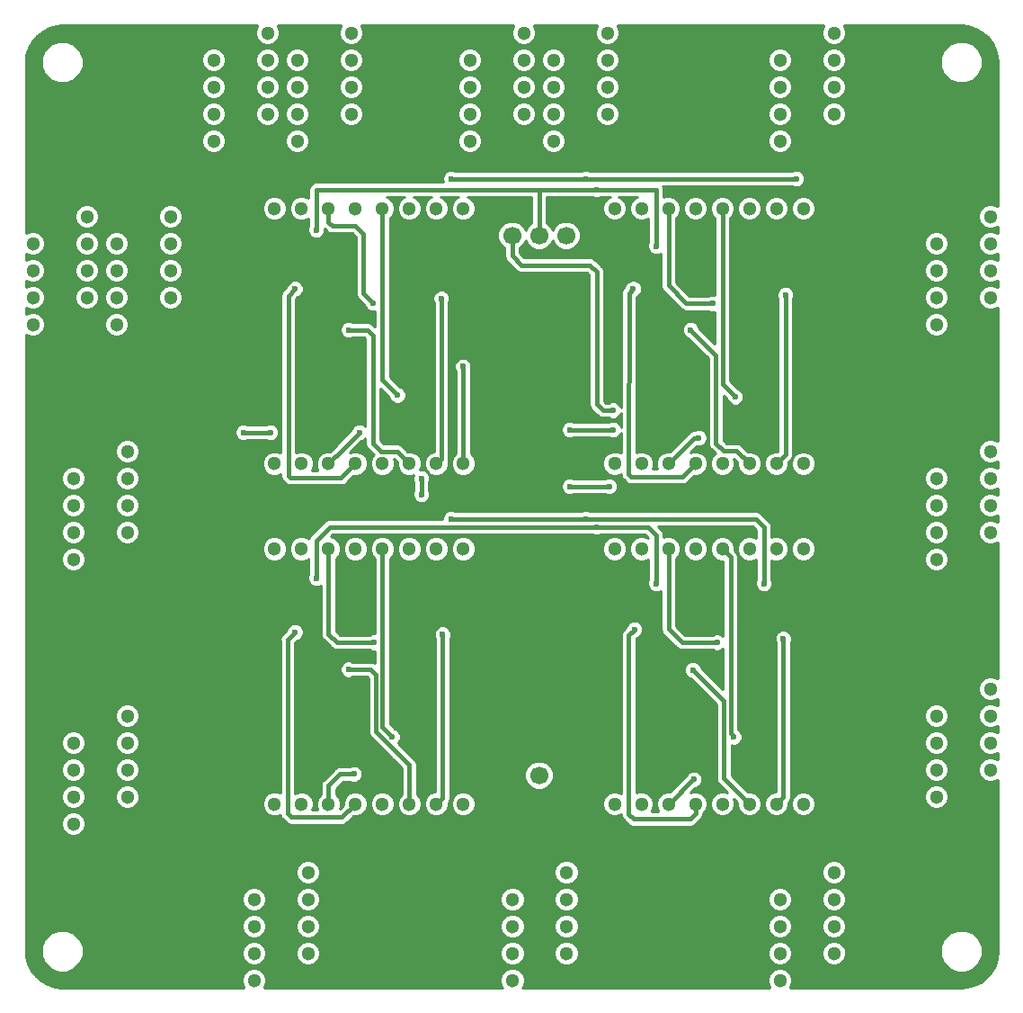
<source format=gbr>
G04 #@! TF.GenerationSoftware,KiCad,Pcbnew,(5.0.0)*
G04 #@! TF.CreationDate,2018-10-04T20:20:06-05:00*
G04 #@! TF.ProjectId,Conventional_Display,436F6E76656E74696F6E616C5F446973,rev?*
G04 #@! TF.SameCoordinates,Original*
G04 #@! TF.FileFunction,Copper,L1,Top,Signal*
G04 #@! TF.FilePolarity,Positive*
%FSLAX46Y46*%
G04 Gerber Fmt 4.6, Leading zero omitted, Abs format (unit mm)*
G04 Created by KiCad (PCBNEW (5.0.0)) date 10/04/18 20:20:06*
%MOMM*%
%LPD*%
G01*
G04 APERTURE LIST*
G04 #@! TA.AperFunction,ComponentPad*
%ADD10C,1.300000*%
G04 #@! TD*
G04 #@! TA.AperFunction,ComponentPad*
%ADD11C,1.700000*%
G04 #@! TD*
G04 #@! TA.AperFunction,ViaPad*
%ADD12C,0.600000*%
G04 #@! TD*
G04 #@! TA.AperFunction,Conductor*
%ADD13C,0.406400*%
G04 #@! TD*
G04 #@! TA.AperFunction,Conductor*
%ADD14C,0.254000*%
G04 #@! TD*
G04 APERTURE END LIST*
D10*
G04 #@! TO.P,U21,1*
G04 #@! TO.N,Net-(U17-Pad20)*
X102235000Y-82943700D03*
G04 #@! TO.P,U21,2*
G04 #@! TO.N,Net-(U17-Pad15)*
X99695000Y-82943700D03*
G04 #@! TO.P,U21,3*
G04 #@! TO.N,Net-(U17-Pad7)*
X97155000Y-82943700D03*
G04 #@! TO.P,U21,4*
G04 #@! TO.N,Net-(U17-Pad22)*
X94615000Y-82943700D03*
G04 #@! TO.P,U21,5*
G04 #@! TO.N,Net-(U17-Pad10)*
X92075000Y-82943700D03*
G04 #@! TO.P,U21,6*
G04 #@! TO.N,Net-(U17-Pad5)*
X89535000Y-82943700D03*
G04 #@! TO.P,U21,7*
G04 #@! TO.N,Net-(U17-Pad17)*
X86995000Y-82943700D03*
G04 #@! TO.P,U21,8*
G04 #@! TO.N,Net-(U17-Pad21)*
X84455000Y-82943700D03*
G04 #@! TO.P,U21,9*
G04 #@! TO.N,Net-(U17-Pad14)*
X102235000Y-58940700D03*
G04 #@! TO.P,U21,10*
G04 #@! TO.N,Net-(U17-Pad3)*
X99695000Y-58940700D03*
G04 #@! TO.P,U21,11*
G04 #@! TO.N,Net-(U17-Pad6)*
X97155000Y-58940700D03*
G04 #@! TO.P,U21,12*
G04 #@! TO.N,Net-(U17-Pad23)*
X94615000Y-58940700D03*
G04 #@! TO.P,U21,13*
G04 #@! TO.N,Net-(U17-Pad8)*
X92075000Y-58940700D03*
G04 #@! TO.P,U21,14*
G04 #@! TO.N,Net-(U17-Pad16)*
X89535000Y-58940700D03*
G04 #@! TO.P,U21,15*
G04 #@! TO.N,Net-(U17-Pad11)*
X86995000Y-58940700D03*
G04 #@! TO.P,U21,16*
G04 #@! TO.N,Net-(U17-Pad2)*
X84455000Y-58940700D03*
G04 #@! TD*
G04 #@! TO.P,U23,1*
G04 #@! TO.N,Net-(U19-Pad20)*
X134266515Y-114973291D03*
G04 #@! TO.P,U23,2*
G04 #@! TO.N,Net-(U19-Pad15)*
X131726515Y-114973291D03*
G04 #@! TO.P,U23,3*
G04 #@! TO.N,Net-(U19-Pad7)*
X129186515Y-114973291D03*
G04 #@! TO.P,U23,4*
G04 #@! TO.N,Net-(U19-Pad22)*
X126646515Y-114973291D03*
G04 #@! TO.P,U23,5*
G04 #@! TO.N,Net-(U19-Pad10)*
X124106515Y-114973291D03*
G04 #@! TO.P,U23,6*
G04 #@! TO.N,Net-(U19-Pad5)*
X121566515Y-114973291D03*
G04 #@! TO.P,U23,7*
G04 #@! TO.N,Net-(U19-Pad17)*
X119026515Y-114973291D03*
G04 #@! TO.P,U23,8*
G04 #@! TO.N,Net-(U19-Pad21)*
X116486515Y-114973291D03*
G04 #@! TO.P,U23,9*
G04 #@! TO.N,Net-(U19-Pad14)*
X134266515Y-90970291D03*
G04 #@! TO.P,U23,10*
G04 #@! TO.N,Net-(U19-Pad3)*
X131726515Y-90970291D03*
G04 #@! TO.P,U23,11*
G04 #@! TO.N,Net-(U19-Pad6)*
X129186515Y-90970291D03*
G04 #@! TO.P,U23,12*
G04 #@! TO.N,Net-(U19-Pad23)*
X126646515Y-90970291D03*
G04 #@! TO.P,U23,13*
G04 #@! TO.N,Net-(U19-Pad8)*
X124106515Y-90970291D03*
G04 #@! TO.P,U23,14*
G04 #@! TO.N,Net-(U19-Pad16)*
X121566515Y-90970291D03*
G04 #@! TO.P,U23,15*
G04 #@! TO.N,Net-(U19-Pad11)*
X119026515Y-90970291D03*
G04 #@! TO.P,U23,16*
G04 #@! TO.N,Net-(U19-Pad2)*
X116486515Y-90970291D03*
G04 #@! TD*
G04 #@! TO.P,U8,1*
G04 #@! TO.N,+5V*
X65532000Y-106680000D03*
G04 #@! TO.P,U8,2*
G04 #@! TO.N,Net-(R36-Pad1)*
X65532000Y-109220000D03*
G04 #@! TO.P,U8,3*
G04 #@! TO.N,Net-(R37-Pad1)*
X65532000Y-111760000D03*
G04 #@! TO.P,U8,4*
G04 #@! TO.N,Net-(R35-Pad1)*
X65532000Y-114300000D03*
G04 #@! TO.P,U8,5*
G04 #@! TO.N,Net-(R34-Pad1)*
X65532000Y-116840000D03*
G04 #@! TO.P,U8,10*
G04 #@! TO.N,Net-(R31-Pad1)*
X70612000Y-106680000D03*
G04 #@! TO.P,U8,9*
G04 #@! TO.N,Net-(R32-Pad1)*
X70612000Y-109220000D03*
G04 #@! TO.P,U8,8*
G04 #@! TO.N,Net-(R33-Pad1)*
X70612000Y-111760000D03*
G04 #@! TO.P,U8,7*
G04 #@! TO.N,N/C*
X70612000Y-114300000D03*
G04 #@! TO.P,U8,6*
G04 #@! TO.N,+5V*
X70612000Y-116840000D03*
G04 #@! TD*
G04 #@! TO.P,U4,1*
G04 #@! TO.N,+5V*
X146812000Y-104140000D03*
G04 #@! TO.P,U4,2*
G04 #@! TO.N,Net-(R15-Pad1)*
X146812000Y-106680000D03*
G04 #@! TO.P,U4,3*
G04 #@! TO.N,Net-(R16-Pad1)*
X146812000Y-109220000D03*
G04 #@! TO.P,U4,4*
G04 #@! TO.N,N/C*
X146812000Y-111760000D03*
G04 #@! TO.P,U4,5*
X146812000Y-114300000D03*
G04 #@! TO.P,U4,10*
X151892000Y-104140000D03*
G04 #@! TO.P,U4,9*
G04 #@! TO.N,Net-(R13-Pad1)*
X151892000Y-106680000D03*
G04 #@! TO.P,U4,8*
G04 #@! TO.N,Net-(R14-Pad1)*
X151892000Y-109220000D03*
G04 #@! TO.P,U4,7*
G04 #@! TO.N,N/C*
X151892000Y-111760000D03*
G04 #@! TO.P,U4,6*
G04 #@! TO.N,+5V*
X151892000Y-114300000D03*
G04 #@! TD*
G04 #@! TO.P,U20,1*
G04 #@! TO.N,Net-(U16-Pad20)*
X134264400Y-82943700D03*
G04 #@! TO.P,U20,2*
G04 #@! TO.N,Net-(U16-Pad15)*
X131724400Y-82943700D03*
G04 #@! TO.P,U20,3*
G04 #@! TO.N,Net-(U16-Pad7)*
X129184400Y-82943700D03*
G04 #@! TO.P,U20,4*
G04 #@! TO.N,Net-(U16-Pad22)*
X126644400Y-82943700D03*
G04 #@! TO.P,U20,5*
G04 #@! TO.N,Net-(U16-Pad10)*
X124104400Y-82943700D03*
G04 #@! TO.P,U20,6*
G04 #@! TO.N,Net-(U16-Pad5)*
X121564400Y-82943700D03*
G04 #@! TO.P,U20,7*
G04 #@! TO.N,Net-(U16-Pad17)*
X119024400Y-82943700D03*
G04 #@! TO.P,U20,8*
G04 #@! TO.N,Net-(U16-Pad21)*
X116484400Y-82943700D03*
G04 #@! TO.P,U20,9*
G04 #@! TO.N,Net-(U16-Pad14)*
X134264400Y-58940700D03*
G04 #@! TO.P,U20,10*
G04 #@! TO.N,Net-(U16-Pad3)*
X131724400Y-58940700D03*
G04 #@! TO.P,U20,11*
G04 #@! TO.N,Net-(U16-Pad6)*
X129184400Y-58940700D03*
G04 #@! TO.P,U20,12*
G04 #@! TO.N,Net-(U16-Pad23)*
X126644400Y-58940700D03*
G04 #@! TO.P,U20,13*
G04 #@! TO.N,Net-(U16-Pad8)*
X124104400Y-58940700D03*
G04 #@! TO.P,U20,14*
G04 #@! TO.N,Net-(U16-Pad16)*
X121564400Y-58940700D03*
G04 #@! TO.P,U20,15*
G04 #@! TO.N,Net-(U16-Pad11)*
X119024400Y-58940700D03*
G04 #@! TO.P,U20,16*
G04 #@! TO.N,Net-(U16-Pad2)*
X116484400Y-58940700D03*
G04 #@! TD*
G04 #@! TO.P,U1,1*
G04 #@! TO.N,+5V*
X132080000Y-42418000D03*
G04 #@! TO.P,U1,2*
G04 #@! TO.N,N/C*
X132080000Y-44958000D03*
G04 #@! TO.P,U1,3*
X132080000Y-47498000D03*
G04 #@! TO.P,U1,4*
X132080000Y-50038000D03*
G04 #@! TO.P,U1,5*
X132080000Y-52578000D03*
G04 #@! TO.P,U1,10*
X137160000Y-42418000D03*
G04 #@! TO.P,U1,9*
G04 #@! TO.N,Net-(R1-Pad1)*
X137160000Y-44958000D03*
G04 #@! TO.P,U1,8*
G04 #@! TO.N,Net-(R2-Pad1)*
X137160000Y-47498000D03*
G04 #@! TO.P,U1,7*
G04 #@! TO.N,N/C*
X137160000Y-50038000D03*
G04 #@! TO.P,U1,6*
G04 #@! TO.N,+5V*
X137160000Y-52578000D03*
G04 #@! TD*
G04 #@! TO.P,U2,1*
G04 #@! TO.N,+5V*
X146812000Y-59690000D03*
G04 #@! TO.P,U2,2*
G04 #@! TO.N,N/C*
X146812000Y-62230000D03*
G04 #@! TO.P,U2,3*
G04 #@! TO.N,Net-(R7-Pad1)*
X146812000Y-64770000D03*
G04 #@! TO.P,U2,4*
G04 #@! TO.N,Net-(R6-Pad1)*
X146812000Y-67310000D03*
G04 #@! TO.P,U2,5*
G04 #@! TO.N,Net-(R5-Pad1)*
X146812000Y-69850000D03*
G04 #@! TO.P,U2,10*
G04 #@! TO.N,Net-(R3-Pad1)*
X151892000Y-59690000D03*
G04 #@! TO.P,U2,9*
G04 #@! TO.N,Net-(R4-Pad1)*
X151892000Y-62230000D03*
G04 #@! TO.P,U2,8*
G04 #@! TO.N,N/C*
X151892000Y-64770000D03*
G04 #@! TO.P,U2,7*
X151892000Y-67310000D03*
G04 #@! TO.P,U2,6*
G04 #@! TO.N,+5V*
X151892000Y-69850000D03*
G04 #@! TD*
G04 #@! TO.P,U3,1*
G04 #@! TO.N,+5V*
X146812000Y-81788000D03*
G04 #@! TO.P,U3,2*
G04 #@! TO.N,N/C*
X146812000Y-84328000D03*
G04 #@! TO.P,U3,3*
G04 #@! TO.N,Net-(R12-Pad1)*
X146812000Y-86868000D03*
G04 #@! TO.P,U3,4*
G04 #@! TO.N,N/C*
X146812000Y-89408000D03*
G04 #@! TO.P,U3,5*
G04 #@! TO.N,Net-(R11-Pad1)*
X146812000Y-91948000D03*
G04 #@! TO.P,U3,10*
G04 #@! TO.N,Net-(R8-Pad1)*
X151892000Y-81788000D03*
G04 #@! TO.P,U3,9*
G04 #@! TO.N,Net-(R9-Pad1)*
X151892000Y-84328000D03*
G04 #@! TO.P,U3,8*
G04 #@! TO.N,Net-(R10-Pad1)*
X151892000Y-86868000D03*
G04 #@! TO.P,U3,7*
G04 #@! TO.N,N/C*
X151892000Y-89408000D03*
G04 #@! TO.P,U3,6*
G04 #@! TO.N,+5V*
X151892000Y-91948000D03*
G04 #@! TD*
G04 #@! TO.P,U5,1*
G04 #@! TO.N,+5V*
X132080000Y-121412000D03*
G04 #@! TO.P,U5,2*
G04 #@! TO.N,Net-(R20-Pad1)*
X132080000Y-123952000D03*
G04 #@! TO.P,U5,3*
G04 #@! TO.N,Net-(R21-Pad1)*
X132080000Y-126492000D03*
G04 #@! TO.P,U5,4*
G04 #@! TO.N,N/C*
X132080000Y-129032000D03*
G04 #@! TO.P,U5,5*
G04 #@! TO.N,Net-(R19-Pad1)*
X132080000Y-131572000D03*
G04 #@! TO.P,U5,10*
G04 #@! TO.N,Net-(R17-Pad1)*
X137160000Y-121412000D03*
G04 #@! TO.P,U5,9*
G04 #@! TO.N,N/C*
X137160000Y-123952000D03*
G04 #@! TO.P,U5,8*
G04 #@! TO.N,Net-(R18-Pad1)*
X137160000Y-126492000D03*
G04 #@! TO.P,U5,7*
G04 #@! TO.N,N/C*
X137160000Y-129032000D03*
G04 #@! TO.P,U5,6*
G04 #@! TO.N,+5V*
X137160000Y-131572000D03*
G04 #@! TD*
G04 #@! TO.P,U6,1*
G04 #@! TO.N,+5V*
X106870500Y-121412000D03*
G04 #@! TO.P,U6,2*
G04 #@! TO.N,Net-(R26-Pad1)*
X106870500Y-123952000D03*
G04 #@! TO.P,U6,3*
G04 #@! TO.N,Net-(R27-Pad1)*
X106870500Y-126492000D03*
G04 #@! TO.P,U6,4*
G04 #@! TO.N,Net-(R25-Pad1)*
X106870500Y-129032000D03*
G04 #@! TO.P,U6,5*
G04 #@! TO.N,Net-(R24-Pad1)*
X106870500Y-131572000D03*
G04 #@! TO.P,U6,10*
G04 #@! TO.N,Net-(R22-Pad1)*
X111950500Y-121412000D03*
G04 #@! TO.P,U6,9*
G04 #@! TO.N,N/C*
X111950500Y-123952000D03*
G04 #@! TO.P,U6,8*
G04 #@! TO.N,Net-(R23-Pad1)*
X111950500Y-126492000D03*
G04 #@! TO.P,U6,7*
G04 #@! TO.N,N/C*
X111950500Y-129032000D03*
G04 #@! TO.P,U6,6*
G04 #@! TO.N,+5V*
X111950500Y-131572000D03*
G04 #@! TD*
G04 #@! TO.P,U7,1*
G04 #@! TO.N,+5V*
X82550000Y-121412000D03*
G04 #@! TO.P,U7,2*
G04 #@! TO.N,N/C*
X82550000Y-123952000D03*
G04 #@! TO.P,U7,3*
X82550000Y-126492000D03*
G04 #@! TO.P,U7,4*
X82550000Y-129032000D03*
G04 #@! TO.P,U7,5*
X82550000Y-131572000D03*
G04 #@! TO.P,U7,10*
G04 #@! TO.N,Net-(R28-Pad1)*
X87630000Y-121412000D03*
G04 #@! TO.P,U7,9*
G04 #@! TO.N,Net-(R29-Pad1)*
X87630000Y-123952000D03*
G04 #@! TO.P,U7,8*
G04 #@! TO.N,Net-(R30-Pad1)*
X87630000Y-126492000D03*
G04 #@! TO.P,U7,7*
G04 #@! TO.N,N/C*
X87630000Y-129032000D03*
G04 #@! TO.P,U7,6*
G04 #@! TO.N,+5V*
X87630000Y-131572000D03*
G04 #@! TD*
G04 #@! TO.P,U9,1*
G04 #@! TO.N,+5V*
X65532000Y-81788000D03*
G04 #@! TO.P,U9,2*
G04 #@! TO.N,Net-(R41-Pad1)*
X65532000Y-84328000D03*
G04 #@! TO.P,U9,3*
G04 #@! TO.N,Net-(R42-Pad1)*
X65532000Y-86868000D03*
G04 #@! TO.P,U9,4*
G04 #@! TO.N,N/C*
X65532000Y-89408000D03*
G04 #@! TO.P,U9,5*
X65532000Y-91948000D03*
G04 #@! TO.P,U9,10*
G04 #@! TO.N,Net-(R38-Pad1)*
X70612000Y-81788000D03*
G04 #@! TO.P,U9,9*
G04 #@! TO.N,Net-(R39-Pad1)*
X70612000Y-84328000D03*
G04 #@! TO.P,U9,8*
G04 #@! TO.N,Net-(R40-Pad1)*
X70612000Y-86868000D03*
G04 #@! TO.P,U9,7*
G04 #@! TO.N,N/C*
X70612000Y-89408000D03*
G04 #@! TO.P,U9,6*
G04 #@! TO.N,+5V*
X70612000Y-91948000D03*
G04 #@! TD*
G04 #@! TO.P,U10,1*
G04 #@! TO.N,+5V*
X61722000Y-59690000D03*
G04 #@! TO.P,U10,2*
G04 #@! TO.N,N/C*
X61722000Y-62230000D03*
G04 #@! TO.P,U10,3*
X61722000Y-64770000D03*
G04 #@! TO.P,U10,4*
X61722000Y-67310000D03*
G04 #@! TO.P,U10,5*
X61722000Y-69850000D03*
G04 #@! TO.P,U10,10*
X66802000Y-59690000D03*
G04 #@! TO.P,U10,9*
G04 #@! TO.N,Net-(R43-Pad1)*
X66802000Y-62230000D03*
G04 #@! TO.P,U10,8*
G04 #@! TO.N,Net-(R44-Pad1)*
X66802000Y-64770000D03*
G04 #@! TO.P,U10,7*
G04 #@! TO.N,N/C*
X66802000Y-67310000D03*
G04 #@! TO.P,U10,6*
G04 #@! TO.N,+5V*
X66802000Y-69850000D03*
G04 #@! TD*
G04 #@! TO.P,U11,1*
G04 #@! TO.N,+5V*
X78740000Y-42418000D03*
G04 #@! TO.P,U11,2*
G04 #@! TO.N,N/C*
X78740000Y-44958000D03*
G04 #@! TO.P,U11,3*
X78740000Y-47498000D03*
G04 #@! TO.P,U11,4*
X78740000Y-50038000D03*
G04 #@! TO.P,U11,5*
X78740000Y-52578000D03*
G04 #@! TO.P,U11,10*
X83820000Y-42418000D03*
G04 #@! TO.P,U11,9*
G04 #@! TO.N,Net-(R45-Pad1)*
X83820000Y-44958000D03*
G04 #@! TO.P,U11,8*
G04 #@! TO.N,Net-(R46-Pad1)*
X83820000Y-47498000D03*
G04 #@! TO.P,U11,7*
G04 #@! TO.N,N/C*
X83820000Y-50038000D03*
G04 #@! TO.P,U11,6*
G04 #@! TO.N,+5V*
X83820000Y-52578000D03*
G04 #@! TD*
G04 #@! TO.P,U12,1*
G04 #@! TO.N,+5V*
X102870000Y-42418000D03*
G04 #@! TO.P,U12,2*
G04 #@! TO.N,N/C*
X102870000Y-44958000D03*
G04 #@! TO.P,U12,3*
X102870000Y-47498000D03*
G04 #@! TO.P,U12,4*
X102870000Y-50038000D03*
G04 #@! TO.P,U12,5*
X102870000Y-52578000D03*
G04 #@! TO.P,U12,10*
X107950000Y-42418000D03*
G04 #@! TO.P,U12,9*
G04 #@! TO.N,Net-(R47-Pad1)*
X107950000Y-44958000D03*
G04 #@! TO.P,U12,8*
G04 #@! TO.N,Net-(R48-Pad1)*
X107950000Y-47498000D03*
G04 #@! TO.P,U12,7*
G04 #@! TO.N,N/C*
X107950000Y-50038000D03*
G04 #@! TO.P,U12,6*
G04 #@! TO.N,+5V*
X107950000Y-52578000D03*
G04 #@! TD*
G04 #@! TO.P,U13,1*
G04 #@! TO.N,+5V*
X69596000Y-59690000D03*
G04 #@! TO.P,U13,2*
G04 #@! TO.N,Net-(R54-Pad1)*
X69596000Y-62230000D03*
G04 #@! TO.P,U13,3*
G04 #@! TO.N,N/C*
X69596000Y-64770000D03*
G04 #@! TO.P,U13,4*
G04 #@! TO.N,Net-(R53-Pad1)*
X69596000Y-67310000D03*
G04 #@! TO.P,U13,5*
G04 #@! TO.N,Net-(R52-Pad1)*
X69596000Y-69850000D03*
G04 #@! TO.P,U13,10*
G04 #@! TO.N,Net-(R49-Pad1)*
X74676000Y-59690000D03*
G04 #@! TO.P,U13,9*
G04 #@! TO.N,Net-(R50-Pad1)*
X74676000Y-62230000D03*
G04 #@! TO.P,U13,8*
G04 #@! TO.N,Net-(R51-Pad1)*
X74676000Y-64770000D03*
G04 #@! TO.P,U13,7*
G04 #@! TO.N,N/C*
X74676000Y-67310000D03*
G04 #@! TO.P,U13,6*
G04 #@! TO.N,+5V*
X74676000Y-69850000D03*
G04 #@! TD*
G04 #@! TO.P,U14,1*
G04 #@! TO.N,+5V*
X86614000Y-42418000D03*
G04 #@! TO.P,U14,2*
G04 #@! TO.N,N/C*
X86614000Y-44958000D03*
G04 #@! TO.P,U14,3*
X86614000Y-47498000D03*
G04 #@! TO.P,U14,4*
X86614000Y-50038000D03*
G04 #@! TO.P,U14,5*
X86614000Y-52578000D03*
G04 #@! TO.P,U14,10*
X91694000Y-42418000D03*
G04 #@! TO.P,U14,9*
G04 #@! TO.N,Net-(R55-Pad1)*
X91694000Y-44958000D03*
G04 #@! TO.P,U14,8*
G04 #@! TO.N,Net-(R56-Pad1)*
X91694000Y-47498000D03*
G04 #@! TO.P,U14,7*
G04 #@! TO.N,N/C*
X91694000Y-50038000D03*
G04 #@! TO.P,U14,6*
G04 #@! TO.N,+5V*
X91694000Y-52578000D03*
G04 #@! TD*
G04 #@! TO.P,U15,1*
G04 #@! TO.N,+5V*
X110744000Y-42418000D03*
G04 #@! TO.P,U15,2*
G04 #@! TO.N,N/C*
X110744000Y-44958000D03*
G04 #@! TO.P,U15,3*
G04 #@! TO.N,Net-(R61-Pad1)*
X110744000Y-47498000D03*
G04 #@! TO.P,U15,4*
G04 #@! TO.N,Net-(R60-Pad1)*
X110744000Y-50038000D03*
G04 #@! TO.P,U15,5*
G04 #@! TO.N,Net-(R59-Pad1)*
X110744000Y-52578000D03*
G04 #@! TO.P,U15,10*
G04 #@! TO.N,Net-(R57-Pad1)*
X115824000Y-42418000D03*
G04 #@! TO.P,U15,9*
G04 #@! TO.N,Net-(R58-Pad1)*
X115824000Y-44958000D03*
G04 #@! TO.P,U15,8*
G04 #@! TO.N,N/C*
X115824000Y-47498000D03*
G04 #@! TO.P,U15,7*
X115824000Y-50038000D03*
G04 #@! TO.P,U15,6*
G04 #@! TO.N,+5V*
X115824000Y-52578000D03*
G04 #@! TD*
G04 #@! TO.P,U22,1*
G04 #@! TO.N,Net-(U18-Pad20)*
X102235000Y-114973100D03*
G04 #@! TO.P,U22,2*
G04 #@! TO.N,Net-(U18-Pad15)*
X99695000Y-114973100D03*
G04 #@! TO.P,U22,3*
G04 #@! TO.N,Net-(U18-Pad7)*
X97155000Y-114973100D03*
G04 #@! TO.P,U22,4*
G04 #@! TO.N,Net-(U18-Pad22)*
X94615000Y-114973100D03*
G04 #@! TO.P,U22,5*
G04 #@! TO.N,Net-(U18-Pad10)*
X92075000Y-114973100D03*
G04 #@! TO.P,U22,6*
G04 #@! TO.N,Net-(U18-Pad5)*
X89535000Y-114973100D03*
G04 #@! TO.P,U22,7*
G04 #@! TO.N,Net-(U18-Pad17)*
X86995000Y-114973100D03*
G04 #@! TO.P,U22,8*
G04 #@! TO.N,Net-(U18-Pad21)*
X84455000Y-114973100D03*
G04 #@! TO.P,U22,9*
G04 #@! TO.N,Net-(U18-Pad14)*
X102235000Y-90970100D03*
G04 #@! TO.P,U22,10*
G04 #@! TO.N,Net-(U18-Pad3)*
X99695000Y-90970100D03*
G04 #@! TO.P,U22,11*
G04 #@! TO.N,Net-(U18-Pad6)*
X97155000Y-90970100D03*
G04 #@! TO.P,U22,12*
G04 #@! TO.N,Net-(U18-Pad23)*
X94615000Y-90970100D03*
G04 #@! TO.P,U22,13*
G04 #@! TO.N,Net-(U18-Pad8)*
X92075000Y-90970100D03*
G04 #@! TO.P,U22,14*
G04 #@! TO.N,Net-(U18-Pad16)*
X89535000Y-90970100D03*
G04 #@! TO.P,U22,15*
G04 #@! TO.N,Net-(U18-Pad11)*
X86995000Y-90970100D03*
G04 #@! TO.P,U22,16*
G04 #@! TO.N,Net-(U18-Pad2)*
X84455000Y-90970100D03*
G04 #@! TD*
D11*
G04 #@! TO.P,J1,CS*
G04 #@! TO.N,Load*
X109372400Y-61468000D03*
G04 #@! TO.P,J1,CLK*
G04 #@! TO.N,Clk*
X111912400Y-61468000D03*
G04 #@! TO.P,J1,DIN*
G04 #@! TO.N,Din*
X106832400Y-61468000D03*
G04 #@! TO.P,J1,GND*
G04 #@! TO.N,GND*
X109372400Y-112268000D03*
G04 #@! TO.P,J1,VCC*
G04 #@! TO.N,+5V*
X111912400Y-112268000D03*
G04 #@! TD*
D12*
G04 #@! TO.N,+5V*
X137414000Y-69850000D03*
X105664000Y-69850000D03*
X137922000Y-101854000D03*
X105460800Y-100838000D03*
G04 #@! TO.N,GND*
X116332000Y-79756000D03*
X112268000Y-79756000D03*
X81534000Y-80010000D03*
X84074000Y-80010000D03*
G04 #@! TO.N,Din*
X116332000Y-77927200D03*
G04 #@! TO.N,Load*
X114808000Y-88900000D03*
X114808000Y-57150000D03*
X120396000Y-94234000D03*
X88392000Y-93726000D03*
X88392000Y-60960000D03*
X120396000Y-62484000D03*
G04 #@! TO.N,Clk*
X113792000Y-56134000D03*
X130556000Y-94234000D03*
X101092000Y-88138000D03*
X133604000Y-56134000D03*
X101092000Y-56134000D03*
X113792000Y-88138000D03*
G04 #@! TO.N,Net-(U16-Pad5)*
X124409200Y-80518000D03*
G04 #@! TO.N,Net-(U16-Pad7)*
X123647200Y-70358000D03*
G04 #@! TO.N,Net-(U16-Pad10)*
X118257498Y-66484500D03*
G04 #@! TO.N,Net-(U16-Pad15)*
X132588000Y-67056000D03*
G04 #@! TO.N,Net-(U16-Pad16)*
X125730000Y-67868800D03*
G04 #@! TO.N,Net-(U16-Pad23)*
X127863600Y-76657200D03*
G04 #@! TO.N,Net-(U16-Pad24)*
X112268000Y-85090000D03*
X115976400Y-85090000D03*
G04 #@! TO.N,Net-(U17-Pad5)*
X92456000Y-80010000D03*
G04 #@! TO.N,Net-(U17-Pad7)*
X91440000Y-70358000D03*
G04 #@! TO.N,Net-(U17-Pad10)*
X86410800Y-66497200D03*
G04 #@! TO.N,Net-(U17-Pad15)*
X100177600Y-67411600D03*
G04 #@! TO.N,Net-(U17-Pad16)*
X93726000Y-67818000D03*
G04 #@! TO.N,Net-(U17-Pad20)*
X102209600Y-73812400D03*
G04 #@! TO.N,Net-(U17-Pad23)*
X96062800Y-76504800D03*
G04 #@! TO.N,Net-(U17-Pad24)*
X98298000Y-85852000D03*
X98298000Y-84328000D03*
G04 #@! TO.N,Net-(U18-Pad5)*
X91948000Y-112166400D03*
G04 #@! TO.N,Net-(U18-Pad7)*
X91440000Y-102311200D03*
G04 #@! TO.N,Net-(U18-Pad10)*
X86402800Y-98806000D03*
G04 #@! TO.N,Net-(U18-Pad15)*
X100279200Y-99009200D03*
G04 #@! TO.N,Net-(U18-Pad16)*
X93827600Y-99771200D03*
G04 #@! TO.N,Net-(U18-Pad23)*
X95554800Y-108661200D03*
G04 #@! TO.N,Net-(U19-Pad5)*
X123952000Y-112674400D03*
G04 #@! TO.N,Net-(U19-Pad7)*
X123850400Y-102362000D03*
G04 #@! TO.N,Net-(U19-Pad10)*
X118364000Y-98552000D03*
G04 #@! TO.N,Net-(U19-Pad15)*
X132384800Y-99415600D03*
G04 #@! TO.N,Net-(U19-Pad16)*
X126136400Y-99771200D03*
G04 #@! TO.N,Net-(U19-Pad23)*
X127711200Y-108661200D03*
G04 #@! TD*
D13*
G04 #@! TO.N,GND*
X112268000Y-79756000D02*
X116332000Y-79756000D01*
X84074000Y-80010000D02*
X81534000Y-80010000D01*
G04 #@! TO.N,Din*
X115443000Y-77927200D02*
X116332000Y-77927200D01*
X115392200Y-77927200D02*
X115443000Y-77927200D01*
X106832400Y-61468000D02*
X106832400Y-63398400D01*
X106832400Y-63398400D02*
X107696000Y-64262000D01*
X107696000Y-64262000D02*
X114173000Y-64262000D01*
X114173000Y-64262000D02*
X114808000Y-64897000D01*
X114808000Y-64897000D02*
X114808000Y-77343000D01*
X114808000Y-77343000D02*
X115392200Y-77927200D01*
G04 #@! TO.N,Load*
X109728000Y-57150000D02*
X109372400Y-57150000D01*
X109372400Y-57150000D02*
X88392000Y-57150000D01*
X109372400Y-61468000D02*
X109372400Y-60265919D01*
X109372400Y-60265919D02*
X109372400Y-57150000D01*
X109728000Y-88900000D02*
X114808000Y-88900000D01*
X114808000Y-88900000D02*
X119634000Y-88900000D01*
X114808000Y-57150000D02*
X109728000Y-57150000D01*
X120396000Y-57150000D02*
X114808000Y-57150000D01*
X119634000Y-88900000D02*
X120396000Y-89662000D01*
X120396000Y-89662000D02*
X120396000Y-94234000D01*
X88392000Y-93726000D02*
X88392000Y-90170000D01*
X88392000Y-90170000D02*
X89662000Y-88900000D01*
X89662000Y-88900000D02*
X109728000Y-88900000D01*
X88392000Y-57150000D02*
X88392000Y-60960000D01*
X120396000Y-62484000D02*
X120396000Y-57150000D01*
G04 #@! TO.N,Clk*
X108966000Y-56134000D02*
X113792000Y-56134000D01*
X113792000Y-56134000D02*
X133604000Y-56134000D01*
X113792000Y-88138000D02*
X129794000Y-88138000D01*
X108966000Y-88138000D02*
X113792000Y-88138000D01*
X129794000Y-88138000D02*
X130556000Y-88900000D01*
X130556000Y-88900000D02*
X130556000Y-92456000D01*
X130556000Y-92456000D02*
X130556000Y-94234000D01*
X104648000Y-56134000D02*
X108966000Y-56134000D01*
X103124000Y-88138000D02*
X108966000Y-88138000D01*
X101092000Y-88138000D02*
X103124000Y-88138000D01*
X101092000Y-56134000D02*
X104648000Y-56134000D01*
G04 #@! TO.N,Net-(U16-Pad5)*
X124409200Y-80518000D02*
X123990100Y-80518000D01*
X123990100Y-80518000D02*
X121564400Y-82943700D01*
G04 #@! TO.N,Net-(U16-Pad7)*
X123647200Y-70358000D02*
X126037990Y-72748790D01*
X126037990Y-72748790D02*
X126037990Y-81029190D01*
X126037990Y-81029190D02*
X126746000Y-81737200D01*
X126746000Y-81737200D02*
X127977900Y-81737200D01*
X127977900Y-81737200D02*
X129184400Y-82943700D01*
G04 #@! TO.N,Net-(U16-Pad10)*
X117848000Y-66893998D02*
X118257498Y-66484500D01*
X117848000Y-66893998D02*
X117805200Y-83921600D01*
X118059200Y-84175600D02*
X122872500Y-84175600D01*
X122872500Y-84175600D02*
X124104400Y-82943700D01*
X117805200Y-83921600D02*
X118059200Y-84175600D01*
G04 #@! TO.N,Net-(U16-Pad15)*
X132588000Y-67056000D02*
X132588000Y-82080100D01*
X132588000Y-82080100D02*
X131724400Y-82943700D01*
G04 #@! TO.N,Net-(U16-Pad16)*
X123240800Y-67868800D02*
X121564400Y-66192400D01*
X121564400Y-66192400D02*
X121564400Y-58940700D01*
X125730000Y-67868800D02*
X123240800Y-67868800D01*
G04 #@! TO.N,Net-(U16-Pad23)*
X127863600Y-76657200D02*
X126644400Y-75438000D01*
X126644400Y-75438000D02*
X126644400Y-58940700D01*
G04 #@! TO.N,Net-(U16-Pad24)*
X112268000Y-85090000D02*
X115976400Y-85090000D01*
G04 #@! TO.N,Net-(U17-Pad5)*
X92456000Y-80010000D02*
X90932000Y-81534000D01*
X90932000Y-81534000D02*
X90932000Y-81546700D01*
X90932000Y-81546700D02*
X89535000Y-82943700D01*
G04 #@! TO.N,Net-(U17-Pad7)*
X94488000Y-81788000D02*
X95999300Y-81788000D01*
X95999300Y-81788000D02*
X97155000Y-82943700D01*
X93726000Y-81026000D02*
X94488000Y-81788000D01*
X93726000Y-70866000D02*
X93726000Y-81026000D01*
X93218000Y-70358000D02*
X93726000Y-70866000D01*
X91440000Y-70358000D02*
X93218000Y-70358000D01*
G04 #@! TO.N,Net-(U17-Pad10)*
X85750400Y-81635600D02*
X85750400Y-67157600D01*
X85750400Y-67157600D02*
X86410800Y-66497200D01*
X85750400Y-84074000D02*
X85750400Y-81635600D01*
X85953600Y-84277200D02*
X85750400Y-84074000D01*
X90741500Y-84277200D02*
X85953600Y-84277200D01*
X92075000Y-82943700D02*
X90741500Y-84277200D01*
G04 #@! TO.N,Net-(U17-Pad15)*
X100177600Y-67411600D02*
X100177600Y-82461100D01*
X100177600Y-82461100D02*
X99695000Y-82943700D01*
G04 #@! TO.N,Net-(U17-Pad16)*
X89535000Y-60198000D02*
X89535000Y-58940700D01*
X89916000Y-60579000D02*
X89535000Y-60198000D01*
X92075000Y-60579000D02*
X89916000Y-60579000D01*
X92837000Y-61341000D02*
X92075000Y-60579000D01*
X93726000Y-67818000D02*
X92837000Y-66929000D01*
X92837000Y-66929000D02*
X92837000Y-61341000D01*
G04 #@! TO.N,Net-(U17-Pad20)*
X102235000Y-82943700D02*
X102235000Y-73837800D01*
X102235000Y-73837800D02*
X102209600Y-73812400D01*
G04 #@! TO.N,Net-(U17-Pad23)*
X96062800Y-76504800D02*
X94615000Y-75057000D01*
X94615000Y-75057000D02*
X94615000Y-58940700D01*
G04 #@! TO.N,Net-(U17-Pad24)*
X98298000Y-84328000D02*
X98298000Y-85852000D01*
G04 #@! TO.N,Net-(U18-Pad5)*
X91948000Y-112166400D02*
X90627200Y-112166400D01*
X90627200Y-112166400D02*
X89535000Y-113258600D01*
X89535000Y-113258600D02*
X89535000Y-114973100D01*
G04 #@! TO.N,Net-(U18-Pad7)*
X91440000Y-102311200D02*
X93472000Y-102311200D01*
X93472000Y-102311200D02*
X94008590Y-102847790D01*
X94008590Y-102847790D02*
X94008590Y-108155728D01*
X94008590Y-108155728D02*
X96113600Y-110260738D01*
X96113600Y-110260738D02*
X96113600Y-110286800D01*
X96113600Y-110286800D02*
X97155000Y-111328200D01*
X97155000Y-111328200D02*
X97155000Y-112242600D01*
X97155000Y-112242600D02*
X97155000Y-114973100D01*
G04 #@! TO.N,Net-(U18-Pad10)*
X92075000Y-114973100D02*
X90817700Y-116230400D01*
X90817700Y-116230400D02*
X86055200Y-116230400D01*
X85699600Y-115874800D02*
X85699600Y-99509200D01*
X86055200Y-116230400D02*
X85699600Y-115874800D01*
X85699600Y-99509200D02*
X86402800Y-98806000D01*
G04 #@! TO.N,Net-(U18-Pad15)*
X100279200Y-99009200D02*
X100279200Y-114401600D01*
X100279200Y-114401600D02*
X100266500Y-114401600D01*
X100266500Y-114401600D02*
X99695000Y-114973100D01*
G04 #@! TO.N,Net-(U18-Pad16)*
X93625970Y-99771200D02*
X93827600Y-99771200D01*
X93625970Y-99771200D02*
X90322400Y-99771200D01*
X90322400Y-99771200D02*
X89535000Y-98983800D01*
X89535000Y-98983800D02*
X89535000Y-90970100D01*
G04 #@! TO.N,Net-(U18-Pad23)*
X95554800Y-108661200D02*
X94691200Y-107797600D01*
X94615000Y-90970100D02*
X94615000Y-107721400D01*
X94615000Y-107721400D02*
X94691200Y-107797600D01*
G04 #@! TO.N,Net-(U19-Pad5)*
X123952000Y-112674400D02*
X123865406Y-112674400D01*
X123865406Y-112674400D02*
X121566515Y-114973291D01*
G04 #@! TO.N,Net-(U19-Pad7)*
X126796800Y-105308400D02*
X126796800Y-112583576D01*
X126796800Y-112583576D02*
X129186515Y-114973291D01*
X123850400Y-102362000D02*
X126796800Y-105308400D01*
G04 #@! TO.N,Net-(U19-Pad10)*
X117805200Y-115925600D02*
X117805200Y-99110800D01*
X117805200Y-99110800D02*
X118364000Y-98552000D01*
X118262400Y-116382800D02*
X117805200Y-115925600D01*
X118364000Y-116382800D02*
X118262400Y-116382800D01*
X123616244Y-116382800D02*
X118364000Y-116382800D01*
X124106515Y-114973291D02*
X124106515Y-115892529D01*
X124106515Y-115892529D02*
X123616244Y-116382800D01*
G04 #@! TO.N,Net-(U19-Pad15)*
X132384800Y-99415600D02*
X132384800Y-114315006D01*
X132384800Y-114315006D02*
X131726515Y-114973291D01*
G04 #@! TO.N,Net-(U19-Pad16)*
X126136400Y-99771200D02*
X122834400Y-99771200D01*
X122834400Y-99771200D02*
X121566515Y-98503315D01*
X121566515Y-98503315D02*
X121566515Y-90970291D01*
G04 #@! TO.N,Net-(U19-Pad23)*
X127411201Y-108361201D02*
X127411201Y-91734977D01*
X127411201Y-91734977D02*
X126646515Y-90970291D01*
X127711200Y-108661200D02*
X127411201Y-108361201D01*
G04 #@! TD*
D14*
G04 #@! TO.N,+5V*
G36*
X82838295Y-41762045D02*
X82662000Y-42187659D01*
X82662000Y-42648341D01*
X82838295Y-43073955D01*
X83164045Y-43399705D01*
X83589659Y-43576000D01*
X84050341Y-43576000D01*
X84475955Y-43399705D01*
X84801705Y-43073955D01*
X84978000Y-42648341D01*
X84978000Y-42187659D01*
X84801705Y-41762045D01*
X84770660Y-41731000D01*
X90743340Y-41731000D01*
X90712295Y-41762045D01*
X90536000Y-42187659D01*
X90536000Y-42648341D01*
X90712295Y-43073955D01*
X91038045Y-43399705D01*
X91463659Y-43576000D01*
X91924341Y-43576000D01*
X92349955Y-43399705D01*
X92675705Y-43073955D01*
X92852000Y-42648341D01*
X92852000Y-42187659D01*
X92675705Y-41762045D01*
X92644660Y-41731000D01*
X106999340Y-41731000D01*
X106968295Y-41762045D01*
X106792000Y-42187659D01*
X106792000Y-42648341D01*
X106968295Y-43073955D01*
X107294045Y-43399705D01*
X107719659Y-43576000D01*
X108180341Y-43576000D01*
X108605955Y-43399705D01*
X108931705Y-43073955D01*
X109108000Y-42648341D01*
X109108000Y-42187659D01*
X108931705Y-41762045D01*
X108900660Y-41731000D01*
X114873340Y-41731000D01*
X114842295Y-41762045D01*
X114666000Y-42187659D01*
X114666000Y-42648341D01*
X114842295Y-43073955D01*
X115168045Y-43399705D01*
X115593659Y-43576000D01*
X116054341Y-43576000D01*
X116479955Y-43399705D01*
X116805705Y-43073955D01*
X116982000Y-42648341D01*
X116982000Y-42187659D01*
X116805705Y-41762045D01*
X116774660Y-41731000D01*
X136209340Y-41731000D01*
X136178295Y-41762045D01*
X136002000Y-42187659D01*
X136002000Y-42648341D01*
X136178295Y-43073955D01*
X136504045Y-43399705D01*
X136929659Y-43576000D01*
X137390341Y-43576000D01*
X137815955Y-43399705D01*
X138141705Y-43073955D01*
X138318000Y-42648341D01*
X138318000Y-42187659D01*
X138141705Y-41762045D01*
X138110660Y-41731000D01*
X149119271Y-41731000D01*
X149837934Y-41803999D01*
X150498919Y-42011140D01*
X151104750Y-42346957D01*
X151630684Y-42797737D01*
X152055229Y-43345058D01*
X152361054Y-43966576D01*
X152537468Y-44643839D01*
X152579000Y-45183600D01*
X152579000Y-58739340D01*
X152547955Y-58708295D01*
X152122341Y-58532000D01*
X151661659Y-58532000D01*
X151236045Y-58708295D01*
X150910295Y-59034045D01*
X150734000Y-59459659D01*
X150734000Y-59920341D01*
X150910295Y-60345955D01*
X151236045Y-60671705D01*
X151661659Y-60848000D01*
X152122341Y-60848000D01*
X152547955Y-60671705D01*
X152579000Y-60640660D01*
X152579000Y-61279340D01*
X152547955Y-61248295D01*
X152122341Y-61072000D01*
X151661659Y-61072000D01*
X151236045Y-61248295D01*
X150910295Y-61574045D01*
X150734000Y-61999659D01*
X150734000Y-62460341D01*
X150910295Y-62885955D01*
X151236045Y-63211705D01*
X151661659Y-63388000D01*
X152122341Y-63388000D01*
X152547955Y-63211705D01*
X152579000Y-63180660D01*
X152579000Y-63819340D01*
X152547955Y-63788295D01*
X152122341Y-63612000D01*
X151661659Y-63612000D01*
X151236045Y-63788295D01*
X150910295Y-64114045D01*
X150734000Y-64539659D01*
X150734000Y-65000341D01*
X150910295Y-65425955D01*
X151236045Y-65751705D01*
X151661659Y-65928000D01*
X152122341Y-65928000D01*
X152547955Y-65751705D01*
X152579000Y-65720660D01*
X152579000Y-66359340D01*
X152547955Y-66328295D01*
X152122341Y-66152000D01*
X151661659Y-66152000D01*
X151236045Y-66328295D01*
X150910295Y-66654045D01*
X150734000Y-67079659D01*
X150734000Y-67540341D01*
X150910295Y-67965955D01*
X151236045Y-68291705D01*
X151661659Y-68468000D01*
X152122341Y-68468000D01*
X152547955Y-68291705D01*
X152579000Y-68260660D01*
X152579000Y-80837340D01*
X152547955Y-80806295D01*
X152122341Y-80630000D01*
X151661659Y-80630000D01*
X151236045Y-80806295D01*
X150910295Y-81132045D01*
X150734000Y-81557659D01*
X150734000Y-82018341D01*
X150910295Y-82443955D01*
X151236045Y-82769705D01*
X151661659Y-82946000D01*
X152122341Y-82946000D01*
X152547955Y-82769705D01*
X152579000Y-82738660D01*
X152579000Y-83377340D01*
X152547955Y-83346295D01*
X152122341Y-83170000D01*
X151661659Y-83170000D01*
X151236045Y-83346295D01*
X150910295Y-83672045D01*
X150734000Y-84097659D01*
X150734000Y-84558341D01*
X150910295Y-84983955D01*
X151236045Y-85309705D01*
X151661659Y-85486000D01*
X152122341Y-85486000D01*
X152547955Y-85309705D01*
X152579000Y-85278660D01*
X152579000Y-85917340D01*
X152547955Y-85886295D01*
X152122341Y-85710000D01*
X151661659Y-85710000D01*
X151236045Y-85886295D01*
X150910295Y-86212045D01*
X150734000Y-86637659D01*
X150734000Y-87098341D01*
X150910295Y-87523955D01*
X151236045Y-87849705D01*
X151661659Y-88026000D01*
X152122341Y-88026000D01*
X152547955Y-87849705D01*
X152579001Y-87818659D01*
X152579001Y-88457341D01*
X152547955Y-88426295D01*
X152122341Y-88250000D01*
X151661659Y-88250000D01*
X151236045Y-88426295D01*
X150910295Y-88752045D01*
X150734000Y-89177659D01*
X150734000Y-89638341D01*
X150910295Y-90063955D01*
X151236045Y-90389705D01*
X151661659Y-90566000D01*
X152122341Y-90566000D01*
X152547955Y-90389705D01*
X152579001Y-90358659D01*
X152579001Y-103189341D01*
X152547955Y-103158295D01*
X152122341Y-102982000D01*
X151661659Y-102982000D01*
X151236045Y-103158295D01*
X150910295Y-103484045D01*
X150734000Y-103909659D01*
X150734000Y-104370341D01*
X150910295Y-104795955D01*
X151236045Y-105121705D01*
X151661659Y-105298000D01*
X152122341Y-105298000D01*
X152547955Y-105121705D01*
X152579001Y-105090659D01*
X152579001Y-105729341D01*
X152547955Y-105698295D01*
X152122341Y-105522000D01*
X151661659Y-105522000D01*
X151236045Y-105698295D01*
X150910295Y-106024045D01*
X150734000Y-106449659D01*
X150734000Y-106910341D01*
X150910295Y-107335955D01*
X151236045Y-107661705D01*
X151661659Y-107838000D01*
X152122341Y-107838000D01*
X152547955Y-107661705D01*
X152579001Y-107630659D01*
X152579001Y-108269341D01*
X152547955Y-108238295D01*
X152122341Y-108062000D01*
X151661659Y-108062000D01*
X151236045Y-108238295D01*
X150910295Y-108564045D01*
X150734000Y-108989659D01*
X150734000Y-109450341D01*
X150910295Y-109875955D01*
X151236045Y-110201705D01*
X151661659Y-110378000D01*
X152122341Y-110378000D01*
X152547955Y-110201705D01*
X152579001Y-110170659D01*
X152579001Y-110809341D01*
X152547955Y-110778295D01*
X152122341Y-110602000D01*
X151661659Y-110602000D01*
X151236045Y-110778295D01*
X150910295Y-111104045D01*
X150734000Y-111529659D01*
X150734000Y-111990341D01*
X150910295Y-112415955D01*
X151236045Y-112741705D01*
X151661659Y-112918000D01*
X152122341Y-112918000D01*
X152547955Y-112741705D01*
X152579001Y-112710659D01*
X152579001Y-128799261D01*
X152506000Y-129517934D01*
X152298861Y-130178918D01*
X151963043Y-130784751D01*
X151512265Y-131310682D01*
X150964942Y-131735229D01*
X150343426Y-132041052D01*
X149666162Y-132217468D01*
X149126400Y-132259000D01*
X133030660Y-132259000D01*
X133061705Y-132227955D01*
X133238000Y-131802341D01*
X133238000Y-131341659D01*
X133061705Y-130916045D01*
X132735955Y-130590295D01*
X132310341Y-130414000D01*
X131849659Y-130414000D01*
X131424045Y-130590295D01*
X131098295Y-130916045D01*
X130922000Y-131341659D01*
X130922000Y-131802341D01*
X131098295Y-132227955D01*
X131129340Y-132259000D01*
X107821160Y-132259000D01*
X107852205Y-132227955D01*
X108028500Y-131802341D01*
X108028500Y-131341659D01*
X107852205Y-130916045D01*
X107526455Y-130590295D01*
X107100841Y-130414000D01*
X106640159Y-130414000D01*
X106214545Y-130590295D01*
X105888795Y-130916045D01*
X105712500Y-131341659D01*
X105712500Y-131802341D01*
X105888795Y-132227955D01*
X105919840Y-132259000D01*
X83500660Y-132259000D01*
X83531705Y-132227955D01*
X83708000Y-131802341D01*
X83708000Y-131341659D01*
X83531705Y-130916045D01*
X83205955Y-130590295D01*
X82780341Y-130414000D01*
X82319659Y-130414000D01*
X81894045Y-130590295D01*
X81568295Y-130916045D01*
X81392000Y-131341659D01*
X81392000Y-131802341D01*
X81568295Y-132227955D01*
X81599340Y-132259000D01*
X64494729Y-132259000D01*
X63776066Y-132186000D01*
X63115082Y-131978861D01*
X62509249Y-131643043D01*
X61983318Y-131192265D01*
X61558771Y-130644942D01*
X61252948Y-130023426D01*
X61076532Y-129346162D01*
X61035000Y-128806400D01*
X61035000Y-128429635D01*
X62489080Y-128429635D01*
X62489080Y-129217805D01*
X62790700Y-129945980D01*
X63348020Y-130503300D01*
X64076195Y-130804920D01*
X64864365Y-130804920D01*
X65592540Y-130503300D01*
X66149860Y-129945980D01*
X66451480Y-129217805D01*
X66451480Y-128801659D01*
X81392000Y-128801659D01*
X81392000Y-129262341D01*
X81568295Y-129687955D01*
X81894045Y-130013705D01*
X82319659Y-130190000D01*
X82780341Y-130190000D01*
X83205955Y-130013705D01*
X83531705Y-129687955D01*
X83708000Y-129262341D01*
X83708000Y-128801659D01*
X86472000Y-128801659D01*
X86472000Y-129262341D01*
X86648295Y-129687955D01*
X86974045Y-130013705D01*
X87399659Y-130190000D01*
X87860341Y-130190000D01*
X88285955Y-130013705D01*
X88611705Y-129687955D01*
X88788000Y-129262341D01*
X88788000Y-128801659D01*
X105712500Y-128801659D01*
X105712500Y-129262341D01*
X105888795Y-129687955D01*
X106214545Y-130013705D01*
X106640159Y-130190000D01*
X107100841Y-130190000D01*
X107526455Y-130013705D01*
X107852205Y-129687955D01*
X108028500Y-129262341D01*
X108028500Y-128801659D01*
X110792500Y-128801659D01*
X110792500Y-129262341D01*
X110968795Y-129687955D01*
X111294545Y-130013705D01*
X111720159Y-130190000D01*
X112180841Y-130190000D01*
X112606455Y-130013705D01*
X112932205Y-129687955D01*
X113108500Y-129262341D01*
X113108500Y-128801659D01*
X130922000Y-128801659D01*
X130922000Y-129262341D01*
X131098295Y-129687955D01*
X131424045Y-130013705D01*
X131849659Y-130190000D01*
X132310341Y-130190000D01*
X132735955Y-130013705D01*
X133061705Y-129687955D01*
X133238000Y-129262341D01*
X133238000Y-128801659D01*
X136002000Y-128801659D01*
X136002000Y-129262341D01*
X136178295Y-129687955D01*
X136504045Y-130013705D01*
X136929659Y-130190000D01*
X137390341Y-130190000D01*
X137815955Y-130013705D01*
X138141705Y-129687955D01*
X138318000Y-129262341D01*
X138318000Y-128801659D01*
X138163903Y-128429635D01*
X147162520Y-128429635D01*
X147162520Y-129217805D01*
X147464140Y-129945980D01*
X148021460Y-130503300D01*
X148749635Y-130804920D01*
X149537805Y-130804920D01*
X150265980Y-130503300D01*
X150823300Y-129945980D01*
X151124920Y-129217805D01*
X151124920Y-128429635D01*
X150823300Y-127701460D01*
X150265980Y-127144140D01*
X149537805Y-126842520D01*
X148749635Y-126842520D01*
X148021460Y-127144140D01*
X147464140Y-127701460D01*
X147162520Y-128429635D01*
X138163903Y-128429635D01*
X138141705Y-128376045D01*
X137815955Y-128050295D01*
X137390341Y-127874000D01*
X136929659Y-127874000D01*
X136504045Y-128050295D01*
X136178295Y-128376045D01*
X136002000Y-128801659D01*
X133238000Y-128801659D01*
X133061705Y-128376045D01*
X132735955Y-128050295D01*
X132310341Y-127874000D01*
X131849659Y-127874000D01*
X131424045Y-128050295D01*
X131098295Y-128376045D01*
X130922000Y-128801659D01*
X113108500Y-128801659D01*
X112932205Y-128376045D01*
X112606455Y-128050295D01*
X112180841Y-127874000D01*
X111720159Y-127874000D01*
X111294545Y-128050295D01*
X110968795Y-128376045D01*
X110792500Y-128801659D01*
X108028500Y-128801659D01*
X107852205Y-128376045D01*
X107526455Y-128050295D01*
X107100841Y-127874000D01*
X106640159Y-127874000D01*
X106214545Y-128050295D01*
X105888795Y-128376045D01*
X105712500Y-128801659D01*
X88788000Y-128801659D01*
X88611705Y-128376045D01*
X88285955Y-128050295D01*
X87860341Y-127874000D01*
X87399659Y-127874000D01*
X86974045Y-128050295D01*
X86648295Y-128376045D01*
X86472000Y-128801659D01*
X83708000Y-128801659D01*
X83531705Y-128376045D01*
X83205955Y-128050295D01*
X82780341Y-127874000D01*
X82319659Y-127874000D01*
X81894045Y-128050295D01*
X81568295Y-128376045D01*
X81392000Y-128801659D01*
X66451480Y-128801659D01*
X66451480Y-128429635D01*
X66149860Y-127701460D01*
X65592540Y-127144140D01*
X64864365Y-126842520D01*
X64076195Y-126842520D01*
X63348020Y-127144140D01*
X62790700Y-127701460D01*
X62489080Y-128429635D01*
X61035000Y-128429635D01*
X61035000Y-126261659D01*
X81392000Y-126261659D01*
X81392000Y-126722341D01*
X81568295Y-127147955D01*
X81894045Y-127473705D01*
X82319659Y-127650000D01*
X82780341Y-127650000D01*
X83205955Y-127473705D01*
X83531705Y-127147955D01*
X83708000Y-126722341D01*
X83708000Y-126261659D01*
X86472000Y-126261659D01*
X86472000Y-126722341D01*
X86648295Y-127147955D01*
X86974045Y-127473705D01*
X87399659Y-127650000D01*
X87860341Y-127650000D01*
X88285955Y-127473705D01*
X88611705Y-127147955D01*
X88788000Y-126722341D01*
X88788000Y-126261659D01*
X105712500Y-126261659D01*
X105712500Y-126722341D01*
X105888795Y-127147955D01*
X106214545Y-127473705D01*
X106640159Y-127650000D01*
X107100841Y-127650000D01*
X107526455Y-127473705D01*
X107852205Y-127147955D01*
X108028500Y-126722341D01*
X108028500Y-126261659D01*
X110792500Y-126261659D01*
X110792500Y-126722341D01*
X110968795Y-127147955D01*
X111294545Y-127473705D01*
X111720159Y-127650000D01*
X112180841Y-127650000D01*
X112606455Y-127473705D01*
X112932205Y-127147955D01*
X113108500Y-126722341D01*
X113108500Y-126261659D01*
X130922000Y-126261659D01*
X130922000Y-126722341D01*
X131098295Y-127147955D01*
X131424045Y-127473705D01*
X131849659Y-127650000D01*
X132310341Y-127650000D01*
X132735955Y-127473705D01*
X133061705Y-127147955D01*
X133238000Y-126722341D01*
X133238000Y-126261659D01*
X136002000Y-126261659D01*
X136002000Y-126722341D01*
X136178295Y-127147955D01*
X136504045Y-127473705D01*
X136929659Y-127650000D01*
X137390341Y-127650000D01*
X137815955Y-127473705D01*
X138141705Y-127147955D01*
X138318000Y-126722341D01*
X138318000Y-126261659D01*
X138141705Y-125836045D01*
X137815955Y-125510295D01*
X137390341Y-125334000D01*
X136929659Y-125334000D01*
X136504045Y-125510295D01*
X136178295Y-125836045D01*
X136002000Y-126261659D01*
X133238000Y-126261659D01*
X133061705Y-125836045D01*
X132735955Y-125510295D01*
X132310341Y-125334000D01*
X131849659Y-125334000D01*
X131424045Y-125510295D01*
X131098295Y-125836045D01*
X130922000Y-126261659D01*
X113108500Y-126261659D01*
X112932205Y-125836045D01*
X112606455Y-125510295D01*
X112180841Y-125334000D01*
X111720159Y-125334000D01*
X111294545Y-125510295D01*
X110968795Y-125836045D01*
X110792500Y-126261659D01*
X108028500Y-126261659D01*
X107852205Y-125836045D01*
X107526455Y-125510295D01*
X107100841Y-125334000D01*
X106640159Y-125334000D01*
X106214545Y-125510295D01*
X105888795Y-125836045D01*
X105712500Y-126261659D01*
X88788000Y-126261659D01*
X88611705Y-125836045D01*
X88285955Y-125510295D01*
X87860341Y-125334000D01*
X87399659Y-125334000D01*
X86974045Y-125510295D01*
X86648295Y-125836045D01*
X86472000Y-126261659D01*
X83708000Y-126261659D01*
X83531705Y-125836045D01*
X83205955Y-125510295D01*
X82780341Y-125334000D01*
X82319659Y-125334000D01*
X81894045Y-125510295D01*
X81568295Y-125836045D01*
X81392000Y-126261659D01*
X61035000Y-126261659D01*
X61035000Y-123721659D01*
X81392000Y-123721659D01*
X81392000Y-124182341D01*
X81568295Y-124607955D01*
X81894045Y-124933705D01*
X82319659Y-125110000D01*
X82780341Y-125110000D01*
X83205955Y-124933705D01*
X83531705Y-124607955D01*
X83708000Y-124182341D01*
X83708000Y-123721659D01*
X86472000Y-123721659D01*
X86472000Y-124182341D01*
X86648295Y-124607955D01*
X86974045Y-124933705D01*
X87399659Y-125110000D01*
X87860341Y-125110000D01*
X88285955Y-124933705D01*
X88611705Y-124607955D01*
X88788000Y-124182341D01*
X88788000Y-123721659D01*
X105712500Y-123721659D01*
X105712500Y-124182341D01*
X105888795Y-124607955D01*
X106214545Y-124933705D01*
X106640159Y-125110000D01*
X107100841Y-125110000D01*
X107526455Y-124933705D01*
X107852205Y-124607955D01*
X108028500Y-124182341D01*
X108028500Y-123721659D01*
X110792500Y-123721659D01*
X110792500Y-124182341D01*
X110968795Y-124607955D01*
X111294545Y-124933705D01*
X111720159Y-125110000D01*
X112180841Y-125110000D01*
X112606455Y-124933705D01*
X112932205Y-124607955D01*
X113108500Y-124182341D01*
X113108500Y-123721659D01*
X130922000Y-123721659D01*
X130922000Y-124182341D01*
X131098295Y-124607955D01*
X131424045Y-124933705D01*
X131849659Y-125110000D01*
X132310341Y-125110000D01*
X132735955Y-124933705D01*
X133061705Y-124607955D01*
X133238000Y-124182341D01*
X133238000Y-123721659D01*
X136002000Y-123721659D01*
X136002000Y-124182341D01*
X136178295Y-124607955D01*
X136504045Y-124933705D01*
X136929659Y-125110000D01*
X137390341Y-125110000D01*
X137815955Y-124933705D01*
X138141705Y-124607955D01*
X138318000Y-124182341D01*
X138318000Y-123721659D01*
X138141705Y-123296045D01*
X137815955Y-122970295D01*
X137390341Y-122794000D01*
X136929659Y-122794000D01*
X136504045Y-122970295D01*
X136178295Y-123296045D01*
X136002000Y-123721659D01*
X133238000Y-123721659D01*
X133061705Y-123296045D01*
X132735955Y-122970295D01*
X132310341Y-122794000D01*
X131849659Y-122794000D01*
X131424045Y-122970295D01*
X131098295Y-123296045D01*
X130922000Y-123721659D01*
X113108500Y-123721659D01*
X112932205Y-123296045D01*
X112606455Y-122970295D01*
X112180841Y-122794000D01*
X111720159Y-122794000D01*
X111294545Y-122970295D01*
X110968795Y-123296045D01*
X110792500Y-123721659D01*
X108028500Y-123721659D01*
X107852205Y-123296045D01*
X107526455Y-122970295D01*
X107100841Y-122794000D01*
X106640159Y-122794000D01*
X106214545Y-122970295D01*
X105888795Y-123296045D01*
X105712500Y-123721659D01*
X88788000Y-123721659D01*
X88611705Y-123296045D01*
X88285955Y-122970295D01*
X87860341Y-122794000D01*
X87399659Y-122794000D01*
X86974045Y-122970295D01*
X86648295Y-123296045D01*
X86472000Y-123721659D01*
X83708000Y-123721659D01*
X83531705Y-123296045D01*
X83205955Y-122970295D01*
X82780341Y-122794000D01*
X82319659Y-122794000D01*
X81894045Y-122970295D01*
X81568295Y-123296045D01*
X81392000Y-123721659D01*
X61035000Y-123721659D01*
X61035000Y-121181659D01*
X86472000Y-121181659D01*
X86472000Y-121642341D01*
X86648295Y-122067955D01*
X86974045Y-122393705D01*
X87399659Y-122570000D01*
X87860341Y-122570000D01*
X88285955Y-122393705D01*
X88611705Y-122067955D01*
X88788000Y-121642341D01*
X88788000Y-121181659D01*
X110792500Y-121181659D01*
X110792500Y-121642341D01*
X110968795Y-122067955D01*
X111294545Y-122393705D01*
X111720159Y-122570000D01*
X112180841Y-122570000D01*
X112606455Y-122393705D01*
X112932205Y-122067955D01*
X113108500Y-121642341D01*
X113108500Y-121181659D01*
X136002000Y-121181659D01*
X136002000Y-121642341D01*
X136178295Y-122067955D01*
X136504045Y-122393705D01*
X136929659Y-122570000D01*
X137390341Y-122570000D01*
X137815955Y-122393705D01*
X138141705Y-122067955D01*
X138318000Y-121642341D01*
X138318000Y-121181659D01*
X138141705Y-120756045D01*
X137815955Y-120430295D01*
X137390341Y-120254000D01*
X136929659Y-120254000D01*
X136504045Y-120430295D01*
X136178295Y-120756045D01*
X136002000Y-121181659D01*
X113108500Y-121181659D01*
X112932205Y-120756045D01*
X112606455Y-120430295D01*
X112180841Y-120254000D01*
X111720159Y-120254000D01*
X111294545Y-120430295D01*
X110968795Y-120756045D01*
X110792500Y-121181659D01*
X88788000Y-121181659D01*
X88611705Y-120756045D01*
X88285955Y-120430295D01*
X87860341Y-120254000D01*
X87399659Y-120254000D01*
X86974045Y-120430295D01*
X86648295Y-120756045D01*
X86472000Y-121181659D01*
X61035000Y-121181659D01*
X61035000Y-116609659D01*
X64374000Y-116609659D01*
X64374000Y-117070341D01*
X64550295Y-117495955D01*
X64876045Y-117821705D01*
X65301659Y-117998000D01*
X65762341Y-117998000D01*
X66187955Y-117821705D01*
X66513705Y-117495955D01*
X66690000Y-117070341D01*
X66690000Y-116609659D01*
X66513705Y-116184045D01*
X66187955Y-115858295D01*
X65762341Y-115682000D01*
X65301659Y-115682000D01*
X64876045Y-115858295D01*
X64550295Y-116184045D01*
X64374000Y-116609659D01*
X61035000Y-116609659D01*
X61035000Y-114069659D01*
X64374000Y-114069659D01*
X64374000Y-114530341D01*
X64550295Y-114955955D01*
X64876045Y-115281705D01*
X65301659Y-115458000D01*
X65762341Y-115458000D01*
X66187955Y-115281705D01*
X66513705Y-114955955D01*
X66690000Y-114530341D01*
X66690000Y-114069659D01*
X69454000Y-114069659D01*
X69454000Y-114530341D01*
X69630295Y-114955955D01*
X69956045Y-115281705D01*
X70381659Y-115458000D01*
X70842341Y-115458000D01*
X71267955Y-115281705D01*
X71593705Y-114955955D01*
X71682013Y-114742759D01*
X83297000Y-114742759D01*
X83297000Y-115203441D01*
X83473295Y-115629055D01*
X83799045Y-115954805D01*
X84224659Y-116131100D01*
X84685341Y-116131100D01*
X84999559Y-116000947D01*
X85029664Y-116152295D01*
X85029665Y-116152296D01*
X85147176Y-116328164D01*
X85147178Y-116328166D01*
X85186854Y-116387545D01*
X85246234Y-116427222D01*
X85502776Y-116683764D01*
X85542454Y-116743146D01*
X85601836Y-116782824D01*
X85777702Y-116900335D01*
X85777703Y-116900335D01*
X85777704Y-116900336D01*
X85985154Y-116941600D01*
X85985157Y-116941600D01*
X86055199Y-116955532D01*
X86125241Y-116941600D01*
X90747659Y-116941600D01*
X90817700Y-116955532D01*
X90887741Y-116941600D01*
X90887746Y-116941600D01*
X91095196Y-116900336D01*
X91330446Y-116743146D01*
X91370124Y-116683764D01*
X91922788Y-116131100D01*
X92305341Y-116131100D01*
X92730955Y-115954805D01*
X93056705Y-115629055D01*
X93233000Y-115203441D01*
X93233000Y-114742759D01*
X93457000Y-114742759D01*
X93457000Y-115203441D01*
X93633295Y-115629055D01*
X93959045Y-115954805D01*
X94384659Y-116131100D01*
X94845341Y-116131100D01*
X95270955Y-115954805D01*
X95596705Y-115629055D01*
X95773000Y-115203441D01*
X95773000Y-114742759D01*
X95596705Y-114317145D01*
X95270955Y-113991395D01*
X94845341Y-113815100D01*
X94384659Y-113815100D01*
X93959045Y-113991395D01*
X93633295Y-114317145D01*
X93457000Y-114742759D01*
X93233000Y-114742759D01*
X93056705Y-114317145D01*
X92730955Y-113991395D01*
X92305341Y-113815100D01*
X91844659Y-113815100D01*
X91419045Y-113991395D01*
X91093295Y-114317145D01*
X90917000Y-114742759D01*
X90917000Y-115125312D01*
X90589854Y-115452458D01*
X90693000Y-115203441D01*
X90693000Y-114742759D01*
X90516705Y-114317145D01*
X90246200Y-114046640D01*
X90246200Y-113553188D01*
X90921789Y-112877600D01*
X91553582Y-112877600D01*
X91787279Y-112974400D01*
X92108721Y-112974400D01*
X92405695Y-112851390D01*
X92632990Y-112624095D01*
X92756000Y-112327121D01*
X92756000Y-112005679D01*
X92632990Y-111708705D01*
X92405695Y-111481410D01*
X92108721Y-111358400D01*
X91787279Y-111358400D01*
X91553582Y-111455200D01*
X90697241Y-111455200D01*
X90627199Y-111441268D01*
X90557157Y-111455200D01*
X90557154Y-111455200D01*
X90349704Y-111496464D01*
X90349703Y-111496465D01*
X90349702Y-111496465D01*
X90173835Y-111613976D01*
X90173833Y-111613978D01*
X90114454Y-111653654D01*
X90074778Y-111713033D01*
X89081634Y-112706178D01*
X89022254Y-112745855D01*
X88982578Y-112805234D01*
X88982576Y-112805236D01*
X88962608Y-112835121D01*
X88865064Y-112981105D01*
X88823800Y-113188555D01*
X88823800Y-113188559D01*
X88809868Y-113258600D01*
X88823800Y-113328642D01*
X88823800Y-114046640D01*
X88553295Y-114317145D01*
X88377000Y-114742759D01*
X88377000Y-115203441D01*
X88507792Y-115519200D01*
X88022208Y-115519200D01*
X88153000Y-115203441D01*
X88153000Y-114742759D01*
X87976705Y-114317145D01*
X87650955Y-113991395D01*
X87225341Y-113815100D01*
X86764659Y-113815100D01*
X86410800Y-113961673D01*
X86410800Y-99803788D01*
X86626799Y-99587789D01*
X86860495Y-99490990D01*
X87087790Y-99263695D01*
X87210800Y-98966721D01*
X87210800Y-98645279D01*
X87087790Y-98348305D01*
X86860495Y-98121010D01*
X86563521Y-97998000D01*
X86242079Y-97998000D01*
X85945105Y-98121010D01*
X85717810Y-98348305D01*
X85621011Y-98582001D01*
X85246234Y-98956778D01*
X85186855Y-98996454D01*
X85147179Y-99055833D01*
X85147176Y-99055836D01*
X85029665Y-99231704D01*
X84974468Y-99509200D01*
X84988401Y-99579246D01*
X84988400Y-113940631D01*
X84685341Y-113815100D01*
X84224659Y-113815100D01*
X83799045Y-113991395D01*
X83473295Y-114317145D01*
X83297000Y-114742759D01*
X71682013Y-114742759D01*
X71770000Y-114530341D01*
X71770000Y-114069659D01*
X71593705Y-113644045D01*
X71267955Y-113318295D01*
X70842341Y-113142000D01*
X70381659Y-113142000D01*
X69956045Y-113318295D01*
X69630295Y-113644045D01*
X69454000Y-114069659D01*
X66690000Y-114069659D01*
X66513705Y-113644045D01*
X66187955Y-113318295D01*
X65762341Y-113142000D01*
X65301659Y-113142000D01*
X64876045Y-113318295D01*
X64550295Y-113644045D01*
X64374000Y-114069659D01*
X61035000Y-114069659D01*
X61035000Y-111529659D01*
X64374000Y-111529659D01*
X64374000Y-111990341D01*
X64550295Y-112415955D01*
X64876045Y-112741705D01*
X65301659Y-112918000D01*
X65762341Y-112918000D01*
X66187955Y-112741705D01*
X66513705Y-112415955D01*
X66690000Y-111990341D01*
X66690000Y-111529659D01*
X69454000Y-111529659D01*
X69454000Y-111990341D01*
X69630295Y-112415955D01*
X69956045Y-112741705D01*
X70381659Y-112918000D01*
X70842341Y-112918000D01*
X71267955Y-112741705D01*
X71593705Y-112415955D01*
X71770000Y-111990341D01*
X71770000Y-111529659D01*
X71593705Y-111104045D01*
X71267955Y-110778295D01*
X70842341Y-110602000D01*
X70381659Y-110602000D01*
X69956045Y-110778295D01*
X69630295Y-111104045D01*
X69454000Y-111529659D01*
X66690000Y-111529659D01*
X66513705Y-111104045D01*
X66187955Y-110778295D01*
X65762341Y-110602000D01*
X65301659Y-110602000D01*
X64876045Y-110778295D01*
X64550295Y-111104045D01*
X64374000Y-111529659D01*
X61035000Y-111529659D01*
X61035000Y-108989659D01*
X64374000Y-108989659D01*
X64374000Y-109450341D01*
X64550295Y-109875955D01*
X64876045Y-110201705D01*
X65301659Y-110378000D01*
X65762341Y-110378000D01*
X66187955Y-110201705D01*
X66513705Y-109875955D01*
X66690000Y-109450341D01*
X66690000Y-108989659D01*
X69454000Y-108989659D01*
X69454000Y-109450341D01*
X69630295Y-109875955D01*
X69956045Y-110201705D01*
X70381659Y-110378000D01*
X70842341Y-110378000D01*
X71267955Y-110201705D01*
X71593705Y-109875955D01*
X71770000Y-109450341D01*
X71770000Y-108989659D01*
X71593705Y-108564045D01*
X71267955Y-108238295D01*
X70842341Y-108062000D01*
X70381659Y-108062000D01*
X69956045Y-108238295D01*
X69630295Y-108564045D01*
X69454000Y-108989659D01*
X66690000Y-108989659D01*
X66513705Y-108564045D01*
X66187955Y-108238295D01*
X65762341Y-108062000D01*
X65301659Y-108062000D01*
X64876045Y-108238295D01*
X64550295Y-108564045D01*
X64374000Y-108989659D01*
X61035000Y-108989659D01*
X61035000Y-106449659D01*
X69454000Y-106449659D01*
X69454000Y-106910341D01*
X69630295Y-107335955D01*
X69956045Y-107661705D01*
X70381659Y-107838000D01*
X70842341Y-107838000D01*
X71267955Y-107661705D01*
X71593705Y-107335955D01*
X71770000Y-106910341D01*
X71770000Y-106449659D01*
X71593705Y-106024045D01*
X71267955Y-105698295D01*
X70842341Y-105522000D01*
X70381659Y-105522000D01*
X69956045Y-105698295D01*
X69630295Y-106024045D01*
X69454000Y-106449659D01*
X61035000Y-106449659D01*
X61035000Y-91717659D01*
X64374000Y-91717659D01*
X64374000Y-92178341D01*
X64550295Y-92603955D01*
X64876045Y-92929705D01*
X65301659Y-93106000D01*
X65762341Y-93106000D01*
X66187955Y-92929705D01*
X66513705Y-92603955D01*
X66690000Y-92178341D01*
X66690000Y-91717659D01*
X66513705Y-91292045D01*
X66187955Y-90966295D01*
X65762341Y-90790000D01*
X65301659Y-90790000D01*
X64876045Y-90966295D01*
X64550295Y-91292045D01*
X64374000Y-91717659D01*
X61035000Y-91717659D01*
X61035000Y-90739759D01*
X83297000Y-90739759D01*
X83297000Y-91200441D01*
X83473295Y-91626055D01*
X83799045Y-91951805D01*
X84224659Y-92128100D01*
X84685341Y-92128100D01*
X85110955Y-91951805D01*
X85436705Y-91626055D01*
X85613000Y-91200441D01*
X85613000Y-90739759D01*
X85837000Y-90739759D01*
X85837000Y-91200441D01*
X86013295Y-91626055D01*
X86339045Y-91951805D01*
X86764659Y-92128100D01*
X87225341Y-92128100D01*
X87650955Y-91951805D01*
X87680801Y-91921959D01*
X87680800Y-93331582D01*
X87584000Y-93565279D01*
X87584000Y-93886721D01*
X87707010Y-94183695D01*
X87934305Y-94410990D01*
X88231279Y-94534000D01*
X88552721Y-94534000D01*
X88823801Y-94421716D01*
X88823800Y-98913759D01*
X88809868Y-98983800D01*
X88823800Y-99053841D01*
X88823800Y-99053845D01*
X88865064Y-99261295D01*
X88865065Y-99261296D01*
X88982576Y-99437164D01*
X88982578Y-99437166D01*
X89022254Y-99496545D01*
X89081634Y-99536222D01*
X89769978Y-100224567D01*
X89809654Y-100283946D01*
X89869033Y-100323622D01*
X89869035Y-100323624D01*
X89984736Y-100400933D01*
X90044904Y-100441136D01*
X90252354Y-100482400D01*
X90252358Y-100482400D01*
X90322400Y-100496332D01*
X90392442Y-100482400D01*
X93433182Y-100482400D01*
X93666879Y-100579200D01*
X93903801Y-100579200D01*
X93903801Y-101744368D01*
X93749496Y-101641264D01*
X93542046Y-101600000D01*
X93542041Y-101600000D01*
X93472000Y-101586068D01*
X93401959Y-101600000D01*
X91834418Y-101600000D01*
X91600721Y-101503200D01*
X91279279Y-101503200D01*
X90982305Y-101626210D01*
X90755010Y-101853505D01*
X90632000Y-102150479D01*
X90632000Y-102471921D01*
X90755010Y-102768895D01*
X90982305Y-102996190D01*
X91279279Y-103119200D01*
X91600721Y-103119200D01*
X91834418Y-103022400D01*
X93177412Y-103022400D01*
X93297390Y-103142379D01*
X93297391Y-108085682D01*
X93283458Y-108155728D01*
X93338655Y-108433224D01*
X93456166Y-108609092D01*
X93456169Y-108609095D01*
X93495845Y-108668474D01*
X93555224Y-108708150D01*
X95508698Y-110661625D01*
X95561176Y-110740164D01*
X95561178Y-110740166D01*
X95600855Y-110799546D01*
X95660234Y-110839222D01*
X96443800Y-111622789D01*
X96443801Y-112172551D01*
X96443800Y-112172555D01*
X96443801Y-114046639D01*
X96173295Y-114317145D01*
X95997000Y-114742759D01*
X95997000Y-115203441D01*
X96173295Y-115629055D01*
X96499045Y-115954805D01*
X96924659Y-116131100D01*
X97385341Y-116131100D01*
X97810955Y-115954805D01*
X98136705Y-115629055D01*
X98313000Y-115203441D01*
X98313000Y-114742759D01*
X98537000Y-114742759D01*
X98537000Y-115203441D01*
X98713295Y-115629055D01*
X99039045Y-115954805D01*
X99464659Y-116131100D01*
X99925341Y-116131100D01*
X100350955Y-115954805D01*
X100676705Y-115629055D01*
X100853000Y-115203441D01*
X100853000Y-114822973D01*
X100906597Y-114742759D01*
X101077000Y-114742759D01*
X101077000Y-115203441D01*
X101253295Y-115629055D01*
X101579045Y-115954805D01*
X102004659Y-116131100D01*
X102465341Y-116131100D01*
X102890955Y-115954805D01*
X103216705Y-115629055D01*
X103393000Y-115203441D01*
X103393000Y-114742950D01*
X115328515Y-114742950D01*
X115328515Y-115203632D01*
X115504810Y-115629246D01*
X115830560Y-115954996D01*
X116256174Y-116131291D01*
X116716856Y-116131291D01*
X117090220Y-115976639D01*
X117094000Y-115995641D01*
X117094000Y-115995645D01*
X117135264Y-116203095D01*
X117135265Y-116203096D01*
X117252776Y-116378964D01*
X117252778Y-116378966D01*
X117292454Y-116438345D01*
X117351833Y-116478021D01*
X117709978Y-116836166D01*
X117749654Y-116895546D01*
X117809033Y-116935222D01*
X117809035Y-116935224D01*
X117984902Y-117052735D01*
X117984903Y-117052735D01*
X117984904Y-117052736D01*
X118192354Y-117094000D01*
X118192357Y-117094000D01*
X118262399Y-117107932D01*
X118332441Y-117094000D01*
X123546203Y-117094000D01*
X123616244Y-117107932D01*
X123686285Y-117094000D01*
X123686290Y-117094000D01*
X123893740Y-117052736D01*
X124128990Y-116895546D01*
X124168668Y-116836164D01*
X124559881Y-116444951D01*
X124619261Y-116405275D01*
X124658937Y-116345896D01*
X124658939Y-116345894D01*
X124736248Y-116230193D01*
X124776451Y-116170025D01*
X124817715Y-115962575D01*
X124817715Y-115962571D01*
X124831647Y-115892529D01*
X124830534Y-115886932D01*
X125088220Y-115629246D01*
X125264515Y-115203632D01*
X125264515Y-114742950D01*
X125088220Y-114317336D01*
X124762470Y-113991586D01*
X124336856Y-113815291D01*
X123876174Y-113815291D01*
X123627158Y-113918437D01*
X124063195Y-113482400D01*
X124112721Y-113482400D01*
X124409695Y-113359390D01*
X124636990Y-113132095D01*
X124760000Y-112835121D01*
X124760000Y-112513679D01*
X124636990Y-112216705D01*
X124409695Y-111989410D01*
X124112721Y-111866400D01*
X123791279Y-111866400D01*
X123494305Y-111989410D01*
X123267010Y-112216705D01*
X123231441Y-112302576D01*
X121718727Y-113815291D01*
X121336174Y-113815291D01*
X120910560Y-113991586D01*
X120584810Y-114317336D01*
X120408515Y-114742950D01*
X120408515Y-115203632D01*
X120584810Y-115629246D01*
X120627164Y-115671600D01*
X119965866Y-115671600D01*
X120008220Y-115629246D01*
X120184515Y-115203632D01*
X120184515Y-114742950D01*
X120008220Y-114317336D01*
X119682470Y-113991586D01*
X119256856Y-113815291D01*
X118796174Y-113815291D01*
X118516400Y-113931177D01*
X118516400Y-99405388D01*
X118587999Y-99333790D01*
X118821695Y-99236990D01*
X119048990Y-99009695D01*
X119172000Y-98712721D01*
X119172000Y-98391279D01*
X119048990Y-98094305D01*
X118821695Y-97867010D01*
X118524721Y-97744000D01*
X118203279Y-97744000D01*
X117906305Y-97867010D01*
X117679010Y-98094305D01*
X117582210Y-98328001D01*
X117351834Y-98558378D01*
X117292455Y-98598054D01*
X117252779Y-98657433D01*
X117252776Y-98657436D01*
X117135265Y-98833304D01*
X117080068Y-99110800D01*
X117094001Y-99180846D01*
X117094000Y-113971509D01*
X116716856Y-113815291D01*
X116256174Y-113815291D01*
X115830560Y-113991586D01*
X115504810Y-114317336D01*
X115328515Y-114742950D01*
X103393000Y-114742950D01*
X103393000Y-114742759D01*
X103216705Y-114317145D01*
X102890955Y-113991395D01*
X102465341Y-113815100D01*
X102004659Y-113815100D01*
X101579045Y-113991395D01*
X101253295Y-114317145D01*
X101077000Y-114742759D01*
X100906597Y-114742759D01*
X100949136Y-114679096D01*
X101004333Y-114401600D01*
X100990400Y-114331554D01*
X100990400Y-111997877D01*
X108014400Y-111997877D01*
X108014400Y-112538123D01*
X108221143Y-113037245D01*
X108603155Y-113419257D01*
X109102277Y-113626000D01*
X109642523Y-113626000D01*
X110141645Y-113419257D01*
X110523657Y-113037245D01*
X110730400Y-112538123D01*
X110730400Y-111997877D01*
X110523657Y-111498755D01*
X110141645Y-111116743D01*
X109642523Y-110910000D01*
X109102277Y-110910000D01*
X108603155Y-111116743D01*
X108221143Y-111498755D01*
X108014400Y-111997877D01*
X100990400Y-111997877D01*
X100990400Y-99403618D01*
X101087200Y-99169921D01*
X101087200Y-98848479D01*
X100964190Y-98551505D01*
X100736895Y-98324210D01*
X100439921Y-98201200D01*
X100118479Y-98201200D01*
X99821505Y-98324210D01*
X99594210Y-98551505D01*
X99471200Y-98848479D01*
X99471200Y-99169921D01*
X99568000Y-99403618D01*
X99568001Y-113815100D01*
X99464659Y-113815100D01*
X99039045Y-113991395D01*
X98713295Y-114317145D01*
X98537000Y-114742759D01*
X98313000Y-114742759D01*
X98136705Y-114317145D01*
X97866200Y-114046640D01*
X97866200Y-111398241D01*
X97880132Y-111328199D01*
X97866200Y-111258158D01*
X97866200Y-111258154D01*
X97824936Y-111050704D01*
X97762148Y-110956736D01*
X97707424Y-110874835D01*
X97707420Y-110874831D01*
X97667745Y-110815454D01*
X97608369Y-110775780D01*
X96718506Y-109885918D01*
X96666024Y-109807373D01*
X96666020Y-109807369D01*
X96626345Y-109747992D01*
X96566969Y-109708318D01*
X96108668Y-109250017D01*
X96239790Y-109118895D01*
X96362800Y-108821921D01*
X96362800Y-108500479D01*
X96239790Y-108203505D01*
X96012495Y-107976210D01*
X95778799Y-107879411D01*
X95326200Y-107426812D01*
X95326200Y-91896560D01*
X95596705Y-91626055D01*
X95773000Y-91200441D01*
X95773000Y-90739759D01*
X95997000Y-90739759D01*
X95997000Y-91200441D01*
X96173295Y-91626055D01*
X96499045Y-91951805D01*
X96924659Y-92128100D01*
X97385341Y-92128100D01*
X97810955Y-91951805D01*
X98136705Y-91626055D01*
X98313000Y-91200441D01*
X98313000Y-90739759D01*
X98537000Y-90739759D01*
X98537000Y-91200441D01*
X98713295Y-91626055D01*
X99039045Y-91951805D01*
X99464659Y-92128100D01*
X99925341Y-92128100D01*
X100350955Y-91951805D01*
X100676705Y-91626055D01*
X100853000Y-91200441D01*
X100853000Y-90739759D01*
X101077000Y-90739759D01*
X101077000Y-91200441D01*
X101253295Y-91626055D01*
X101579045Y-91951805D01*
X102004659Y-92128100D01*
X102465341Y-92128100D01*
X102890955Y-91951805D01*
X103216705Y-91626055D01*
X103393000Y-91200441D01*
X103393000Y-90739950D01*
X115328515Y-90739950D01*
X115328515Y-91200632D01*
X115504810Y-91626246D01*
X115830560Y-91951996D01*
X116256174Y-92128291D01*
X116716856Y-92128291D01*
X117142470Y-91951996D01*
X117468220Y-91626246D01*
X117644515Y-91200632D01*
X117644515Y-90739950D01*
X117468220Y-90314336D01*
X117142470Y-89988586D01*
X116716856Y-89812291D01*
X116256174Y-89812291D01*
X115830560Y-89988586D01*
X115504810Y-90314336D01*
X115328515Y-90739950D01*
X103393000Y-90739950D01*
X103393000Y-90739759D01*
X103216705Y-90314145D01*
X102890955Y-89988395D01*
X102465341Y-89812100D01*
X102004659Y-89812100D01*
X101579045Y-89988395D01*
X101253295Y-90314145D01*
X101077000Y-90739759D01*
X100853000Y-90739759D01*
X100676705Y-90314145D01*
X100350955Y-89988395D01*
X99925341Y-89812100D01*
X99464659Y-89812100D01*
X99039045Y-89988395D01*
X98713295Y-90314145D01*
X98537000Y-90739759D01*
X98313000Y-90739759D01*
X98136705Y-90314145D01*
X97810955Y-89988395D01*
X97385341Y-89812100D01*
X96924659Y-89812100D01*
X96499045Y-89988395D01*
X96173295Y-90314145D01*
X95997000Y-90739759D01*
X95773000Y-90739759D01*
X95596705Y-90314145D01*
X95270955Y-89988395D01*
X94845341Y-89812100D01*
X94384659Y-89812100D01*
X93959045Y-89988395D01*
X93633295Y-90314145D01*
X93457000Y-90739759D01*
X93457000Y-91200441D01*
X93633295Y-91626055D01*
X93903800Y-91896560D01*
X93903800Y-98963200D01*
X93666879Y-98963200D01*
X93433182Y-99060000D01*
X90616989Y-99060000D01*
X90246200Y-98689212D01*
X90246200Y-91896560D01*
X90516705Y-91626055D01*
X90693000Y-91200441D01*
X90693000Y-90739759D01*
X90917000Y-90739759D01*
X90917000Y-91200441D01*
X91093295Y-91626055D01*
X91419045Y-91951805D01*
X91844659Y-92128100D01*
X92305341Y-92128100D01*
X92730955Y-91951805D01*
X93056705Y-91626055D01*
X93233000Y-91200441D01*
X93233000Y-90739759D01*
X93056705Y-90314145D01*
X92730955Y-89988395D01*
X92305341Y-89812100D01*
X91844659Y-89812100D01*
X91419045Y-89988395D01*
X91093295Y-90314145D01*
X90917000Y-90739759D01*
X90693000Y-90739759D01*
X90516705Y-90314145D01*
X90190955Y-89988395D01*
X89765341Y-89812100D01*
X89755689Y-89812100D01*
X89956589Y-89611200D01*
X114413582Y-89611200D01*
X114647279Y-89708000D01*
X114968721Y-89708000D01*
X115202418Y-89611200D01*
X119339412Y-89611200D01*
X119684800Y-89956589D01*
X119684800Y-89990916D01*
X119682470Y-89988586D01*
X119256856Y-89812291D01*
X118796174Y-89812291D01*
X118370560Y-89988586D01*
X118044810Y-90314336D01*
X117868515Y-90739950D01*
X117868515Y-91200632D01*
X118044810Y-91626246D01*
X118370560Y-91951996D01*
X118796174Y-92128291D01*
X119256856Y-92128291D01*
X119682470Y-91951996D01*
X119684801Y-91949665D01*
X119684801Y-93839580D01*
X119588000Y-94073279D01*
X119588000Y-94394721D01*
X119711010Y-94691695D01*
X119938305Y-94918990D01*
X120235279Y-95042000D01*
X120556721Y-95042000D01*
X120853695Y-94918990D01*
X120855315Y-94917370D01*
X120855315Y-98433274D01*
X120841383Y-98503315D01*
X120855315Y-98573356D01*
X120855315Y-98573360D01*
X120896579Y-98780810D01*
X120913411Y-98806000D01*
X121014091Y-98956679D01*
X121014093Y-98956681D01*
X121053769Y-99016060D01*
X121113149Y-99055737D01*
X122281978Y-100224567D01*
X122321654Y-100283946D01*
X122381033Y-100323622D01*
X122381035Y-100323624D01*
X122556902Y-100441135D01*
X122556903Y-100441135D01*
X122556904Y-100441136D01*
X122764354Y-100482400D01*
X122764357Y-100482400D01*
X122834399Y-100496332D01*
X122904441Y-100482400D01*
X125741982Y-100482400D01*
X125975679Y-100579200D01*
X126297121Y-100579200D01*
X126594095Y-100456190D01*
X126700001Y-100350284D01*
X126700001Y-104205812D01*
X124632190Y-102138002D01*
X124535390Y-101904305D01*
X124308095Y-101677010D01*
X124011121Y-101554000D01*
X123689679Y-101554000D01*
X123392705Y-101677010D01*
X123165410Y-101904305D01*
X123042400Y-102201279D01*
X123042400Y-102522721D01*
X123165410Y-102819695D01*
X123392705Y-103046990D01*
X123626402Y-103143790D01*
X126085600Y-105602989D01*
X126085601Y-112513530D01*
X126071668Y-112583576D01*
X126126865Y-112861072D01*
X126244376Y-113036940D01*
X126244379Y-113036943D01*
X126284055Y-113096322D01*
X126343434Y-113135998D01*
X127125873Y-113918437D01*
X126876856Y-113815291D01*
X126416174Y-113815291D01*
X125990560Y-113991586D01*
X125664810Y-114317336D01*
X125488515Y-114742950D01*
X125488515Y-115203632D01*
X125664810Y-115629246D01*
X125990560Y-115954996D01*
X126416174Y-116131291D01*
X126876856Y-116131291D01*
X127302470Y-115954996D01*
X127628220Y-115629246D01*
X127804515Y-115203632D01*
X127804515Y-114742950D01*
X127701369Y-114493934D01*
X128028515Y-114821080D01*
X128028515Y-115203632D01*
X128204810Y-115629246D01*
X128530560Y-115954996D01*
X128956174Y-116131291D01*
X129416856Y-116131291D01*
X129842470Y-115954996D01*
X130168220Y-115629246D01*
X130344515Y-115203632D01*
X130344515Y-114742950D01*
X130568515Y-114742950D01*
X130568515Y-115203632D01*
X130744810Y-115629246D01*
X131070560Y-115954996D01*
X131496174Y-116131291D01*
X131956856Y-116131291D01*
X132382470Y-115954996D01*
X132708220Y-115629246D01*
X132884515Y-115203632D01*
X132884515Y-114836459D01*
X132897546Y-114827752D01*
X132937222Y-114768373D01*
X132937224Y-114768371D01*
X132954209Y-114742950D01*
X133108515Y-114742950D01*
X133108515Y-115203632D01*
X133284810Y-115629246D01*
X133610560Y-115954996D01*
X134036174Y-116131291D01*
X134496856Y-116131291D01*
X134922470Y-115954996D01*
X135248220Y-115629246D01*
X135424515Y-115203632D01*
X135424515Y-114742950D01*
X135248220Y-114317336D01*
X135000543Y-114069659D01*
X145654000Y-114069659D01*
X145654000Y-114530341D01*
X145830295Y-114955955D01*
X146156045Y-115281705D01*
X146581659Y-115458000D01*
X147042341Y-115458000D01*
X147467955Y-115281705D01*
X147793705Y-114955955D01*
X147970000Y-114530341D01*
X147970000Y-114069659D01*
X147793705Y-113644045D01*
X147467955Y-113318295D01*
X147042341Y-113142000D01*
X146581659Y-113142000D01*
X146156045Y-113318295D01*
X145830295Y-113644045D01*
X145654000Y-114069659D01*
X135000543Y-114069659D01*
X134922470Y-113991586D01*
X134496856Y-113815291D01*
X134036174Y-113815291D01*
X133610560Y-113991586D01*
X133284810Y-114317336D01*
X133108515Y-114742950D01*
X132954209Y-114742950D01*
X133054735Y-114592503D01*
X133054736Y-114592502D01*
X133096000Y-114385052D01*
X133096000Y-114385048D01*
X133109932Y-114315006D01*
X133096000Y-114244964D01*
X133096000Y-111529659D01*
X145654000Y-111529659D01*
X145654000Y-111990341D01*
X145830295Y-112415955D01*
X146156045Y-112741705D01*
X146581659Y-112918000D01*
X147042341Y-112918000D01*
X147467955Y-112741705D01*
X147793705Y-112415955D01*
X147970000Y-111990341D01*
X147970000Y-111529659D01*
X147793705Y-111104045D01*
X147467955Y-110778295D01*
X147042341Y-110602000D01*
X146581659Y-110602000D01*
X146156045Y-110778295D01*
X145830295Y-111104045D01*
X145654000Y-111529659D01*
X133096000Y-111529659D01*
X133096000Y-108989659D01*
X145654000Y-108989659D01*
X145654000Y-109450341D01*
X145830295Y-109875955D01*
X146156045Y-110201705D01*
X146581659Y-110378000D01*
X147042341Y-110378000D01*
X147467955Y-110201705D01*
X147793705Y-109875955D01*
X147970000Y-109450341D01*
X147970000Y-108989659D01*
X147793705Y-108564045D01*
X147467955Y-108238295D01*
X147042341Y-108062000D01*
X146581659Y-108062000D01*
X146156045Y-108238295D01*
X145830295Y-108564045D01*
X145654000Y-108989659D01*
X133096000Y-108989659D01*
X133096000Y-106449659D01*
X145654000Y-106449659D01*
X145654000Y-106910341D01*
X145830295Y-107335955D01*
X146156045Y-107661705D01*
X146581659Y-107838000D01*
X147042341Y-107838000D01*
X147467955Y-107661705D01*
X147793705Y-107335955D01*
X147970000Y-106910341D01*
X147970000Y-106449659D01*
X147793705Y-106024045D01*
X147467955Y-105698295D01*
X147042341Y-105522000D01*
X146581659Y-105522000D01*
X146156045Y-105698295D01*
X145830295Y-106024045D01*
X145654000Y-106449659D01*
X133096000Y-106449659D01*
X133096000Y-99810018D01*
X133192800Y-99576321D01*
X133192800Y-99254879D01*
X133069790Y-98957905D01*
X132842495Y-98730610D01*
X132545521Y-98607600D01*
X132224079Y-98607600D01*
X131927105Y-98730610D01*
X131699810Y-98957905D01*
X131576800Y-99254879D01*
X131576800Y-99576321D01*
X131673600Y-99810018D01*
X131673601Y-113815291D01*
X131496174Y-113815291D01*
X131070560Y-113991586D01*
X130744810Y-114317336D01*
X130568515Y-114742950D01*
X130344515Y-114742950D01*
X130168220Y-114317336D01*
X129842470Y-113991586D01*
X129416856Y-113815291D01*
X129034304Y-113815291D01*
X127508000Y-112288988D01*
X127508000Y-109451605D01*
X127550479Y-109469200D01*
X127871921Y-109469200D01*
X128168895Y-109346190D01*
X128396190Y-109118895D01*
X128519200Y-108821921D01*
X128519200Y-108500479D01*
X128396190Y-108203505D01*
X128168895Y-107976210D01*
X128122401Y-107956952D01*
X128122401Y-91805018D01*
X128136333Y-91734976D01*
X128122401Y-91664934D01*
X128122401Y-91664931D01*
X128081137Y-91457481D01*
X127970596Y-91292045D01*
X127963625Y-91281612D01*
X127963623Y-91281610D01*
X127923947Y-91222231D01*
X127864568Y-91182555D01*
X127804515Y-91122502D01*
X127804515Y-90739950D01*
X127628220Y-90314336D01*
X127302470Y-89988586D01*
X126876856Y-89812291D01*
X126416174Y-89812291D01*
X125990560Y-89988586D01*
X125664810Y-90314336D01*
X125488515Y-90739950D01*
X125488515Y-91200632D01*
X125664810Y-91626246D01*
X125990560Y-91951996D01*
X126416174Y-92128291D01*
X126700002Y-92128291D01*
X126700002Y-99192117D01*
X126594095Y-99086210D01*
X126297121Y-98963200D01*
X125975679Y-98963200D01*
X125741982Y-99060000D01*
X123128989Y-99060000D01*
X122277715Y-98208727D01*
X122277715Y-91896751D01*
X122548220Y-91626246D01*
X122724515Y-91200632D01*
X122724515Y-90739950D01*
X122948515Y-90739950D01*
X122948515Y-91200632D01*
X123124810Y-91626246D01*
X123450560Y-91951996D01*
X123876174Y-92128291D01*
X124336856Y-92128291D01*
X124762470Y-91951996D01*
X125088220Y-91626246D01*
X125264515Y-91200632D01*
X125264515Y-90739950D01*
X125088220Y-90314336D01*
X124762470Y-89988586D01*
X124336856Y-89812291D01*
X123876174Y-89812291D01*
X123450560Y-89988586D01*
X123124810Y-90314336D01*
X122948515Y-90739950D01*
X122724515Y-90739950D01*
X122548220Y-90314336D01*
X122222470Y-89988586D01*
X121796856Y-89812291D01*
X121336174Y-89812291D01*
X121107200Y-89907135D01*
X121107200Y-89732042D01*
X121121132Y-89662000D01*
X121107200Y-89591958D01*
X121107200Y-89591954D01*
X121065936Y-89384504D01*
X121043232Y-89350526D01*
X120948424Y-89208635D01*
X120948420Y-89208631D01*
X120908745Y-89149254D01*
X120849369Y-89109580D01*
X120588989Y-88849200D01*
X129499412Y-88849200D01*
X129844800Y-89194589D01*
X129844800Y-89990916D01*
X129842470Y-89988586D01*
X129416856Y-89812291D01*
X128956174Y-89812291D01*
X128530560Y-89988586D01*
X128204810Y-90314336D01*
X128028515Y-90739950D01*
X128028515Y-91200632D01*
X128204810Y-91626246D01*
X128530560Y-91951996D01*
X128956174Y-92128291D01*
X129416856Y-92128291D01*
X129842470Y-91951996D01*
X129844801Y-91949665D01*
X129844801Y-92385950D01*
X129844800Y-92385955D01*
X129844801Y-93839580D01*
X129748000Y-94073279D01*
X129748000Y-94394721D01*
X129871010Y-94691695D01*
X130098305Y-94918990D01*
X130395279Y-95042000D01*
X130716721Y-95042000D01*
X131013695Y-94918990D01*
X131240990Y-94691695D01*
X131364000Y-94394721D01*
X131364000Y-94073279D01*
X131267200Y-93839582D01*
X131267200Y-92033447D01*
X131496174Y-92128291D01*
X131956856Y-92128291D01*
X132382470Y-91951996D01*
X132708220Y-91626246D01*
X132884515Y-91200632D01*
X132884515Y-90739950D01*
X133108515Y-90739950D01*
X133108515Y-91200632D01*
X133284810Y-91626246D01*
X133610560Y-91951996D01*
X134036174Y-92128291D01*
X134496856Y-92128291D01*
X134922470Y-91951996D01*
X135156807Y-91717659D01*
X145654000Y-91717659D01*
X145654000Y-92178341D01*
X145830295Y-92603955D01*
X146156045Y-92929705D01*
X146581659Y-93106000D01*
X147042341Y-93106000D01*
X147467955Y-92929705D01*
X147793705Y-92603955D01*
X147970000Y-92178341D01*
X147970000Y-91717659D01*
X147793705Y-91292045D01*
X147467955Y-90966295D01*
X147042341Y-90790000D01*
X146581659Y-90790000D01*
X146156045Y-90966295D01*
X145830295Y-91292045D01*
X145654000Y-91717659D01*
X135156807Y-91717659D01*
X135248220Y-91626246D01*
X135424515Y-91200632D01*
X135424515Y-90739950D01*
X135248220Y-90314336D01*
X134922470Y-89988586D01*
X134496856Y-89812291D01*
X134036174Y-89812291D01*
X133610560Y-89988586D01*
X133284810Y-90314336D01*
X133108515Y-90739950D01*
X132884515Y-90739950D01*
X132708220Y-90314336D01*
X132382470Y-89988586D01*
X131956856Y-89812291D01*
X131496174Y-89812291D01*
X131267200Y-89907135D01*
X131267200Y-89177659D01*
X145654000Y-89177659D01*
X145654000Y-89638341D01*
X145830295Y-90063955D01*
X146156045Y-90389705D01*
X146581659Y-90566000D01*
X147042341Y-90566000D01*
X147467955Y-90389705D01*
X147793705Y-90063955D01*
X147970000Y-89638341D01*
X147970000Y-89177659D01*
X147793705Y-88752045D01*
X147467955Y-88426295D01*
X147042341Y-88250000D01*
X146581659Y-88250000D01*
X146156045Y-88426295D01*
X145830295Y-88752045D01*
X145654000Y-89177659D01*
X131267200Y-89177659D01*
X131267200Y-88970042D01*
X131281132Y-88900000D01*
X131267200Y-88829958D01*
X131267200Y-88829954D01*
X131225936Y-88622504D01*
X131203232Y-88588526D01*
X131108424Y-88446635D01*
X131108420Y-88446631D01*
X131068745Y-88387254D01*
X131009369Y-88347580D01*
X130346424Y-87684636D01*
X130306746Y-87625254D01*
X130071496Y-87468064D01*
X129864046Y-87426800D01*
X129864041Y-87426800D01*
X129794000Y-87412868D01*
X129723959Y-87426800D01*
X114186418Y-87426800D01*
X113952721Y-87330000D01*
X113631279Y-87330000D01*
X113397582Y-87426800D01*
X101486418Y-87426800D01*
X101252721Y-87330000D01*
X100931279Y-87330000D01*
X100634305Y-87453010D01*
X100407010Y-87680305D01*
X100284000Y-87977279D01*
X100284000Y-88188800D01*
X89732041Y-88188800D01*
X89661999Y-88174868D01*
X89591957Y-88188800D01*
X89591954Y-88188800D01*
X89384504Y-88230064D01*
X89384503Y-88230065D01*
X89384502Y-88230065D01*
X89208635Y-88347576D01*
X89208633Y-88347578D01*
X89149254Y-88387254D01*
X89109578Y-88446633D01*
X87938634Y-89617578D01*
X87879255Y-89657254D01*
X87839579Y-89716633D01*
X87839576Y-89716636D01*
X87722065Y-89892504D01*
X87694358Y-90031798D01*
X87650955Y-89988395D01*
X87225341Y-89812100D01*
X86764659Y-89812100D01*
X86339045Y-89988395D01*
X86013295Y-90314145D01*
X85837000Y-90739759D01*
X85613000Y-90739759D01*
X85436705Y-90314145D01*
X85110955Y-89988395D01*
X84685341Y-89812100D01*
X84224659Y-89812100D01*
X83799045Y-89988395D01*
X83473295Y-90314145D01*
X83297000Y-90739759D01*
X61035000Y-90739759D01*
X61035000Y-89177659D01*
X64374000Y-89177659D01*
X64374000Y-89638341D01*
X64550295Y-90063955D01*
X64876045Y-90389705D01*
X65301659Y-90566000D01*
X65762341Y-90566000D01*
X66187955Y-90389705D01*
X66513705Y-90063955D01*
X66690000Y-89638341D01*
X66690000Y-89177659D01*
X69454000Y-89177659D01*
X69454000Y-89638341D01*
X69630295Y-90063955D01*
X69956045Y-90389705D01*
X70381659Y-90566000D01*
X70842341Y-90566000D01*
X71267955Y-90389705D01*
X71593705Y-90063955D01*
X71770000Y-89638341D01*
X71770000Y-89177659D01*
X71593705Y-88752045D01*
X71267955Y-88426295D01*
X70842341Y-88250000D01*
X70381659Y-88250000D01*
X69956045Y-88426295D01*
X69630295Y-88752045D01*
X69454000Y-89177659D01*
X66690000Y-89177659D01*
X66513705Y-88752045D01*
X66187955Y-88426295D01*
X65762341Y-88250000D01*
X65301659Y-88250000D01*
X64876045Y-88426295D01*
X64550295Y-88752045D01*
X64374000Y-89177659D01*
X61035000Y-89177659D01*
X61035000Y-86637659D01*
X64374000Y-86637659D01*
X64374000Y-87098341D01*
X64550295Y-87523955D01*
X64876045Y-87849705D01*
X65301659Y-88026000D01*
X65762341Y-88026000D01*
X66187955Y-87849705D01*
X66513705Y-87523955D01*
X66690000Y-87098341D01*
X66690000Y-86637659D01*
X69454000Y-86637659D01*
X69454000Y-87098341D01*
X69630295Y-87523955D01*
X69956045Y-87849705D01*
X70381659Y-88026000D01*
X70842341Y-88026000D01*
X71267955Y-87849705D01*
X71593705Y-87523955D01*
X71770000Y-87098341D01*
X71770000Y-86637659D01*
X71593705Y-86212045D01*
X71267955Y-85886295D01*
X70842341Y-85710000D01*
X70381659Y-85710000D01*
X69956045Y-85886295D01*
X69630295Y-86212045D01*
X69454000Y-86637659D01*
X66690000Y-86637659D01*
X66513705Y-86212045D01*
X66187955Y-85886295D01*
X65762341Y-85710000D01*
X65301659Y-85710000D01*
X64876045Y-85886295D01*
X64550295Y-86212045D01*
X64374000Y-86637659D01*
X61035000Y-86637659D01*
X61035000Y-84097659D01*
X64374000Y-84097659D01*
X64374000Y-84558341D01*
X64550295Y-84983955D01*
X64876045Y-85309705D01*
X65301659Y-85486000D01*
X65762341Y-85486000D01*
X66187955Y-85309705D01*
X66513705Y-84983955D01*
X66690000Y-84558341D01*
X66690000Y-84097659D01*
X69454000Y-84097659D01*
X69454000Y-84558341D01*
X69630295Y-84983955D01*
X69956045Y-85309705D01*
X70381659Y-85486000D01*
X70842341Y-85486000D01*
X71267955Y-85309705D01*
X71593705Y-84983955D01*
X71770000Y-84558341D01*
X71770000Y-84097659D01*
X71593705Y-83672045D01*
X71267955Y-83346295D01*
X70842341Y-83170000D01*
X70381659Y-83170000D01*
X69956045Y-83346295D01*
X69630295Y-83672045D01*
X69454000Y-84097659D01*
X66690000Y-84097659D01*
X66513705Y-83672045D01*
X66187955Y-83346295D01*
X65762341Y-83170000D01*
X65301659Y-83170000D01*
X64876045Y-83346295D01*
X64550295Y-83672045D01*
X64374000Y-84097659D01*
X61035000Y-84097659D01*
X61035000Y-81557659D01*
X69454000Y-81557659D01*
X69454000Y-82018341D01*
X69630295Y-82443955D01*
X69956045Y-82769705D01*
X70381659Y-82946000D01*
X70842341Y-82946000D01*
X71267955Y-82769705D01*
X71324301Y-82713359D01*
X83297000Y-82713359D01*
X83297000Y-83174041D01*
X83473295Y-83599655D01*
X83799045Y-83925405D01*
X84224659Y-84101700D01*
X84685341Y-84101700D01*
X85039200Y-83955127D01*
X85039200Y-84003958D01*
X85025268Y-84074000D01*
X85039200Y-84144041D01*
X85039200Y-84144045D01*
X85080464Y-84351495D01*
X85080465Y-84351496D01*
X85197976Y-84527364D01*
X85197978Y-84527366D01*
X85237654Y-84586745D01*
X85297034Y-84626422D01*
X85401176Y-84730564D01*
X85440854Y-84789946D01*
X85676104Y-84947136D01*
X85883554Y-84988400D01*
X85883558Y-84988400D01*
X85953599Y-85002332D01*
X86023641Y-84988400D01*
X90671459Y-84988400D01*
X90741500Y-85002332D01*
X90811541Y-84988400D01*
X90811546Y-84988400D01*
X91018996Y-84947136D01*
X91254246Y-84789946D01*
X91293924Y-84730564D01*
X91922789Y-84101700D01*
X92305341Y-84101700D01*
X92730955Y-83925405D01*
X93056705Y-83599655D01*
X93233000Y-83174041D01*
X93233000Y-82713359D01*
X93056705Y-82287745D01*
X92730955Y-81961995D01*
X92305341Y-81785700D01*
X91844659Y-81785700D01*
X91573962Y-81897826D01*
X92679999Y-80791789D01*
X92913695Y-80694990D01*
X93014801Y-80593884D01*
X93014801Y-80955954D01*
X93000868Y-81026000D01*
X93056065Y-81303496D01*
X93173576Y-81479364D01*
X93173579Y-81479367D01*
X93213255Y-81538746D01*
X93272634Y-81578422D01*
X93807626Y-82113414D01*
X93633295Y-82287745D01*
X93457000Y-82713359D01*
X93457000Y-83174041D01*
X93633295Y-83599655D01*
X93959045Y-83925405D01*
X94384659Y-84101700D01*
X94845341Y-84101700D01*
X95270955Y-83925405D01*
X95596705Y-83599655D01*
X95773000Y-83174041D01*
X95773000Y-82713359D01*
X95684292Y-82499200D01*
X95704712Y-82499200D01*
X95997000Y-82791488D01*
X95997000Y-83174041D01*
X96173295Y-83599655D01*
X96499045Y-83925405D01*
X96924659Y-84101700D01*
X97385341Y-84101700D01*
X97544465Y-84035789D01*
X97490000Y-84167279D01*
X97490000Y-84488721D01*
X97586800Y-84722419D01*
X97586801Y-85457580D01*
X97490000Y-85691279D01*
X97490000Y-86012721D01*
X97613010Y-86309695D01*
X97840305Y-86536990D01*
X98137279Y-86660000D01*
X98458721Y-86660000D01*
X98512657Y-86637659D01*
X145654000Y-86637659D01*
X145654000Y-87098341D01*
X145830295Y-87523955D01*
X146156045Y-87849705D01*
X146581659Y-88026000D01*
X147042341Y-88026000D01*
X147467955Y-87849705D01*
X147793705Y-87523955D01*
X147970000Y-87098341D01*
X147970000Y-86637659D01*
X147793705Y-86212045D01*
X147467955Y-85886295D01*
X147042341Y-85710000D01*
X146581659Y-85710000D01*
X146156045Y-85886295D01*
X145830295Y-86212045D01*
X145654000Y-86637659D01*
X98512657Y-86637659D01*
X98755695Y-86536990D01*
X98982990Y-86309695D01*
X99106000Y-86012721D01*
X99106000Y-85691279D01*
X99009200Y-85457582D01*
X99009200Y-84929279D01*
X111460000Y-84929279D01*
X111460000Y-85250721D01*
X111583010Y-85547695D01*
X111810305Y-85774990D01*
X112107279Y-85898000D01*
X112428721Y-85898000D01*
X112662418Y-85801200D01*
X115581982Y-85801200D01*
X115815679Y-85898000D01*
X116137121Y-85898000D01*
X116434095Y-85774990D01*
X116661390Y-85547695D01*
X116784400Y-85250721D01*
X116784400Y-84929279D01*
X116661390Y-84632305D01*
X116434095Y-84405010D01*
X116137121Y-84282000D01*
X115815679Y-84282000D01*
X115581982Y-84378800D01*
X112662418Y-84378800D01*
X112428721Y-84282000D01*
X112107279Y-84282000D01*
X111810305Y-84405010D01*
X111583010Y-84632305D01*
X111460000Y-84929279D01*
X99009200Y-84929279D01*
X99009200Y-84722418D01*
X99106000Y-84488721D01*
X99106000Y-84167279D01*
X98982990Y-83870305D01*
X98755695Y-83643010D01*
X98458721Y-83520000D01*
X98169699Y-83520000D01*
X98313000Y-83174041D01*
X98313000Y-82713359D01*
X98537000Y-82713359D01*
X98537000Y-83174041D01*
X98713295Y-83599655D01*
X99039045Y-83925405D01*
X99464659Y-84101700D01*
X99925341Y-84101700D01*
X100350955Y-83925405D01*
X100676705Y-83599655D01*
X100853000Y-83174041D01*
X100853000Y-82713359D01*
X101077000Y-82713359D01*
X101077000Y-83174041D01*
X101253295Y-83599655D01*
X101579045Y-83925405D01*
X102004659Y-84101700D01*
X102465341Y-84101700D01*
X102890955Y-83925405D01*
X103216705Y-83599655D01*
X103393000Y-83174041D01*
X103393000Y-82713359D01*
X103216705Y-82287745D01*
X102946200Y-82017240D01*
X102946200Y-74145497D01*
X103017600Y-73973121D01*
X103017600Y-73651679D01*
X102894590Y-73354705D01*
X102667295Y-73127410D01*
X102370321Y-73004400D01*
X102048879Y-73004400D01*
X101751905Y-73127410D01*
X101524610Y-73354705D01*
X101401600Y-73651679D01*
X101401600Y-73973121D01*
X101523801Y-74268142D01*
X101523800Y-82017240D01*
X101253295Y-82287745D01*
X101077000Y-82713359D01*
X100853000Y-82713359D01*
X100852700Y-82712635D01*
X100888800Y-82531146D01*
X100888800Y-82531143D01*
X100902732Y-82461101D01*
X100888800Y-82391059D01*
X100888800Y-67806018D01*
X100985600Y-67572321D01*
X100985600Y-67250879D01*
X100862590Y-66953905D01*
X100635295Y-66726610D01*
X100338321Y-66603600D01*
X100016879Y-66603600D01*
X99719905Y-66726610D01*
X99492610Y-66953905D01*
X99369600Y-67250879D01*
X99369600Y-67572321D01*
X99466400Y-67806018D01*
X99466401Y-81785700D01*
X99464659Y-81785700D01*
X99039045Y-81961995D01*
X98713295Y-82287745D01*
X98537000Y-82713359D01*
X98313000Y-82713359D01*
X98136705Y-82287745D01*
X97810955Y-81961995D01*
X97385341Y-81785700D01*
X97002788Y-81785700D01*
X96551723Y-81334635D01*
X96512046Y-81275254D01*
X96276796Y-81118064D01*
X96069346Y-81076800D01*
X96069341Y-81076800D01*
X95999300Y-81062868D01*
X95929259Y-81076800D01*
X94782589Y-81076800D01*
X94437200Y-80731412D01*
X94437200Y-75884988D01*
X95281011Y-76728799D01*
X95377810Y-76962495D01*
X95605105Y-77189790D01*
X95902079Y-77312800D01*
X96223521Y-77312800D01*
X96520495Y-77189790D01*
X96747790Y-76962495D01*
X96870800Y-76665521D01*
X96870800Y-76344079D01*
X96747790Y-76047105D01*
X96520495Y-75819810D01*
X96286799Y-75723011D01*
X95326200Y-74762412D01*
X95326200Y-59867160D01*
X95596705Y-59596655D01*
X95773000Y-59171041D01*
X95773000Y-58710359D01*
X95596705Y-58284745D01*
X95270955Y-57958995D01*
X95034857Y-57861200D01*
X96735143Y-57861200D01*
X96499045Y-57958995D01*
X96173295Y-58284745D01*
X95997000Y-58710359D01*
X95997000Y-59171041D01*
X96173295Y-59596655D01*
X96499045Y-59922405D01*
X96924659Y-60098700D01*
X97385341Y-60098700D01*
X97810955Y-59922405D01*
X98136705Y-59596655D01*
X98313000Y-59171041D01*
X98313000Y-58710359D01*
X98136705Y-58284745D01*
X97810955Y-57958995D01*
X97574857Y-57861200D01*
X99275143Y-57861200D01*
X99039045Y-57958995D01*
X98713295Y-58284745D01*
X98537000Y-58710359D01*
X98537000Y-59171041D01*
X98713295Y-59596655D01*
X99039045Y-59922405D01*
X99464659Y-60098700D01*
X99925341Y-60098700D01*
X100350955Y-59922405D01*
X100676705Y-59596655D01*
X100853000Y-59171041D01*
X100853000Y-58710359D01*
X100676705Y-58284745D01*
X100350955Y-57958995D01*
X100114857Y-57861200D01*
X101815143Y-57861200D01*
X101579045Y-57958995D01*
X101253295Y-58284745D01*
X101077000Y-58710359D01*
X101077000Y-59171041D01*
X101253295Y-59596655D01*
X101579045Y-59922405D01*
X102004659Y-60098700D01*
X102465341Y-60098700D01*
X102890955Y-59922405D01*
X103216705Y-59596655D01*
X103393000Y-59171041D01*
X103393000Y-58710359D01*
X103216705Y-58284745D01*
X102890955Y-57958995D01*
X102654857Y-57861200D01*
X108661201Y-57861200D01*
X108661200Y-60292700D01*
X108603155Y-60316743D01*
X108221143Y-60698755D01*
X108102400Y-60985426D01*
X107983657Y-60698755D01*
X107601645Y-60316743D01*
X107102523Y-60110000D01*
X106562277Y-60110000D01*
X106063155Y-60316743D01*
X105681143Y-60698755D01*
X105474400Y-61197877D01*
X105474400Y-61738123D01*
X105681143Y-62237245D01*
X106063155Y-62619257D01*
X106121201Y-62643300D01*
X106121201Y-63328354D01*
X106107268Y-63398400D01*
X106162465Y-63675896D01*
X106279976Y-63851764D01*
X106279979Y-63851767D01*
X106319655Y-63911146D01*
X106379034Y-63950822D01*
X107143578Y-64715367D01*
X107183254Y-64774746D01*
X107242633Y-64814422D01*
X107242635Y-64814424D01*
X107358336Y-64891733D01*
X107418504Y-64931936D01*
X107625954Y-64973200D01*
X107625958Y-64973200D01*
X107696000Y-64987132D01*
X107766042Y-64973200D01*
X113878412Y-64973200D01*
X114096800Y-65191589D01*
X114096801Y-77272954D01*
X114082868Y-77343000D01*
X114138065Y-77620496D01*
X114255576Y-77796364D01*
X114255579Y-77796367D01*
X114295255Y-77855746D01*
X114354634Y-77895422D01*
X114839778Y-78380566D01*
X114879454Y-78439946D01*
X114938833Y-78479622D01*
X114938835Y-78479624D01*
X115054536Y-78556933D01*
X115114704Y-78597136D01*
X115322154Y-78638400D01*
X115322158Y-78638400D01*
X115392200Y-78652332D01*
X115462242Y-78638400D01*
X115937582Y-78638400D01*
X116171279Y-78735200D01*
X116492721Y-78735200D01*
X116789695Y-78612190D01*
X117016990Y-78384895D01*
X117108471Y-78164040D01*
X117105085Y-79510986D01*
X117016990Y-79298305D01*
X116789695Y-79071010D01*
X116492721Y-78948000D01*
X116171279Y-78948000D01*
X115937582Y-79044800D01*
X112662418Y-79044800D01*
X112428721Y-78948000D01*
X112107279Y-78948000D01*
X111810305Y-79071010D01*
X111583010Y-79298305D01*
X111460000Y-79595279D01*
X111460000Y-79916721D01*
X111583010Y-80213695D01*
X111810305Y-80440990D01*
X112107279Y-80564000D01*
X112428721Y-80564000D01*
X112662418Y-80467200D01*
X115937582Y-80467200D01*
X116171279Y-80564000D01*
X116492721Y-80564000D01*
X116789695Y-80440990D01*
X117016990Y-80213695D01*
X117103846Y-80004006D01*
X117098967Y-81944852D01*
X116714741Y-81785700D01*
X116254059Y-81785700D01*
X115828445Y-81961995D01*
X115502695Y-82287745D01*
X115326400Y-82713359D01*
X115326400Y-83174041D01*
X115502695Y-83599655D01*
X115828445Y-83925405D01*
X116254059Y-84101700D01*
X116714741Y-84101700D01*
X117085356Y-83948186D01*
X117107474Y-84059378D01*
X117134569Y-84197411D01*
X117135084Y-84198186D01*
X117135265Y-84199096D01*
X117213399Y-84316032D01*
X117291167Y-84433055D01*
X117351196Y-84473384D01*
X117506776Y-84628964D01*
X117546454Y-84688346D01*
X117781704Y-84845536D01*
X117989154Y-84886800D01*
X117989158Y-84886800D01*
X118059199Y-84900732D01*
X118129241Y-84886800D01*
X122802459Y-84886800D01*
X122872500Y-84900732D01*
X122942541Y-84886800D01*
X122942546Y-84886800D01*
X123149996Y-84845536D01*
X123385246Y-84688346D01*
X123424924Y-84628964D01*
X123952188Y-84101700D01*
X124334741Y-84101700D01*
X124760355Y-83925405D01*
X125086105Y-83599655D01*
X125262400Y-83174041D01*
X125262400Y-82713359D01*
X125086105Y-82287745D01*
X124760355Y-81961995D01*
X124334741Y-81785700D01*
X123874059Y-81785700D01*
X123625043Y-81888846D01*
X124205635Y-81308254D01*
X124248479Y-81326000D01*
X124569921Y-81326000D01*
X124866895Y-81202990D01*
X125094190Y-80975695D01*
X125217200Y-80678721D01*
X125217200Y-80357279D01*
X125094190Y-80060305D01*
X124866895Y-79833010D01*
X124569921Y-79710000D01*
X124248479Y-79710000D01*
X124029498Y-79800705D01*
X123990100Y-79792868D01*
X123920058Y-79806800D01*
X123920054Y-79806800D01*
X123712604Y-79848064D01*
X123712602Y-79848065D01*
X123712603Y-79848065D01*
X123536735Y-79965576D01*
X123536733Y-79965578D01*
X123477354Y-80005254D01*
X123437678Y-80064633D01*
X121716612Y-81785700D01*
X121334059Y-81785700D01*
X120908445Y-81961995D01*
X120582695Y-82287745D01*
X120406400Y-82713359D01*
X120406400Y-83174041D01*
X120526671Y-83464400D01*
X120062129Y-83464400D01*
X120182400Y-83174041D01*
X120182400Y-82713359D01*
X120006105Y-82287745D01*
X119680355Y-81961995D01*
X119254741Y-81785700D01*
X118794059Y-81785700D01*
X118521486Y-81898603D01*
X118558346Y-67234458D01*
X118715193Y-67169490D01*
X118942488Y-66942195D01*
X119065498Y-66645221D01*
X119065498Y-66323779D01*
X118942488Y-66026805D01*
X118715193Y-65799510D01*
X118418219Y-65676500D01*
X118096777Y-65676500D01*
X117799803Y-65799510D01*
X117572508Y-66026805D01*
X117475708Y-66260502D01*
X117395273Y-66340937D01*
X117336545Y-66379965D01*
X117296216Y-66439994D01*
X117295576Y-66440634D01*
X117257120Y-66498188D01*
X117178764Y-66614819D01*
X117178580Y-66615731D01*
X117178065Y-66616502D01*
X117150663Y-66754261D01*
X117136979Y-66822165D01*
X117136977Y-66823068D01*
X117122868Y-66893998D01*
X117136625Y-66963158D01*
X117109654Y-77693217D01*
X117016990Y-77469505D01*
X116789695Y-77242210D01*
X116492721Y-77119200D01*
X116171279Y-77119200D01*
X115937582Y-77216000D01*
X115686789Y-77216000D01*
X115519200Y-77048412D01*
X115519200Y-64967042D01*
X115533132Y-64897000D01*
X115519200Y-64826958D01*
X115519200Y-64826954D01*
X115477936Y-64619504D01*
X115424585Y-64539659D01*
X115360424Y-64443635D01*
X115360420Y-64443631D01*
X115320745Y-64384254D01*
X115261369Y-64344580D01*
X114725423Y-63808635D01*
X114685746Y-63749254D01*
X114450496Y-63592064D01*
X114243046Y-63550800D01*
X114243041Y-63550800D01*
X114173000Y-63536868D01*
X114102959Y-63550800D01*
X107990589Y-63550800D01*
X107543600Y-63103812D01*
X107543600Y-62643300D01*
X107601645Y-62619257D01*
X107983657Y-62237245D01*
X108102400Y-61950574D01*
X108221143Y-62237245D01*
X108603155Y-62619257D01*
X109102277Y-62826000D01*
X109642523Y-62826000D01*
X110141645Y-62619257D01*
X110523657Y-62237245D01*
X110642400Y-61950574D01*
X110761143Y-62237245D01*
X111143155Y-62619257D01*
X111642277Y-62826000D01*
X112182523Y-62826000D01*
X112681645Y-62619257D01*
X113063657Y-62237245D01*
X113270400Y-61738123D01*
X113270400Y-61197877D01*
X113063657Y-60698755D01*
X112681645Y-60316743D01*
X112182523Y-60110000D01*
X111642277Y-60110000D01*
X111143155Y-60316743D01*
X110761143Y-60698755D01*
X110642400Y-60985426D01*
X110523657Y-60698755D01*
X110141645Y-60316743D01*
X110083600Y-60292700D01*
X110083600Y-57861200D01*
X114413582Y-57861200D01*
X114647279Y-57958000D01*
X114968721Y-57958000D01*
X115202418Y-57861200D01*
X116064543Y-57861200D01*
X115828445Y-57958995D01*
X115502695Y-58284745D01*
X115326400Y-58710359D01*
X115326400Y-59171041D01*
X115502695Y-59596655D01*
X115828445Y-59922405D01*
X116254059Y-60098700D01*
X116714741Y-60098700D01*
X117140355Y-59922405D01*
X117466105Y-59596655D01*
X117642400Y-59171041D01*
X117642400Y-58710359D01*
X117466105Y-58284745D01*
X117140355Y-57958995D01*
X116904257Y-57861200D01*
X118604543Y-57861200D01*
X118368445Y-57958995D01*
X118042695Y-58284745D01*
X117866400Y-58710359D01*
X117866400Y-59171041D01*
X118042695Y-59596655D01*
X118368445Y-59922405D01*
X118794059Y-60098700D01*
X119254741Y-60098700D01*
X119680355Y-59922405D01*
X119684800Y-59917960D01*
X119684800Y-62089582D01*
X119588000Y-62323279D01*
X119588000Y-62644721D01*
X119711010Y-62941695D01*
X119938305Y-63168990D01*
X120235279Y-63292000D01*
X120556721Y-63292000D01*
X120853200Y-63169195D01*
X120853200Y-66122359D01*
X120839268Y-66192400D01*
X120853200Y-66262441D01*
X120853200Y-66262445D01*
X120894464Y-66469895D01*
X120894465Y-66469896D01*
X121011976Y-66645764D01*
X121011978Y-66645766D01*
X121051654Y-66705145D01*
X121111034Y-66744822D01*
X122688378Y-68322167D01*
X122728054Y-68381546D01*
X122787433Y-68421222D01*
X122787435Y-68421224D01*
X122887275Y-68487935D01*
X122963304Y-68538736D01*
X123170754Y-68580000D01*
X123170758Y-68580000D01*
X123240800Y-68593932D01*
X123310842Y-68580000D01*
X125335582Y-68580000D01*
X125569279Y-68676800D01*
X125890721Y-68676800D01*
X125933200Y-68659205D01*
X125933200Y-71638211D01*
X124428990Y-70134002D01*
X124332190Y-69900305D01*
X124104895Y-69673010D01*
X123807921Y-69550000D01*
X123486479Y-69550000D01*
X123189505Y-69673010D01*
X122962210Y-69900305D01*
X122839200Y-70197279D01*
X122839200Y-70518721D01*
X122962210Y-70815695D01*
X123189505Y-71042990D01*
X123423202Y-71139790D01*
X125326790Y-73043379D01*
X125326791Y-80959144D01*
X125312858Y-81029190D01*
X125368055Y-81306686D01*
X125485566Y-81482554D01*
X125485569Y-81482557D01*
X125525245Y-81541936D01*
X125584624Y-81581612D01*
X125976726Y-81973714D01*
X125662695Y-82287745D01*
X125486400Y-82713359D01*
X125486400Y-83174041D01*
X125662695Y-83599655D01*
X125988445Y-83925405D01*
X126414059Y-84101700D01*
X126874741Y-84101700D01*
X127300355Y-83925405D01*
X127626105Y-83599655D01*
X127802400Y-83174041D01*
X127802400Y-82713359D01*
X127699254Y-82464342D01*
X128026400Y-82791488D01*
X128026400Y-83174041D01*
X128202695Y-83599655D01*
X128528445Y-83925405D01*
X128954059Y-84101700D01*
X129414741Y-84101700D01*
X129840355Y-83925405D01*
X130166105Y-83599655D01*
X130342400Y-83174041D01*
X130342400Y-82713359D01*
X130566400Y-82713359D01*
X130566400Y-83174041D01*
X130742695Y-83599655D01*
X131068445Y-83925405D01*
X131494059Y-84101700D01*
X131954741Y-84101700D01*
X132380355Y-83925405D01*
X132706105Y-83599655D01*
X132882400Y-83174041D01*
X132882400Y-82791489D01*
X133041367Y-82632522D01*
X133100746Y-82592846D01*
X133140422Y-82533467D01*
X133140424Y-82533465D01*
X133224835Y-82407135D01*
X133246954Y-82374032D01*
X133106400Y-82713359D01*
X133106400Y-83174041D01*
X133282695Y-83599655D01*
X133608445Y-83925405D01*
X134034059Y-84101700D01*
X134494741Y-84101700D01*
X134504496Y-84097659D01*
X145654000Y-84097659D01*
X145654000Y-84558341D01*
X145830295Y-84983955D01*
X146156045Y-85309705D01*
X146581659Y-85486000D01*
X147042341Y-85486000D01*
X147467955Y-85309705D01*
X147793705Y-84983955D01*
X147970000Y-84558341D01*
X147970000Y-84097659D01*
X147793705Y-83672045D01*
X147467955Y-83346295D01*
X147042341Y-83170000D01*
X146581659Y-83170000D01*
X146156045Y-83346295D01*
X145830295Y-83672045D01*
X145654000Y-84097659D01*
X134504496Y-84097659D01*
X134920355Y-83925405D01*
X135246105Y-83599655D01*
X135422400Y-83174041D01*
X135422400Y-82713359D01*
X135246105Y-82287745D01*
X134920355Y-81961995D01*
X134494741Y-81785700D01*
X134034059Y-81785700D01*
X133608445Y-81961995D01*
X133282695Y-82287745D01*
X133261792Y-82338208D01*
X133299200Y-82150146D01*
X133299200Y-82150142D01*
X133313132Y-82080100D01*
X133299200Y-82010058D01*
X133299200Y-69619659D01*
X145654000Y-69619659D01*
X145654000Y-70080341D01*
X145830295Y-70505955D01*
X146156045Y-70831705D01*
X146581659Y-71008000D01*
X147042341Y-71008000D01*
X147467955Y-70831705D01*
X147793705Y-70505955D01*
X147970000Y-70080341D01*
X147970000Y-69619659D01*
X147793705Y-69194045D01*
X147467955Y-68868295D01*
X147042341Y-68692000D01*
X146581659Y-68692000D01*
X146156045Y-68868295D01*
X145830295Y-69194045D01*
X145654000Y-69619659D01*
X133299200Y-69619659D01*
X133299200Y-67450418D01*
X133396000Y-67216721D01*
X133396000Y-67079659D01*
X145654000Y-67079659D01*
X145654000Y-67540341D01*
X145830295Y-67965955D01*
X146156045Y-68291705D01*
X146581659Y-68468000D01*
X147042341Y-68468000D01*
X147467955Y-68291705D01*
X147793705Y-67965955D01*
X147970000Y-67540341D01*
X147970000Y-67079659D01*
X147793705Y-66654045D01*
X147467955Y-66328295D01*
X147042341Y-66152000D01*
X146581659Y-66152000D01*
X146156045Y-66328295D01*
X145830295Y-66654045D01*
X145654000Y-67079659D01*
X133396000Y-67079659D01*
X133396000Y-66895279D01*
X133272990Y-66598305D01*
X133045695Y-66371010D01*
X132748721Y-66248000D01*
X132427279Y-66248000D01*
X132130305Y-66371010D01*
X131903010Y-66598305D01*
X131780000Y-66895279D01*
X131780000Y-67216721D01*
X131876800Y-67450418D01*
X131876801Y-81785510D01*
X131876611Y-81785700D01*
X131494059Y-81785700D01*
X131068445Y-81961995D01*
X130742695Y-82287745D01*
X130566400Y-82713359D01*
X130342400Y-82713359D01*
X130166105Y-82287745D01*
X129840355Y-81961995D01*
X129414741Y-81785700D01*
X129032188Y-81785700D01*
X128530323Y-81283835D01*
X128490646Y-81224454D01*
X128255396Y-81067264D01*
X128047946Y-81026000D01*
X128047941Y-81026000D01*
X127977900Y-81012068D01*
X127907859Y-81026000D01*
X127040589Y-81026000D01*
X126749190Y-80734602D01*
X126749190Y-76548578D01*
X127081811Y-76881199D01*
X127178610Y-77114895D01*
X127405905Y-77342190D01*
X127702879Y-77465200D01*
X128024321Y-77465200D01*
X128321295Y-77342190D01*
X128548590Y-77114895D01*
X128671600Y-76817921D01*
X128671600Y-76496479D01*
X128548590Y-76199505D01*
X128321295Y-75972210D01*
X128087599Y-75875411D01*
X127355600Y-75143412D01*
X127355600Y-64539659D01*
X145654000Y-64539659D01*
X145654000Y-65000341D01*
X145830295Y-65425955D01*
X146156045Y-65751705D01*
X146581659Y-65928000D01*
X147042341Y-65928000D01*
X147467955Y-65751705D01*
X147793705Y-65425955D01*
X147970000Y-65000341D01*
X147970000Y-64539659D01*
X147793705Y-64114045D01*
X147467955Y-63788295D01*
X147042341Y-63612000D01*
X146581659Y-63612000D01*
X146156045Y-63788295D01*
X145830295Y-64114045D01*
X145654000Y-64539659D01*
X127355600Y-64539659D01*
X127355600Y-61999659D01*
X145654000Y-61999659D01*
X145654000Y-62460341D01*
X145830295Y-62885955D01*
X146156045Y-63211705D01*
X146581659Y-63388000D01*
X147042341Y-63388000D01*
X147467955Y-63211705D01*
X147793705Y-62885955D01*
X147970000Y-62460341D01*
X147970000Y-61999659D01*
X147793705Y-61574045D01*
X147467955Y-61248295D01*
X147042341Y-61072000D01*
X146581659Y-61072000D01*
X146156045Y-61248295D01*
X145830295Y-61574045D01*
X145654000Y-61999659D01*
X127355600Y-61999659D01*
X127355600Y-59867160D01*
X127626105Y-59596655D01*
X127802400Y-59171041D01*
X127802400Y-58710359D01*
X128026400Y-58710359D01*
X128026400Y-59171041D01*
X128202695Y-59596655D01*
X128528445Y-59922405D01*
X128954059Y-60098700D01*
X129414741Y-60098700D01*
X129840355Y-59922405D01*
X130166105Y-59596655D01*
X130342400Y-59171041D01*
X130342400Y-58710359D01*
X130566400Y-58710359D01*
X130566400Y-59171041D01*
X130742695Y-59596655D01*
X131068445Y-59922405D01*
X131494059Y-60098700D01*
X131954741Y-60098700D01*
X132380355Y-59922405D01*
X132706105Y-59596655D01*
X132882400Y-59171041D01*
X132882400Y-58710359D01*
X133106400Y-58710359D01*
X133106400Y-59171041D01*
X133282695Y-59596655D01*
X133608445Y-59922405D01*
X134034059Y-60098700D01*
X134494741Y-60098700D01*
X134920355Y-59922405D01*
X135246105Y-59596655D01*
X135422400Y-59171041D01*
X135422400Y-58710359D01*
X135246105Y-58284745D01*
X134920355Y-57958995D01*
X134494741Y-57782700D01*
X134034059Y-57782700D01*
X133608445Y-57958995D01*
X133282695Y-58284745D01*
X133106400Y-58710359D01*
X132882400Y-58710359D01*
X132706105Y-58284745D01*
X132380355Y-57958995D01*
X131954741Y-57782700D01*
X131494059Y-57782700D01*
X131068445Y-57958995D01*
X130742695Y-58284745D01*
X130566400Y-58710359D01*
X130342400Y-58710359D01*
X130166105Y-58284745D01*
X129840355Y-57958995D01*
X129414741Y-57782700D01*
X128954059Y-57782700D01*
X128528445Y-57958995D01*
X128202695Y-58284745D01*
X128026400Y-58710359D01*
X127802400Y-58710359D01*
X127626105Y-58284745D01*
X127300355Y-57958995D01*
X126874741Y-57782700D01*
X126414059Y-57782700D01*
X125988445Y-57958995D01*
X125662695Y-58284745D01*
X125486400Y-58710359D01*
X125486400Y-59171041D01*
X125662695Y-59596655D01*
X125933201Y-59867161D01*
X125933201Y-67078395D01*
X125890721Y-67060800D01*
X125569279Y-67060800D01*
X125335582Y-67157600D01*
X123535389Y-67157600D01*
X122275600Y-65897812D01*
X122275600Y-59867160D01*
X122546105Y-59596655D01*
X122722400Y-59171041D01*
X122722400Y-58710359D01*
X122946400Y-58710359D01*
X122946400Y-59171041D01*
X123122695Y-59596655D01*
X123448445Y-59922405D01*
X123874059Y-60098700D01*
X124334741Y-60098700D01*
X124760355Y-59922405D01*
X125086105Y-59596655D01*
X125262400Y-59171041D01*
X125262400Y-58710359D01*
X125086105Y-58284745D01*
X124760355Y-57958995D01*
X124334741Y-57782700D01*
X123874059Y-57782700D01*
X123448445Y-57958995D01*
X123122695Y-58284745D01*
X122946400Y-58710359D01*
X122722400Y-58710359D01*
X122546105Y-58284745D01*
X122220355Y-57958995D01*
X121794741Y-57782700D01*
X121334059Y-57782700D01*
X121107200Y-57876668D01*
X121107200Y-57220046D01*
X121121133Y-57150000D01*
X121065936Y-56872504D01*
X121047692Y-56845200D01*
X133209582Y-56845200D01*
X133443279Y-56942000D01*
X133764721Y-56942000D01*
X134061695Y-56818990D01*
X134288990Y-56591695D01*
X134412000Y-56294721D01*
X134412000Y-55973279D01*
X134288990Y-55676305D01*
X134061695Y-55449010D01*
X133764721Y-55326000D01*
X133443279Y-55326000D01*
X133209582Y-55422800D01*
X114186418Y-55422800D01*
X113952721Y-55326000D01*
X113631279Y-55326000D01*
X113397582Y-55422800D01*
X101486418Y-55422800D01*
X101252721Y-55326000D01*
X100931279Y-55326000D01*
X100634305Y-55449010D01*
X100407010Y-55676305D01*
X100284000Y-55973279D01*
X100284000Y-56294721D01*
X100343679Y-56438800D01*
X88462046Y-56438800D01*
X88392000Y-56424867D01*
X88321954Y-56438800D01*
X88114504Y-56480064D01*
X87879254Y-56637254D01*
X87722064Y-56872504D01*
X87666867Y-57150000D01*
X87680800Y-57220047D01*
X87680800Y-57988840D01*
X87650955Y-57958995D01*
X87225341Y-57782700D01*
X86764659Y-57782700D01*
X86339045Y-57958995D01*
X86013295Y-58284745D01*
X85837000Y-58710359D01*
X85837000Y-59171041D01*
X86013295Y-59596655D01*
X86339045Y-59922405D01*
X86764659Y-60098700D01*
X87225341Y-60098700D01*
X87650955Y-59922405D01*
X87680801Y-59892559D01*
X87680801Y-60565580D01*
X87584000Y-60799279D01*
X87584000Y-61120721D01*
X87707010Y-61417695D01*
X87934305Y-61644990D01*
X88231279Y-61768000D01*
X88552721Y-61768000D01*
X88849695Y-61644990D01*
X89076990Y-61417695D01*
X89200000Y-61120721D01*
X89200000Y-60868788D01*
X89363576Y-61032364D01*
X89403254Y-61091746D01*
X89462636Y-61131424D01*
X89638502Y-61248935D01*
X89638503Y-61248935D01*
X89638504Y-61248936D01*
X89845954Y-61290200D01*
X89845957Y-61290200D01*
X89915999Y-61304132D01*
X89986041Y-61290200D01*
X91780412Y-61290200D01*
X92125801Y-61635590D01*
X92125800Y-66858958D01*
X92111868Y-66929000D01*
X92125800Y-66999041D01*
X92125800Y-66999045D01*
X92167064Y-67206495D01*
X92167065Y-67206496D01*
X92284576Y-67382364D01*
X92284578Y-67382366D01*
X92324254Y-67441745D01*
X92383634Y-67481422D01*
X92944211Y-68041999D01*
X93041010Y-68275695D01*
X93268305Y-68502990D01*
X93565279Y-68626000D01*
X93886721Y-68626000D01*
X93903800Y-68618926D01*
X93903800Y-70038012D01*
X93770424Y-69904636D01*
X93730746Y-69845254D01*
X93495496Y-69688064D01*
X93288046Y-69646800D01*
X93288041Y-69646800D01*
X93218000Y-69632868D01*
X93147959Y-69646800D01*
X91834418Y-69646800D01*
X91600721Y-69550000D01*
X91279279Y-69550000D01*
X90982305Y-69673010D01*
X90755010Y-69900305D01*
X90632000Y-70197279D01*
X90632000Y-70518721D01*
X90755010Y-70815695D01*
X90982305Y-71042990D01*
X91279279Y-71166000D01*
X91600721Y-71166000D01*
X91834418Y-71069200D01*
X92923412Y-71069200D01*
X93014800Y-71160588D01*
X93014801Y-79426116D01*
X92913695Y-79325010D01*
X92616721Y-79202000D01*
X92295279Y-79202000D01*
X91998305Y-79325010D01*
X91771010Y-79552305D01*
X91674211Y-79786001D01*
X90478634Y-80981578D01*
X90419254Y-81021255D01*
X90379578Y-81080634D01*
X90379576Y-81080636D01*
X90354567Y-81118065D01*
X90354006Y-81118905D01*
X89687212Y-81785700D01*
X89304659Y-81785700D01*
X88879045Y-81961995D01*
X88553295Y-82287745D01*
X88377000Y-82713359D01*
X88377000Y-83174041D01*
X88539355Y-83566000D01*
X87990645Y-83566000D01*
X88153000Y-83174041D01*
X88153000Y-82713359D01*
X87976705Y-82287745D01*
X87650955Y-81961995D01*
X87225341Y-81785700D01*
X86764659Y-81785700D01*
X86461600Y-81911231D01*
X86461600Y-67452188D01*
X86634799Y-67278990D01*
X86868495Y-67182190D01*
X87095790Y-66954895D01*
X87218800Y-66657921D01*
X87218800Y-66336479D01*
X87095790Y-66039505D01*
X86868495Y-65812210D01*
X86571521Y-65689200D01*
X86250079Y-65689200D01*
X85953105Y-65812210D01*
X85725810Y-66039505D01*
X85629010Y-66273201D01*
X85297034Y-66605178D01*
X85237655Y-66644854D01*
X85197979Y-66704233D01*
X85197976Y-66704236D01*
X85080465Y-66880104D01*
X85025268Y-67157600D01*
X85039201Y-67227646D01*
X85039200Y-81705645D01*
X85039201Y-81705650D01*
X85039201Y-81932273D01*
X84685341Y-81785700D01*
X84224659Y-81785700D01*
X83799045Y-81961995D01*
X83473295Y-82287745D01*
X83297000Y-82713359D01*
X71324301Y-82713359D01*
X71593705Y-82443955D01*
X71770000Y-82018341D01*
X71770000Y-81557659D01*
X71593705Y-81132045D01*
X71267955Y-80806295D01*
X70842341Y-80630000D01*
X70381659Y-80630000D01*
X69956045Y-80806295D01*
X69630295Y-81132045D01*
X69454000Y-81557659D01*
X61035000Y-81557659D01*
X61035000Y-79849279D01*
X80726000Y-79849279D01*
X80726000Y-80170721D01*
X80849010Y-80467695D01*
X81076305Y-80694990D01*
X81373279Y-80818000D01*
X81694721Y-80818000D01*
X81928418Y-80721200D01*
X83679582Y-80721200D01*
X83913279Y-80818000D01*
X84234721Y-80818000D01*
X84531695Y-80694990D01*
X84758990Y-80467695D01*
X84882000Y-80170721D01*
X84882000Y-79849279D01*
X84758990Y-79552305D01*
X84531695Y-79325010D01*
X84234721Y-79202000D01*
X83913279Y-79202000D01*
X83679582Y-79298800D01*
X81928418Y-79298800D01*
X81694721Y-79202000D01*
X81373279Y-79202000D01*
X81076305Y-79325010D01*
X80849010Y-79552305D01*
X80726000Y-79849279D01*
X61035000Y-79849279D01*
X61035000Y-70800660D01*
X61066045Y-70831705D01*
X61491659Y-71008000D01*
X61952341Y-71008000D01*
X62377955Y-70831705D01*
X62703705Y-70505955D01*
X62880000Y-70080341D01*
X62880000Y-69619659D01*
X68438000Y-69619659D01*
X68438000Y-70080341D01*
X68614295Y-70505955D01*
X68940045Y-70831705D01*
X69365659Y-71008000D01*
X69826341Y-71008000D01*
X70251955Y-70831705D01*
X70577705Y-70505955D01*
X70754000Y-70080341D01*
X70754000Y-69619659D01*
X70577705Y-69194045D01*
X70251955Y-68868295D01*
X69826341Y-68692000D01*
X69365659Y-68692000D01*
X68940045Y-68868295D01*
X68614295Y-69194045D01*
X68438000Y-69619659D01*
X62880000Y-69619659D01*
X62703705Y-69194045D01*
X62377955Y-68868295D01*
X61952341Y-68692000D01*
X61491659Y-68692000D01*
X61066045Y-68868295D01*
X61035000Y-68899340D01*
X61035000Y-68260660D01*
X61066045Y-68291705D01*
X61491659Y-68468000D01*
X61952341Y-68468000D01*
X62377955Y-68291705D01*
X62703705Y-67965955D01*
X62880000Y-67540341D01*
X62880000Y-67079659D01*
X65644000Y-67079659D01*
X65644000Y-67540341D01*
X65820295Y-67965955D01*
X66146045Y-68291705D01*
X66571659Y-68468000D01*
X67032341Y-68468000D01*
X67457955Y-68291705D01*
X67783705Y-67965955D01*
X67960000Y-67540341D01*
X67960000Y-67079659D01*
X68438000Y-67079659D01*
X68438000Y-67540341D01*
X68614295Y-67965955D01*
X68940045Y-68291705D01*
X69365659Y-68468000D01*
X69826341Y-68468000D01*
X70251955Y-68291705D01*
X70577705Y-67965955D01*
X70754000Y-67540341D01*
X70754000Y-67079659D01*
X73518000Y-67079659D01*
X73518000Y-67540341D01*
X73694295Y-67965955D01*
X74020045Y-68291705D01*
X74445659Y-68468000D01*
X74906341Y-68468000D01*
X75331955Y-68291705D01*
X75657705Y-67965955D01*
X75834000Y-67540341D01*
X75834000Y-67079659D01*
X75657705Y-66654045D01*
X75331955Y-66328295D01*
X74906341Y-66152000D01*
X74445659Y-66152000D01*
X74020045Y-66328295D01*
X73694295Y-66654045D01*
X73518000Y-67079659D01*
X70754000Y-67079659D01*
X70577705Y-66654045D01*
X70251955Y-66328295D01*
X69826341Y-66152000D01*
X69365659Y-66152000D01*
X68940045Y-66328295D01*
X68614295Y-66654045D01*
X68438000Y-67079659D01*
X67960000Y-67079659D01*
X67783705Y-66654045D01*
X67457955Y-66328295D01*
X67032341Y-66152000D01*
X66571659Y-66152000D01*
X66146045Y-66328295D01*
X65820295Y-66654045D01*
X65644000Y-67079659D01*
X62880000Y-67079659D01*
X62703705Y-66654045D01*
X62377955Y-66328295D01*
X61952341Y-66152000D01*
X61491659Y-66152000D01*
X61066045Y-66328295D01*
X61035000Y-66359340D01*
X61035000Y-65720660D01*
X61066045Y-65751705D01*
X61491659Y-65928000D01*
X61952341Y-65928000D01*
X62377955Y-65751705D01*
X62703705Y-65425955D01*
X62880000Y-65000341D01*
X62880000Y-64539659D01*
X65644000Y-64539659D01*
X65644000Y-65000341D01*
X65820295Y-65425955D01*
X66146045Y-65751705D01*
X66571659Y-65928000D01*
X67032341Y-65928000D01*
X67457955Y-65751705D01*
X67783705Y-65425955D01*
X67960000Y-65000341D01*
X67960000Y-64539659D01*
X68438000Y-64539659D01*
X68438000Y-65000341D01*
X68614295Y-65425955D01*
X68940045Y-65751705D01*
X69365659Y-65928000D01*
X69826341Y-65928000D01*
X70251955Y-65751705D01*
X70577705Y-65425955D01*
X70754000Y-65000341D01*
X70754000Y-64539659D01*
X73518000Y-64539659D01*
X73518000Y-65000341D01*
X73694295Y-65425955D01*
X74020045Y-65751705D01*
X74445659Y-65928000D01*
X74906341Y-65928000D01*
X75331955Y-65751705D01*
X75657705Y-65425955D01*
X75834000Y-65000341D01*
X75834000Y-64539659D01*
X75657705Y-64114045D01*
X75331955Y-63788295D01*
X74906341Y-63612000D01*
X74445659Y-63612000D01*
X74020045Y-63788295D01*
X73694295Y-64114045D01*
X73518000Y-64539659D01*
X70754000Y-64539659D01*
X70577705Y-64114045D01*
X70251955Y-63788295D01*
X69826341Y-63612000D01*
X69365659Y-63612000D01*
X68940045Y-63788295D01*
X68614295Y-64114045D01*
X68438000Y-64539659D01*
X67960000Y-64539659D01*
X67783705Y-64114045D01*
X67457955Y-63788295D01*
X67032341Y-63612000D01*
X66571659Y-63612000D01*
X66146045Y-63788295D01*
X65820295Y-64114045D01*
X65644000Y-64539659D01*
X62880000Y-64539659D01*
X62703705Y-64114045D01*
X62377955Y-63788295D01*
X61952341Y-63612000D01*
X61491659Y-63612000D01*
X61066045Y-63788295D01*
X61035000Y-63819340D01*
X61035000Y-63180660D01*
X61066045Y-63211705D01*
X61491659Y-63388000D01*
X61952341Y-63388000D01*
X62377955Y-63211705D01*
X62703705Y-62885955D01*
X62880000Y-62460341D01*
X62880000Y-61999659D01*
X65644000Y-61999659D01*
X65644000Y-62460341D01*
X65820295Y-62885955D01*
X66146045Y-63211705D01*
X66571659Y-63388000D01*
X67032341Y-63388000D01*
X67457955Y-63211705D01*
X67783705Y-62885955D01*
X67960000Y-62460341D01*
X67960000Y-61999659D01*
X68438000Y-61999659D01*
X68438000Y-62460341D01*
X68614295Y-62885955D01*
X68940045Y-63211705D01*
X69365659Y-63388000D01*
X69826341Y-63388000D01*
X70251955Y-63211705D01*
X70577705Y-62885955D01*
X70754000Y-62460341D01*
X70754000Y-61999659D01*
X73518000Y-61999659D01*
X73518000Y-62460341D01*
X73694295Y-62885955D01*
X74020045Y-63211705D01*
X74445659Y-63388000D01*
X74906341Y-63388000D01*
X75331955Y-63211705D01*
X75657705Y-62885955D01*
X75834000Y-62460341D01*
X75834000Y-61999659D01*
X75657705Y-61574045D01*
X75331955Y-61248295D01*
X74906341Y-61072000D01*
X74445659Y-61072000D01*
X74020045Y-61248295D01*
X73694295Y-61574045D01*
X73518000Y-61999659D01*
X70754000Y-61999659D01*
X70577705Y-61574045D01*
X70251955Y-61248295D01*
X69826341Y-61072000D01*
X69365659Y-61072000D01*
X68940045Y-61248295D01*
X68614295Y-61574045D01*
X68438000Y-61999659D01*
X67960000Y-61999659D01*
X67783705Y-61574045D01*
X67457955Y-61248295D01*
X67032341Y-61072000D01*
X66571659Y-61072000D01*
X66146045Y-61248295D01*
X65820295Y-61574045D01*
X65644000Y-61999659D01*
X62880000Y-61999659D01*
X62703705Y-61574045D01*
X62377955Y-61248295D01*
X61952341Y-61072000D01*
X61491659Y-61072000D01*
X61066045Y-61248295D01*
X61035000Y-61279340D01*
X61035000Y-59459659D01*
X65644000Y-59459659D01*
X65644000Y-59920341D01*
X65820295Y-60345955D01*
X66146045Y-60671705D01*
X66571659Y-60848000D01*
X67032341Y-60848000D01*
X67457955Y-60671705D01*
X67783705Y-60345955D01*
X67960000Y-59920341D01*
X67960000Y-59459659D01*
X73518000Y-59459659D01*
X73518000Y-59920341D01*
X73694295Y-60345955D01*
X74020045Y-60671705D01*
X74445659Y-60848000D01*
X74906341Y-60848000D01*
X75331955Y-60671705D01*
X75657705Y-60345955D01*
X75834000Y-59920341D01*
X75834000Y-59459659D01*
X75657705Y-59034045D01*
X75334019Y-58710359D01*
X83297000Y-58710359D01*
X83297000Y-59171041D01*
X83473295Y-59596655D01*
X83799045Y-59922405D01*
X84224659Y-60098700D01*
X84685341Y-60098700D01*
X85110955Y-59922405D01*
X85436705Y-59596655D01*
X85613000Y-59171041D01*
X85613000Y-58710359D01*
X85436705Y-58284745D01*
X85110955Y-57958995D01*
X84685341Y-57782700D01*
X84224659Y-57782700D01*
X83799045Y-57958995D01*
X83473295Y-58284745D01*
X83297000Y-58710359D01*
X75334019Y-58710359D01*
X75331955Y-58708295D01*
X74906341Y-58532000D01*
X74445659Y-58532000D01*
X74020045Y-58708295D01*
X73694295Y-59034045D01*
X73518000Y-59459659D01*
X67960000Y-59459659D01*
X67783705Y-59034045D01*
X67457955Y-58708295D01*
X67032341Y-58532000D01*
X66571659Y-58532000D01*
X66146045Y-58708295D01*
X65820295Y-59034045D01*
X65644000Y-59459659D01*
X61035000Y-59459659D01*
X61035000Y-52347659D01*
X77582000Y-52347659D01*
X77582000Y-52808341D01*
X77758295Y-53233955D01*
X78084045Y-53559705D01*
X78509659Y-53736000D01*
X78970341Y-53736000D01*
X79395955Y-53559705D01*
X79721705Y-53233955D01*
X79898000Y-52808341D01*
X79898000Y-52347659D01*
X85456000Y-52347659D01*
X85456000Y-52808341D01*
X85632295Y-53233955D01*
X85958045Y-53559705D01*
X86383659Y-53736000D01*
X86844341Y-53736000D01*
X87269955Y-53559705D01*
X87595705Y-53233955D01*
X87772000Y-52808341D01*
X87772000Y-52347659D01*
X101712000Y-52347659D01*
X101712000Y-52808341D01*
X101888295Y-53233955D01*
X102214045Y-53559705D01*
X102639659Y-53736000D01*
X103100341Y-53736000D01*
X103525955Y-53559705D01*
X103851705Y-53233955D01*
X104028000Y-52808341D01*
X104028000Y-52347659D01*
X109586000Y-52347659D01*
X109586000Y-52808341D01*
X109762295Y-53233955D01*
X110088045Y-53559705D01*
X110513659Y-53736000D01*
X110974341Y-53736000D01*
X111399955Y-53559705D01*
X111725705Y-53233955D01*
X111902000Y-52808341D01*
X111902000Y-52347659D01*
X130922000Y-52347659D01*
X130922000Y-52808341D01*
X131098295Y-53233955D01*
X131424045Y-53559705D01*
X131849659Y-53736000D01*
X132310341Y-53736000D01*
X132735955Y-53559705D01*
X133061705Y-53233955D01*
X133238000Y-52808341D01*
X133238000Y-52347659D01*
X133061705Y-51922045D01*
X132735955Y-51596295D01*
X132310341Y-51420000D01*
X131849659Y-51420000D01*
X131424045Y-51596295D01*
X131098295Y-51922045D01*
X130922000Y-52347659D01*
X111902000Y-52347659D01*
X111725705Y-51922045D01*
X111399955Y-51596295D01*
X110974341Y-51420000D01*
X110513659Y-51420000D01*
X110088045Y-51596295D01*
X109762295Y-51922045D01*
X109586000Y-52347659D01*
X104028000Y-52347659D01*
X103851705Y-51922045D01*
X103525955Y-51596295D01*
X103100341Y-51420000D01*
X102639659Y-51420000D01*
X102214045Y-51596295D01*
X101888295Y-51922045D01*
X101712000Y-52347659D01*
X87772000Y-52347659D01*
X87595705Y-51922045D01*
X87269955Y-51596295D01*
X86844341Y-51420000D01*
X86383659Y-51420000D01*
X85958045Y-51596295D01*
X85632295Y-51922045D01*
X85456000Y-52347659D01*
X79898000Y-52347659D01*
X79721705Y-51922045D01*
X79395955Y-51596295D01*
X78970341Y-51420000D01*
X78509659Y-51420000D01*
X78084045Y-51596295D01*
X77758295Y-51922045D01*
X77582000Y-52347659D01*
X61035000Y-52347659D01*
X61035000Y-49807659D01*
X77582000Y-49807659D01*
X77582000Y-50268341D01*
X77758295Y-50693955D01*
X78084045Y-51019705D01*
X78509659Y-51196000D01*
X78970341Y-51196000D01*
X79395955Y-51019705D01*
X79721705Y-50693955D01*
X79898000Y-50268341D01*
X79898000Y-49807659D01*
X82662000Y-49807659D01*
X82662000Y-50268341D01*
X82838295Y-50693955D01*
X83164045Y-51019705D01*
X83589659Y-51196000D01*
X84050341Y-51196000D01*
X84475955Y-51019705D01*
X84801705Y-50693955D01*
X84978000Y-50268341D01*
X84978000Y-49807659D01*
X85456000Y-49807659D01*
X85456000Y-50268341D01*
X85632295Y-50693955D01*
X85958045Y-51019705D01*
X86383659Y-51196000D01*
X86844341Y-51196000D01*
X87269955Y-51019705D01*
X87595705Y-50693955D01*
X87772000Y-50268341D01*
X87772000Y-49807659D01*
X90536000Y-49807659D01*
X90536000Y-50268341D01*
X90712295Y-50693955D01*
X91038045Y-51019705D01*
X91463659Y-51196000D01*
X91924341Y-51196000D01*
X92349955Y-51019705D01*
X92675705Y-50693955D01*
X92852000Y-50268341D01*
X92852000Y-49807659D01*
X101712000Y-49807659D01*
X101712000Y-50268341D01*
X101888295Y-50693955D01*
X102214045Y-51019705D01*
X102639659Y-51196000D01*
X103100341Y-51196000D01*
X103525955Y-51019705D01*
X103851705Y-50693955D01*
X104028000Y-50268341D01*
X104028000Y-49807659D01*
X106792000Y-49807659D01*
X106792000Y-50268341D01*
X106968295Y-50693955D01*
X107294045Y-51019705D01*
X107719659Y-51196000D01*
X108180341Y-51196000D01*
X108605955Y-51019705D01*
X108931705Y-50693955D01*
X109108000Y-50268341D01*
X109108000Y-49807659D01*
X109586000Y-49807659D01*
X109586000Y-50268341D01*
X109762295Y-50693955D01*
X110088045Y-51019705D01*
X110513659Y-51196000D01*
X110974341Y-51196000D01*
X111399955Y-51019705D01*
X111725705Y-50693955D01*
X111902000Y-50268341D01*
X111902000Y-49807659D01*
X114666000Y-49807659D01*
X114666000Y-50268341D01*
X114842295Y-50693955D01*
X115168045Y-51019705D01*
X115593659Y-51196000D01*
X116054341Y-51196000D01*
X116479955Y-51019705D01*
X116805705Y-50693955D01*
X116982000Y-50268341D01*
X116982000Y-49807659D01*
X130922000Y-49807659D01*
X130922000Y-50268341D01*
X131098295Y-50693955D01*
X131424045Y-51019705D01*
X131849659Y-51196000D01*
X132310341Y-51196000D01*
X132735955Y-51019705D01*
X133061705Y-50693955D01*
X133238000Y-50268341D01*
X133238000Y-49807659D01*
X136002000Y-49807659D01*
X136002000Y-50268341D01*
X136178295Y-50693955D01*
X136504045Y-51019705D01*
X136929659Y-51196000D01*
X137390341Y-51196000D01*
X137815955Y-51019705D01*
X138141705Y-50693955D01*
X138318000Y-50268341D01*
X138318000Y-49807659D01*
X138141705Y-49382045D01*
X137815955Y-49056295D01*
X137390341Y-48880000D01*
X136929659Y-48880000D01*
X136504045Y-49056295D01*
X136178295Y-49382045D01*
X136002000Y-49807659D01*
X133238000Y-49807659D01*
X133061705Y-49382045D01*
X132735955Y-49056295D01*
X132310341Y-48880000D01*
X131849659Y-48880000D01*
X131424045Y-49056295D01*
X131098295Y-49382045D01*
X130922000Y-49807659D01*
X116982000Y-49807659D01*
X116805705Y-49382045D01*
X116479955Y-49056295D01*
X116054341Y-48880000D01*
X115593659Y-48880000D01*
X115168045Y-49056295D01*
X114842295Y-49382045D01*
X114666000Y-49807659D01*
X111902000Y-49807659D01*
X111725705Y-49382045D01*
X111399955Y-49056295D01*
X110974341Y-48880000D01*
X110513659Y-48880000D01*
X110088045Y-49056295D01*
X109762295Y-49382045D01*
X109586000Y-49807659D01*
X109108000Y-49807659D01*
X108931705Y-49382045D01*
X108605955Y-49056295D01*
X108180341Y-48880000D01*
X107719659Y-48880000D01*
X107294045Y-49056295D01*
X106968295Y-49382045D01*
X106792000Y-49807659D01*
X104028000Y-49807659D01*
X103851705Y-49382045D01*
X103525955Y-49056295D01*
X103100341Y-48880000D01*
X102639659Y-48880000D01*
X102214045Y-49056295D01*
X101888295Y-49382045D01*
X101712000Y-49807659D01*
X92852000Y-49807659D01*
X92675705Y-49382045D01*
X92349955Y-49056295D01*
X91924341Y-48880000D01*
X91463659Y-48880000D01*
X91038045Y-49056295D01*
X90712295Y-49382045D01*
X90536000Y-49807659D01*
X87772000Y-49807659D01*
X87595705Y-49382045D01*
X87269955Y-49056295D01*
X86844341Y-48880000D01*
X86383659Y-48880000D01*
X85958045Y-49056295D01*
X85632295Y-49382045D01*
X85456000Y-49807659D01*
X84978000Y-49807659D01*
X84801705Y-49382045D01*
X84475955Y-49056295D01*
X84050341Y-48880000D01*
X83589659Y-48880000D01*
X83164045Y-49056295D01*
X82838295Y-49382045D01*
X82662000Y-49807659D01*
X79898000Y-49807659D01*
X79721705Y-49382045D01*
X79395955Y-49056295D01*
X78970341Y-48880000D01*
X78509659Y-48880000D01*
X78084045Y-49056295D01*
X77758295Y-49382045D01*
X77582000Y-49807659D01*
X61035000Y-49807659D01*
X61035000Y-47267659D01*
X77582000Y-47267659D01*
X77582000Y-47728341D01*
X77758295Y-48153955D01*
X78084045Y-48479705D01*
X78509659Y-48656000D01*
X78970341Y-48656000D01*
X79395955Y-48479705D01*
X79721705Y-48153955D01*
X79898000Y-47728341D01*
X79898000Y-47267659D01*
X82662000Y-47267659D01*
X82662000Y-47728341D01*
X82838295Y-48153955D01*
X83164045Y-48479705D01*
X83589659Y-48656000D01*
X84050341Y-48656000D01*
X84475955Y-48479705D01*
X84801705Y-48153955D01*
X84978000Y-47728341D01*
X84978000Y-47267659D01*
X85456000Y-47267659D01*
X85456000Y-47728341D01*
X85632295Y-48153955D01*
X85958045Y-48479705D01*
X86383659Y-48656000D01*
X86844341Y-48656000D01*
X87269955Y-48479705D01*
X87595705Y-48153955D01*
X87772000Y-47728341D01*
X87772000Y-47267659D01*
X90536000Y-47267659D01*
X90536000Y-47728341D01*
X90712295Y-48153955D01*
X91038045Y-48479705D01*
X91463659Y-48656000D01*
X91924341Y-48656000D01*
X92349955Y-48479705D01*
X92675705Y-48153955D01*
X92852000Y-47728341D01*
X92852000Y-47267659D01*
X101712000Y-47267659D01*
X101712000Y-47728341D01*
X101888295Y-48153955D01*
X102214045Y-48479705D01*
X102639659Y-48656000D01*
X103100341Y-48656000D01*
X103525955Y-48479705D01*
X103851705Y-48153955D01*
X104028000Y-47728341D01*
X104028000Y-47267659D01*
X106792000Y-47267659D01*
X106792000Y-47728341D01*
X106968295Y-48153955D01*
X107294045Y-48479705D01*
X107719659Y-48656000D01*
X108180341Y-48656000D01*
X108605955Y-48479705D01*
X108931705Y-48153955D01*
X109108000Y-47728341D01*
X109108000Y-47267659D01*
X109586000Y-47267659D01*
X109586000Y-47728341D01*
X109762295Y-48153955D01*
X110088045Y-48479705D01*
X110513659Y-48656000D01*
X110974341Y-48656000D01*
X111399955Y-48479705D01*
X111725705Y-48153955D01*
X111902000Y-47728341D01*
X111902000Y-47267659D01*
X114666000Y-47267659D01*
X114666000Y-47728341D01*
X114842295Y-48153955D01*
X115168045Y-48479705D01*
X115593659Y-48656000D01*
X116054341Y-48656000D01*
X116479955Y-48479705D01*
X116805705Y-48153955D01*
X116982000Y-47728341D01*
X116982000Y-47267659D01*
X130922000Y-47267659D01*
X130922000Y-47728341D01*
X131098295Y-48153955D01*
X131424045Y-48479705D01*
X131849659Y-48656000D01*
X132310341Y-48656000D01*
X132735955Y-48479705D01*
X133061705Y-48153955D01*
X133238000Y-47728341D01*
X133238000Y-47267659D01*
X136002000Y-47267659D01*
X136002000Y-47728341D01*
X136178295Y-48153955D01*
X136504045Y-48479705D01*
X136929659Y-48656000D01*
X137390341Y-48656000D01*
X137815955Y-48479705D01*
X138141705Y-48153955D01*
X138318000Y-47728341D01*
X138318000Y-47267659D01*
X138141705Y-46842045D01*
X137815955Y-46516295D01*
X137390341Y-46340000D01*
X136929659Y-46340000D01*
X136504045Y-46516295D01*
X136178295Y-46842045D01*
X136002000Y-47267659D01*
X133238000Y-47267659D01*
X133061705Y-46842045D01*
X132735955Y-46516295D01*
X132310341Y-46340000D01*
X131849659Y-46340000D01*
X131424045Y-46516295D01*
X131098295Y-46842045D01*
X130922000Y-47267659D01*
X116982000Y-47267659D01*
X116805705Y-46842045D01*
X116479955Y-46516295D01*
X116054341Y-46340000D01*
X115593659Y-46340000D01*
X115168045Y-46516295D01*
X114842295Y-46842045D01*
X114666000Y-47267659D01*
X111902000Y-47267659D01*
X111725705Y-46842045D01*
X111399955Y-46516295D01*
X110974341Y-46340000D01*
X110513659Y-46340000D01*
X110088045Y-46516295D01*
X109762295Y-46842045D01*
X109586000Y-47267659D01*
X109108000Y-47267659D01*
X108931705Y-46842045D01*
X108605955Y-46516295D01*
X108180341Y-46340000D01*
X107719659Y-46340000D01*
X107294045Y-46516295D01*
X106968295Y-46842045D01*
X106792000Y-47267659D01*
X104028000Y-47267659D01*
X103851705Y-46842045D01*
X103525955Y-46516295D01*
X103100341Y-46340000D01*
X102639659Y-46340000D01*
X102214045Y-46516295D01*
X101888295Y-46842045D01*
X101712000Y-47267659D01*
X92852000Y-47267659D01*
X92675705Y-46842045D01*
X92349955Y-46516295D01*
X91924341Y-46340000D01*
X91463659Y-46340000D01*
X91038045Y-46516295D01*
X90712295Y-46842045D01*
X90536000Y-47267659D01*
X87772000Y-47267659D01*
X87595705Y-46842045D01*
X87269955Y-46516295D01*
X86844341Y-46340000D01*
X86383659Y-46340000D01*
X85958045Y-46516295D01*
X85632295Y-46842045D01*
X85456000Y-47267659D01*
X84978000Y-47267659D01*
X84801705Y-46842045D01*
X84475955Y-46516295D01*
X84050341Y-46340000D01*
X83589659Y-46340000D01*
X83164045Y-46516295D01*
X82838295Y-46842045D01*
X82662000Y-47267659D01*
X79898000Y-47267659D01*
X79721705Y-46842045D01*
X79395955Y-46516295D01*
X78970341Y-46340000D01*
X78509659Y-46340000D01*
X78084045Y-46516295D01*
X77758295Y-46842045D01*
X77582000Y-47267659D01*
X61035000Y-47267659D01*
X61035000Y-45190729D01*
X61077513Y-44772195D01*
X62489080Y-44772195D01*
X62489080Y-45560365D01*
X62790700Y-46288540D01*
X63348020Y-46845860D01*
X64076195Y-47147480D01*
X64864365Y-47147480D01*
X65592540Y-46845860D01*
X66149860Y-46288540D01*
X66451480Y-45560365D01*
X66451480Y-44772195D01*
X66433033Y-44727659D01*
X77582000Y-44727659D01*
X77582000Y-45188341D01*
X77758295Y-45613955D01*
X78084045Y-45939705D01*
X78509659Y-46116000D01*
X78970341Y-46116000D01*
X79395955Y-45939705D01*
X79721705Y-45613955D01*
X79898000Y-45188341D01*
X79898000Y-44727659D01*
X82662000Y-44727659D01*
X82662000Y-45188341D01*
X82838295Y-45613955D01*
X83164045Y-45939705D01*
X83589659Y-46116000D01*
X84050341Y-46116000D01*
X84475955Y-45939705D01*
X84801705Y-45613955D01*
X84978000Y-45188341D01*
X84978000Y-44727659D01*
X85456000Y-44727659D01*
X85456000Y-45188341D01*
X85632295Y-45613955D01*
X85958045Y-45939705D01*
X86383659Y-46116000D01*
X86844341Y-46116000D01*
X87269955Y-45939705D01*
X87595705Y-45613955D01*
X87772000Y-45188341D01*
X87772000Y-44727659D01*
X90536000Y-44727659D01*
X90536000Y-45188341D01*
X90712295Y-45613955D01*
X91038045Y-45939705D01*
X91463659Y-46116000D01*
X91924341Y-46116000D01*
X92349955Y-45939705D01*
X92675705Y-45613955D01*
X92852000Y-45188341D01*
X92852000Y-44727659D01*
X101712000Y-44727659D01*
X101712000Y-45188341D01*
X101888295Y-45613955D01*
X102214045Y-45939705D01*
X102639659Y-46116000D01*
X103100341Y-46116000D01*
X103525955Y-45939705D01*
X103851705Y-45613955D01*
X104028000Y-45188341D01*
X104028000Y-44727659D01*
X106792000Y-44727659D01*
X106792000Y-45188341D01*
X106968295Y-45613955D01*
X107294045Y-45939705D01*
X107719659Y-46116000D01*
X108180341Y-46116000D01*
X108605955Y-45939705D01*
X108931705Y-45613955D01*
X109108000Y-45188341D01*
X109108000Y-44727659D01*
X109586000Y-44727659D01*
X109586000Y-45188341D01*
X109762295Y-45613955D01*
X110088045Y-45939705D01*
X110513659Y-46116000D01*
X110974341Y-46116000D01*
X111399955Y-45939705D01*
X111725705Y-45613955D01*
X111902000Y-45188341D01*
X111902000Y-44727659D01*
X114666000Y-44727659D01*
X114666000Y-45188341D01*
X114842295Y-45613955D01*
X115168045Y-45939705D01*
X115593659Y-46116000D01*
X116054341Y-46116000D01*
X116479955Y-45939705D01*
X116805705Y-45613955D01*
X116982000Y-45188341D01*
X116982000Y-44727659D01*
X130922000Y-44727659D01*
X130922000Y-45188341D01*
X131098295Y-45613955D01*
X131424045Y-45939705D01*
X131849659Y-46116000D01*
X132310341Y-46116000D01*
X132735955Y-45939705D01*
X133061705Y-45613955D01*
X133238000Y-45188341D01*
X133238000Y-44727659D01*
X136002000Y-44727659D01*
X136002000Y-45188341D01*
X136178295Y-45613955D01*
X136504045Y-45939705D01*
X136929659Y-46116000D01*
X137390341Y-46116000D01*
X137815955Y-45939705D01*
X138141705Y-45613955D01*
X138318000Y-45188341D01*
X138318000Y-44772195D01*
X147162520Y-44772195D01*
X147162520Y-45560365D01*
X147464140Y-46288540D01*
X148021460Y-46845860D01*
X148749635Y-47147480D01*
X149537805Y-47147480D01*
X150265980Y-46845860D01*
X150823300Y-46288540D01*
X151124920Y-45560365D01*
X151124920Y-44772195D01*
X150823300Y-44044020D01*
X150265980Y-43486700D01*
X149537805Y-43185080D01*
X148749635Y-43185080D01*
X148021460Y-43486700D01*
X147464140Y-44044020D01*
X147162520Y-44772195D01*
X138318000Y-44772195D01*
X138318000Y-44727659D01*
X138141705Y-44302045D01*
X137815955Y-43976295D01*
X137390341Y-43800000D01*
X136929659Y-43800000D01*
X136504045Y-43976295D01*
X136178295Y-44302045D01*
X136002000Y-44727659D01*
X133238000Y-44727659D01*
X133061705Y-44302045D01*
X132735955Y-43976295D01*
X132310341Y-43800000D01*
X131849659Y-43800000D01*
X131424045Y-43976295D01*
X131098295Y-44302045D01*
X130922000Y-44727659D01*
X116982000Y-44727659D01*
X116805705Y-44302045D01*
X116479955Y-43976295D01*
X116054341Y-43800000D01*
X115593659Y-43800000D01*
X115168045Y-43976295D01*
X114842295Y-44302045D01*
X114666000Y-44727659D01*
X111902000Y-44727659D01*
X111725705Y-44302045D01*
X111399955Y-43976295D01*
X110974341Y-43800000D01*
X110513659Y-43800000D01*
X110088045Y-43976295D01*
X109762295Y-44302045D01*
X109586000Y-44727659D01*
X109108000Y-44727659D01*
X108931705Y-44302045D01*
X108605955Y-43976295D01*
X108180341Y-43800000D01*
X107719659Y-43800000D01*
X107294045Y-43976295D01*
X106968295Y-44302045D01*
X106792000Y-44727659D01*
X104028000Y-44727659D01*
X103851705Y-44302045D01*
X103525955Y-43976295D01*
X103100341Y-43800000D01*
X102639659Y-43800000D01*
X102214045Y-43976295D01*
X101888295Y-44302045D01*
X101712000Y-44727659D01*
X92852000Y-44727659D01*
X92675705Y-44302045D01*
X92349955Y-43976295D01*
X91924341Y-43800000D01*
X91463659Y-43800000D01*
X91038045Y-43976295D01*
X90712295Y-44302045D01*
X90536000Y-44727659D01*
X87772000Y-44727659D01*
X87595705Y-44302045D01*
X87269955Y-43976295D01*
X86844341Y-43800000D01*
X86383659Y-43800000D01*
X85958045Y-43976295D01*
X85632295Y-44302045D01*
X85456000Y-44727659D01*
X84978000Y-44727659D01*
X84801705Y-44302045D01*
X84475955Y-43976295D01*
X84050341Y-43800000D01*
X83589659Y-43800000D01*
X83164045Y-43976295D01*
X82838295Y-44302045D01*
X82662000Y-44727659D01*
X79898000Y-44727659D01*
X79721705Y-44302045D01*
X79395955Y-43976295D01*
X78970341Y-43800000D01*
X78509659Y-43800000D01*
X78084045Y-43976295D01*
X77758295Y-44302045D01*
X77582000Y-44727659D01*
X66433033Y-44727659D01*
X66149860Y-44044020D01*
X65592540Y-43486700D01*
X64864365Y-43185080D01*
X64076195Y-43185080D01*
X63348020Y-43486700D01*
X62790700Y-44044020D01*
X62489080Y-44772195D01*
X61077513Y-44772195D01*
X61107999Y-44472066D01*
X61315140Y-43811081D01*
X61650957Y-43205250D01*
X62101737Y-42679316D01*
X62649058Y-42254771D01*
X63270576Y-41948946D01*
X63947839Y-41772532D01*
X64487600Y-41731000D01*
X82869340Y-41731000D01*
X82838295Y-41762045D01*
X82838295Y-41762045D01*
G37*
X82838295Y-41762045D02*
X82662000Y-42187659D01*
X82662000Y-42648341D01*
X82838295Y-43073955D01*
X83164045Y-43399705D01*
X83589659Y-43576000D01*
X84050341Y-43576000D01*
X84475955Y-43399705D01*
X84801705Y-43073955D01*
X84978000Y-42648341D01*
X84978000Y-42187659D01*
X84801705Y-41762045D01*
X84770660Y-41731000D01*
X90743340Y-41731000D01*
X90712295Y-41762045D01*
X90536000Y-42187659D01*
X90536000Y-42648341D01*
X90712295Y-43073955D01*
X91038045Y-43399705D01*
X91463659Y-43576000D01*
X91924341Y-43576000D01*
X92349955Y-43399705D01*
X92675705Y-43073955D01*
X92852000Y-42648341D01*
X92852000Y-42187659D01*
X92675705Y-41762045D01*
X92644660Y-41731000D01*
X106999340Y-41731000D01*
X106968295Y-41762045D01*
X106792000Y-42187659D01*
X106792000Y-42648341D01*
X106968295Y-43073955D01*
X107294045Y-43399705D01*
X107719659Y-43576000D01*
X108180341Y-43576000D01*
X108605955Y-43399705D01*
X108931705Y-43073955D01*
X109108000Y-42648341D01*
X109108000Y-42187659D01*
X108931705Y-41762045D01*
X108900660Y-41731000D01*
X114873340Y-41731000D01*
X114842295Y-41762045D01*
X114666000Y-42187659D01*
X114666000Y-42648341D01*
X114842295Y-43073955D01*
X115168045Y-43399705D01*
X115593659Y-43576000D01*
X116054341Y-43576000D01*
X116479955Y-43399705D01*
X116805705Y-43073955D01*
X116982000Y-42648341D01*
X116982000Y-42187659D01*
X116805705Y-41762045D01*
X116774660Y-41731000D01*
X136209340Y-41731000D01*
X136178295Y-41762045D01*
X136002000Y-42187659D01*
X136002000Y-42648341D01*
X136178295Y-43073955D01*
X136504045Y-43399705D01*
X136929659Y-43576000D01*
X137390341Y-43576000D01*
X137815955Y-43399705D01*
X138141705Y-43073955D01*
X138318000Y-42648341D01*
X138318000Y-42187659D01*
X138141705Y-41762045D01*
X138110660Y-41731000D01*
X149119271Y-41731000D01*
X149837934Y-41803999D01*
X150498919Y-42011140D01*
X151104750Y-42346957D01*
X151630684Y-42797737D01*
X152055229Y-43345058D01*
X152361054Y-43966576D01*
X152537468Y-44643839D01*
X152579000Y-45183600D01*
X152579000Y-58739340D01*
X152547955Y-58708295D01*
X152122341Y-58532000D01*
X151661659Y-58532000D01*
X151236045Y-58708295D01*
X150910295Y-59034045D01*
X150734000Y-59459659D01*
X150734000Y-59920341D01*
X150910295Y-60345955D01*
X151236045Y-60671705D01*
X151661659Y-60848000D01*
X152122341Y-60848000D01*
X152547955Y-60671705D01*
X152579000Y-60640660D01*
X152579000Y-61279340D01*
X152547955Y-61248295D01*
X152122341Y-61072000D01*
X151661659Y-61072000D01*
X151236045Y-61248295D01*
X150910295Y-61574045D01*
X150734000Y-61999659D01*
X150734000Y-62460341D01*
X150910295Y-62885955D01*
X151236045Y-63211705D01*
X151661659Y-63388000D01*
X152122341Y-63388000D01*
X152547955Y-63211705D01*
X152579000Y-63180660D01*
X152579000Y-63819340D01*
X152547955Y-63788295D01*
X152122341Y-63612000D01*
X151661659Y-63612000D01*
X151236045Y-63788295D01*
X150910295Y-64114045D01*
X150734000Y-64539659D01*
X150734000Y-65000341D01*
X150910295Y-65425955D01*
X151236045Y-65751705D01*
X151661659Y-65928000D01*
X152122341Y-65928000D01*
X152547955Y-65751705D01*
X152579000Y-65720660D01*
X152579000Y-66359340D01*
X152547955Y-66328295D01*
X152122341Y-66152000D01*
X151661659Y-66152000D01*
X151236045Y-66328295D01*
X150910295Y-66654045D01*
X150734000Y-67079659D01*
X150734000Y-67540341D01*
X150910295Y-67965955D01*
X151236045Y-68291705D01*
X151661659Y-68468000D01*
X152122341Y-68468000D01*
X152547955Y-68291705D01*
X152579000Y-68260660D01*
X152579000Y-80837340D01*
X152547955Y-80806295D01*
X152122341Y-80630000D01*
X151661659Y-80630000D01*
X151236045Y-80806295D01*
X150910295Y-81132045D01*
X150734000Y-81557659D01*
X150734000Y-82018341D01*
X150910295Y-82443955D01*
X151236045Y-82769705D01*
X151661659Y-82946000D01*
X152122341Y-82946000D01*
X152547955Y-82769705D01*
X152579000Y-82738660D01*
X152579000Y-83377340D01*
X152547955Y-83346295D01*
X152122341Y-83170000D01*
X151661659Y-83170000D01*
X151236045Y-83346295D01*
X150910295Y-83672045D01*
X150734000Y-84097659D01*
X150734000Y-84558341D01*
X150910295Y-84983955D01*
X151236045Y-85309705D01*
X151661659Y-85486000D01*
X152122341Y-85486000D01*
X152547955Y-85309705D01*
X152579000Y-85278660D01*
X152579000Y-85917340D01*
X152547955Y-85886295D01*
X152122341Y-85710000D01*
X151661659Y-85710000D01*
X151236045Y-85886295D01*
X150910295Y-86212045D01*
X150734000Y-86637659D01*
X150734000Y-87098341D01*
X150910295Y-87523955D01*
X151236045Y-87849705D01*
X151661659Y-88026000D01*
X152122341Y-88026000D01*
X152547955Y-87849705D01*
X152579001Y-87818659D01*
X152579001Y-88457341D01*
X152547955Y-88426295D01*
X152122341Y-88250000D01*
X151661659Y-88250000D01*
X151236045Y-88426295D01*
X150910295Y-88752045D01*
X150734000Y-89177659D01*
X150734000Y-89638341D01*
X150910295Y-90063955D01*
X151236045Y-90389705D01*
X151661659Y-90566000D01*
X152122341Y-90566000D01*
X152547955Y-90389705D01*
X152579001Y-90358659D01*
X152579001Y-103189341D01*
X152547955Y-103158295D01*
X152122341Y-102982000D01*
X151661659Y-102982000D01*
X151236045Y-103158295D01*
X150910295Y-103484045D01*
X150734000Y-103909659D01*
X150734000Y-104370341D01*
X150910295Y-104795955D01*
X151236045Y-105121705D01*
X151661659Y-105298000D01*
X152122341Y-105298000D01*
X152547955Y-105121705D01*
X152579001Y-105090659D01*
X152579001Y-105729341D01*
X152547955Y-105698295D01*
X152122341Y-105522000D01*
X151661659Y-105522000D01*
X151236045Y-105698295D01*
X150910295Y-106024045D01*
X150734000Y-106449659D01*
X150734000Y-106910341D01*
X150910295Y-107335955D01*
X151236045Y-107661705D01*
X151661659Y-107838000D01*
X152122341Y-107838000D01*
X152547955Y-107661705D01*
X152579001Y-107630659D01*
X152579001Y-108269341D01*
X152547955Y-108238295D01*
X152122341Y-108062000D01*
X151661659Y-108062000D01*
X151236045Y-108238295D01*
X150910295Y-108564045D01*
X150734000Y-108989659D01*
X150734000Y-109450341D01*
X150910295Y-109875955D01*
X151236045Y-110201705D01*
X151661659Y-110378000D01*
X152122341Y-110378000D01*
X152547955Y-110201705D01*
X152579001Y-110170659D01*
X152579001Y-110809341D01*
X152547955Y-110778295D01*
X152122341Y-110602000D01*
X151661659Y-110602000D01*
X151236045Y-110778295D01*
X150910295Y-111104045D01*
X150734000Y-111529659D01*
X150734000Y-111990341D01*
X150910295Y-112415955D01*
X151236045Y-112741705D01*
X151661659Y-112918000D01*
X152122341Y-112918000D01*
X152547955Y-112741705D01*
X152579001Y-112710659D01*
X152579001Y-128799261D01*
X152506000Y-129517934D01*
X152298861Y-130178918D01*
X151963043Y-130784751D01*
X151512265Y-131310682D01*
X150964942Y-131735229D01*
X150343426Y-132041052D01*
X149666162Y-132217468D01*
X149126400Y-132259000D01*
X133030660Y-132259000D01*
X133061705Y-132227955D01*
X133238000Y-131802341D01*
X133238000Y-131341659D01*
X133061705Y-130916045D01*
X132735955Y-130590295D01*
X132310341Y-130414000D01*
X131849659Y-130414000D01*
X131424045Y-130590295D01*
X131098295Y-130916045D01*
X130922000Y-131341659D01*
X130922000Y-131802341D01*
X131098295Y-132227955D01*
X131129340Y-132259000D01*
X107821160Y-132259000D01*
X107852205Y-132227955D01*
X108028500Y-131802341D01*
X108028500Y-131341659D01*
X107852205Y-130916045D01*
X107526455Y-130590295D01*
X107100841Y-130414000D01*
X106640159Y-130414000D01*
X106214545Y-130590295D01*
X105888795Y-130916045D01*
X105712500Y-131341659D01*
X105712500Y-131802341D01*
X105888795Y-132227955D01*
X105919840Y-132259000D01*
X83500660Y-132259000D01*
X83531705Y-132227955D01*
X83708000Y-131802341D01*
X83708000Y-131341659D01*
X83531705Y-130916045D01*
X83205955Y-130590295D01*
X82780341Y-130414000D01*
X82319659Y-130414000D01*
X81894045Y-130590295D01*
X81568295Y-130916045D01*
X81392000Y-131341659D01*
X81392000Y-131802341D01*
X81568295Y-132227955D01*
X81599340Y-132259000D01*
X64494729Y-132259000D01*
X63776066Y-132186000D01*
X63115082Y-131978861D01*
X62509249Y-131643043D01*
X61983318Y-131192265D01*
X61558771Y-130644942D01*
X61252948Y-130023426D01*
X61076532Y-129346162D01*
X61035000Y-128806400D01*
X61035000Y-128429635D01*
X62489080Y-128429635D01*
X62489080Y-129217805D01*
X62790700Y-129945980D01*
X63348020Y-130503300D01*
X64076195Y-130804920D01*
X64864365Y-130804920D01*
X65592540Y-130503300D01*
X66149860Y-129945980D01*
X66451480Y-129217805D01*
X66451480Y-128801659D01*
X81392000Y-128801659D01*
X81392000Y-129262341D01*
X81568295Y-129687955D01*
X81894045Y-130013705D01*
X82319659Y-130190000D01*
X82780341Y-130190000D01*
X83205955Y-130013705D01*
X83531705Y-129687955D01*
X83708000Y-129262341D01*
X83708000Y-128801659D01*
X86472000Y-128801659D01*
X86472000Y-129262341D01*
X86648295Y-129687955D01*
X86974045Y-130013705D01*
X87399659Y-130190000D01*
X87860341Y-130190000D01*
X88285955Y-130013705D01*
X88611705Y-129687955D01*
X88788000Y-129262341D01*
X88788000Y-128801659D01*
X105712500Y-128801659D01*
X105712500Y-129262341D01*
X105888795Y-129687955D01*
X106214545Y-130013705D01*
X106640159Y-130190000D01*
X107100841Y-130190000D01*
X107526455Y-130013705D01*
X107852205Y-129687955D01*
X108028500Y-129262341D01*
X108028500Y-128801659D01*
X110792500Y-128801659D01*
X110792500Y-129262341D01*
X110968795Y-129687955D01*
X111294545Y-130013705D01*
X111720159Y-130190000D01*
X112180841Y-130190000D01*
X112606455Y-130013705D01*
X112932205Y-129687955D01*
X113108500Y-129262341D01*
X113108500Y-128801659D01*
X130922000Y-128801659D01*
X130922000Y-129262341D01*
X131098295Y-129687955D01*
X131424045Y-130013705D01*
X131849659Y-130190000D01*
X132310341Y-130190000D01*
X132735955Y-130013705D01*
X133061705Y-129687955D01*
X133238000Y-129262341D01*
X133238000Y-128801659D01*
X136002000Y-128801659D01*
X136002000Y-129262341D01*
X136178295Y-129687955D01*
X136504045Y-130013705D01*
X136929659Y-130190000D01*
X137390341Y-130190000D01*
X137815955Y-130013705D01*
X138141705Y-129687955D01*
X138318000Y-129262341D01*
X138318000Y-128801659D01*
X138163903Y-128429635D01*
X147162520Y-128429635D01*
X147162520Y-129217805D01*
X147464140Y-129945980D01*
X148021460Y-130503300D01*
X148749635Y-130804920D01*
X149537805Y-130804920D01*
X150265980Y-130503300D01*
X150823300Y-129945980D01*
X151124920Y-129217805D01*
X151124920Y-128429635D01*
X150823300Y-127701460D01*
X150265980Y-127144140D01*
X149537805Y-126842520D01*
X148749635Y-126842520D01*
X148021460Y-127144140D01*
X147464140Y-127701460D01*
X147162520Y-128429635D01*
X138163903Y-128429635D01*
X138141705Y-128376045D01*
X137815955Y-128050295D01*
X137390341Y-127874000D01*
X136929659Y-127874000D01*
X136504045Y-128050295D01*
X136178295Y-128376045D01*
X136002000Y-128801659D01*
X133238000Y-128801659D01*
X133061705Y-128376045D01*
X132735955Y-128050295D01*
X132310341Y-127874000D01*
X131849659Y-127874000D01*
X131424045Y-128050295D01*
X131098295Y-128376045D01*
X130922000Y-128801659D01*
X113108500Y-128801659D01*
X112932205Y-128376045D01*
X112606455Y-128050295D01*
X112180841Y-127874000D01*
X111720159Y-127874000D01*
X111294545Y-128050295D01*
X110968795Y-128376045D01*
X110792500Y-128801659D01*
X108028500Y-128801659D01*
X107852205Y-128376045D01*
X107526455Y-128050295D01*
X107100841Y-127874000D01*
X106640159Y-127874000D01*
X106214545Y-128050295D01*
X105888795Y-128376045D01*
X105712500Y-128801659D01*
X88788000Y-128801659D01*
X88611705Y-128376045D01*
X88285955Y-128050295D01*
X87860341Y-127874000D01*
X87399659Y-127874000D01*
X86974045Y-128050295D01*
X86648295Y-128376045D01*
X86472000Y-128801659D01*
X83708000Y-128801659D01*
X83531705Y-128376045D01*
X83205955Y-128050295D01*
X82780341Y-127874000D01*
X82319659Y-127874000D01*
X81894045Y-128050295D01*
X81568295Y-128376045D01*
X81392000Y-128801659D01*
X66451480Y-128801659D01*
X66451480Y-128429635D01*
X66149860Y-127701460D01*
X65592540Y-127144140D01*
X64864365Y-126842520D01*
X64076195Y-126842520D01*
X63348020Y-127144140D01*
X62790700Y-127701460D01*
X62489080Y-128429635D01*
X61035000Y-128429635D01*
X61035000Y-126261659D01*
X81392000Y-126261659D01*
X81392000Y-126722341D01*
X81568295Y-127147955D01*
X81894045Y-127473705D01*
X82319659Y-127650000D01*
X82780341Y-127650000D01*
X83205955Y-127473705D01*
X83531705Y-127147955D01*
X83708000Y-126722341D01*
X83708000Y-126261659D01*
X86472000Y-126261659D01*
X86472000Y-126722341D01*
X86648295Y-127147955D01*
X86974045Y-127473705D01*
X87399659Y-127650000D01*
X87860341Y-127650000D01*
X88285955Y-127473705D01*
X88611705Y-127147955D01*
X88788000Y-126722341D01*
X88788000Y-126261659D01*
X105712500Y-126261659D01*
X105712500Y-126722341D01*
X105888795Y-127147955D01*
X106214545Y-127473705D01*
X106640159Y-127650000D01*
X107100841Y-127650000D01*
X107526455Y-127473705D01*
X107852205Y-127147955D01*
X108028500Y-126722341D01*
X108028500Y-126261659D01*
X110792500Y-126261659D01*
X110792500Y-126722341D01*
X110968795Y-127147955D01*
X111294545Y-127473705D01*
X111720159Y-127650000D01*
X112180841Y-127650000D01*
X112606455Y-127473705D01*
X112932205Y-127147955D01*
X113108500Y-126722341D01*
X113108500Y-126261659D01*
X130922000Y-126261659D01*
X130922000Y-126722341D01*
X131098295Y-127147955D01*
X131424045Y-127473705D01*
X131849659Y-127650000D01*
X132310341Y-127650000D01*
X132735955Y-127473705D01*
X133061705Y-127147955D01*
X133238000Y-126722341D01*
X133238000Y-126261659D01*
X136002000Y-126261659D01*
X136002000Y-126722341D01*
X136178295Y-127147955D01*
X136504045Y-127473705D01*
X136929659Y-127650000D01*
X137390341Y-127650000D01*
X137815955Y-127473705D01*
X138141705Y-127147955D01*
X138318000Y-126722341D01*
X138318000Y-126261659D01*
X138141705Y-125836045D01*
X137815955Y-125510295D01*
X137390341Y-125334000D01*
X136929659Y-125334000D01*
X136504045Y-125510295D01*
X136178295Y-125836045D01*
X136002000Y-126261659D01*
X133238000Y-126261659D01*
X133061705Y-125836045D01*
X132735955Y-125510295D01*
X132310341Y-125334000D01*
X131849659Y-125334000D01*
X131424045Y-125510295D01*
X131098295Y-125836045D01*
X130922000Y-126261659D01*
X113108500Y-126261659D01*
X112932205Y-125836045D01*
X112606455Y-125510295D01*
X112180841Y-125334000D01*
X111720159Y-125334000D01*
X111294545Y-125510295D01*
X110968795Y-125836045D01*
X110792500Y-126261659D01*
X108028500Y-126261659D01*
X107852205Y-125836045D01*
X107526455Y-125510295D01*
X107100841Y-125334000D01*
X106640159Y-125334000D01*
X106214545Y-125510295D01*
X105888795Y-125836045D01*
X105712500Y-126261659D01*
X88788000Y-126261659D01*
X88611705Y-125836045D01*
X88285955Y-125510295D01*
X87860341Y-125334000D01*
X87399659Y-125334000D01*
X86974045Y-125510295D01*
X86648295Y-125836045D01*
X86472000Y-126261659D01*
X83708000Y-126261659D01*
X83531705Y-125836045D01*
X83205955Y-125510295D01*
X82780341Y-125334000D01*
X82319659Y-125334000D01*
X81894045Y-125510295D01*
X81568295Y-125836045D01*
X81392000Y-126261659D01*
X61035000Y-126261659D01*
X61035000Y-123721659D01*
X81392000Y-123721659D01*
X81392000Y-124182341D01*
X81568295Y-124607955D01*
X81894045Y-124933705D01*
X82319659Y-125110000D01*
X82780341Y-125110000D01*
X83205955Y-124933705D01*
X83531705Y-124607955D01*
X83708000Y-124182341D01*
X83708000Y-123721659D01*
X86472000Y-123721659D01*
X86472000Y-124182341D01*
X86648295Y-124607955D01*
X86974045Y-124933705D01*
X87399659Y-125110000D01*
X87860341Y-125110000D01*
X88285955Y-124933705D01*
X88611705Y-124607955D01*
X88788000Y-124182341D01*
X88788000Y-123721659D01*
X105712500Y-123721659D01*
X105712500Y-124182341D01*
X105888795Y-124607955D01*
X106214545Y-124933705D01*
X106640159Y-125110000D01*
X107100841Y-125110000D01*
X107526455Y-124933705D01*
X107852205Y-124607955D01*
X108028500Y-124182341D01*
X108028500Y-123721659D01*
X110792500Y-123721659D01*
X110792500Y-124182341D01*
X110968795Y-124607955D01*
X111294545Y-124933705D01*
X111720159Y-125110000D01*
X112180841Y-125110000D01*
X112606455Y-124933705D01*
X112932205Y-124607955D01*
X113108500Y-124182341D01*
X113108500Y-123721659D01*
X130922000Y-123721659D01*
X130922000Y-124182341D01*
X131098295Y-124607955D01*
X131424045Y-124933705D01*
X131849659Y-125110000D01*
X132310341Y-125110000D01*
X132735955Y-124933705D01*
X133061705Y-124607955D01*
X133238000Y-124182341D01*
X133238000Y-123721659D01*
X136002000Y-123721659D01*
X136002000Y-124182341D01*
X136178295Y-124607955D01*
X136504045Y-124933705D01*
X136929659Y-125110000D01*
X137390341Y-125110000D01*
X137815955Y-124933705D01*
X138141705Y-124607955D01*
X138318000Y-124182341D01*
X138318000Y-123721659D01*
X138141705Y-123296045D01*
X137815955Y-122970295D01*
X137390341Y-122794000D01*
X136929659Y-122794000D01*
X136504045Y-122970295D01*
X136178295Y-123296045D01*
X136002000Y-123721659D01*
X133238000Y-123721659D01*
X133061705Y-123296045D01*
X132735955Y-122970295D01*
X132310341Y-122794000D01*
X131849659Y-122794000D01*
X131424045Y-122970295D01*
X131098295Y-123296045D01*
X130922000Y-123721659D01*
X113108500Y-123721659D01*
X112932205Y-123296045D01*
X112606455Y-122970295D01*
X112180841Y-122794000D01*
X111720159Y-122794000D01*
X111294545Y-122970295D01*
X110968795Y-123296045D01*
X110792500Y-123721659D01*
X108028500Y-123721659D01*
X107852205Y-123296045D01*
X107526455Y-122970295D01*
X107100841Y-122794000D01*
X106640159Y-122794000D01*
X106214545Y-122970295D01*
X105888795Y-123296045D01*
X105712500Y-123721659D01*
X88788000Y-123721659D01*
X88611705Y-123296045D01*
X88285955Y-122970295D01*
X87860341Y-122794000D01*
X87399659Y-122794000D01*
X86974045Y-122970295D01*
X86648295Y-123296045D01*
X86472000Y-123721659D01*
X83708000Y-123721659D01*
X83531705Y-123296045D01*
X83205955Y-122970295D01*
X82780341Y-122794000D01*
X82319659Y-122794000D01*
X81894045Y-122970295D01*
X81568295Y-123296045D01*
X81392000Y-123721659D01*
X61035000Y-123721659D01*
X61035000Y-121181659D01*
X86472000Y-121181659D01*
X86472000Y-121642341D01*
X86648295Y-122067955D01*
X86974045Y-122393705D01*
X87399659Y-122570000D01*
X87860341Y-122570000D01*
X88285955Y-122393705D01*
X88611705Y-122067955D01*
X88788000Y-121642341D01*
X88788000Y-121181659D01*
X110792500Y-121181659D01*
X110792500Y-121642341D01*
X110968795Y-122067955D01*
X111294545Y-122393705D01*
X111720159Y-122570000D01*
X112180841Y-122570000D01*
X112606455Y-122393705D01*
X112932205Y-122067955D01*
X113108500Y-121642341D01*
X113108500Y-121181659D01*
X136002000Y-121181659D01*
X136002000Y-121642341D01*
X136178295Y-122067955D01*
X136504045Y-122393705D01*
X136929659Y-122570000D01*
X137390341Y-122570000D01*
X137815955Y-122393705D01*
X138141705Y-122067955D01*
X138318000Y-121642341D01*
X138318000Y-121181659D01*
X138141705Y-120756045D01*
X137815955Y-120430295D01*
X137390341Y-120254000D01*
X136929659Y-120254000D01*
X136504045Y-120430295D01*
X136178295Y-120756045D01*
X136002000Y-121181659D01*
X113108500Y-121181659D01*
X112932205Y-120756045D01*
X112606455Y-120430295D01*
X112180841Y-120254000D01*
X111720159Y-120254000D01*
X111294545Y-120430295D01*
X110968795Y-120756045D01*
X110792500Y-121181659D01*
X88788000Y-121181659D01*
X88611705Y-120756045D01*
X88285955Y-120430295D01*
X87860341Y-120254000D01*
X87399659Y-120254000D01*
X86974045Y-120430295D01*
X86648295Y-120756045D01*
X86472000Y-121181659D01*
X61035000Y-121181659D01*
X61035000Y-116609659D01*
X64374000Y-116609659D01*
X64374000Y-117070341D01*
X64550295Y-117495955D01*
X64876045Y-117821705D01*
X65301659Y-117998000D01*
X65762341Y-117998000D01*
X66187955Y-117821705D01*
X66513705Y-117495955D01*
X66690000Y-117070341D01*
X66690000Y-116609659D01*
X66513705Y-116184045D01*
X66187955Y-115858295D01*
X65762341Y-115682000D01*
X65301659Y-115682000D01*
X64876045Y-115858295D01*
X64550295Y-116184045D01*
X64374000Y-116609659D01*
X61035000Y-116609659D01*
X61035000Y-114069659D01*
X64374000Y-114069659D01*
X64374000Y-114530341D01*
X64550295Y-114955955D01*
X64876045Y-115281705D01*
X65301659Y-115458000D01*
X65762341Y-115458000D01*
X66187955Y-115281705D01*
X66513705Y-114955955D01*
X66690000Y-114530341D01*
X66690000Y-114069659D01*
X69454000Y-114069659D01*
X69454000Y-114530341D01*
X69630295Y-114955955D01*
X69956045Y-115281705D01*
X70381659Y-115458000D01*
X70842341Y-115458000D01*
X71267955Y-115281705D01*
X71593705Y-114955955D01*
X71682013Y-114742759D01*
X83297000Y-114742759D01*
X83297000Y-115203441D01*
X83473295Y-115629055D01*
X83799045Y-115954805D01*
X84224659Y-116131100D01*
X84685341Y-116131100D01*
X84999559Y-116000947D01*
X85029664Y-116152295D01*
X85029665Y-116152296D01*
X85147176Y-116328164D01*
X85147178Y-116328166D01*
X85186854Y-116387545D01*
X85246234Y-116427222D01*
X85502776Y-116683764D01*
X85542454Y-116743146D01*
X85601836Y-116782824D01*
X85777702Y-116900335D01*
X85777703Y-116900335D01*
X85777704Y-116900336D01*
X85985154Y-116941600D01*
X85985157Y-116941600D01*
X86055199Y-116955532D01*
X86125241Y-116941600D01*
X90747659Y-116941600D01*
X90817700Y-116955532D01*
X90887741Y-116941600D01*
X90887746Y-116941600D01*
X91095196Y-116900336D01*
X91330446Y-116743146D01*
X91370124Y-116683764D01*
X91922788Y-116131100D01*
X92305341Y-116131100D01*
X92730955Y-115954805D01*
X93056705Y-115629055D01*
X93233000Y-115203441D01*
X93233000Y-114742759D01*
X93457000Y-114742759D01*
X93457000Y-115203441D01*
X93633295Y-115629055D01*
X93959045Y-115954805D01*
X94384659Y-116131100D01*
X94845341Y-116131100D01*
X95270955Y-115954805D01*
X95596705Y-115629055D01*
X95773000Y-115203441D01*
X95773000Y-114742759D01*
X95596705Y-114317145D01*
X95270955Y-113991395D01*
X94845341Y-113815100D01*
X94384659Y-113815100D01*
X93959045Y-113991395D01*
X93633295Y-114317145D01*
X93457000Y-114742759D01*
X93233000Y-114742759D01*
X93056705Y-114317145D01*
X92730955Y-113991395D01*
X92305341Y-113815100D01*
X91844659Y-113815100D01*
X91419045Y-113991395D01*
X91093295Y-114317145D01*
X90917000Y-114742759D01*
X90917000Y-115125312D01*
X90589854Y-115452458D01*
X90693000Y-115203441D01*
X90693000Y-114742759D01*
X90516705Y-114317145D01*
X90246200Y-114046640D01*
X90246200Y-113553188D01*
X90921789Y-112877600D01*
X91553582Y-112877600D01*
X91787279Y-112974400D01*
X92108721Y-112974400D01*
X92405695Y-112851390D01*
X92632990Y-112624095D01*
X92756000Y-112327121D01*
X92756000Y-112005679D01*
X92632990Y-111708705D01*
X92405695Y-111481410D01*
X92108721Y-111358400D01*
X91787279Y-111358400D01*
X91553582Y-111455200D01*
X90697241Y-111455200D01*
X90627199Y-111441268D01*
X90557157Y-111455200D01*
X90557154Y-111455200D01*
X90349704Y-111496464D01*
X90349703Y-111496465D01*
X90349702Y-111496465D01*
X90173835Y-111613976D01*
X90173833Y-111613978D01*
X90114454Y-111653654D01*
X90074778Y-111713033D01*
X89081634Y-112706178D01*
X89022254Y-112745855D01*
X88982578Y-112805234D01*
X88982576Y-112805236D01*
X88962608Y-112835121D01*
X88865064Y-112981105D01*
X88823800Y-113188555D01*
X88823800Y-113188559D01*
X88809868Y-113258600D01*
X88823800Y-113328642D01*
X88823800Y-114046640D01*
X88553295Y-114317145D01*
X88377000Y-114742759D01*
X88377000Y-115203441D01*
X88507792Y-115519200D01*
X88022208Y-115519200D01*
X88153000Y-115203441D01*
X88153000Y-114742759D01*
X87976705Y-114317145D01*
X87650955Y-113991395D01*
X87225341Y-113815100D01*
X86764659Y-113815100D01*
X86410800Y-113961673D01*
X86410800Y-99803788D01*
X86626799Y-99587789D01*
X86860495Y-99490990D01*
X87087790Y-99263695D01*
X87210800Y-98966721D01*
X87210800Y-98645279D01*
X87087790Y-98348305D01*
X86860495Y-98121010D01*
X86563521Y-97998000D01*
X86242079Y-97998000D01*
X85945105Y-98121010D01*
X85717810Y-98348305D01*
X85621011Y-98582001D01*
X85246234Y-98956778D01*
X85186855Y-98996454D01*
X85147179Y-99055833D01*
X85147176Y-99055836D01*
X85029665Y-99231704D01*
X84974468Y-99509200D01*
X84988401Y-99579246D01*
X84988400Y-113940631D01*
X84685341Y-113815100D01*
X84224659Y-113815100D01*
X83799045Y-113991395D01*
X83473295Y-114317145D01*
X83297000Y-114742759D01*
X71682013Y-114742759D01*
X71770000Y-114530341D01*
X71770000Y-114069659D01*
X71593705Y-113644045D01*
X71267955Y-113318295D01*
X70842341Y-113142000D01*
X70381659Y-113142000D01*
X69956045Y-113318295D01*
X69630295Y-113644045D01*
X69454000Y-114069659D01*
X66690000Y-114069659D01*
X66513705Y-113644045D01*
X66187955Y-113318295D01*
X65762341Y-113142000D01*
X65301659Y-113142000D01*
X64876045Y-113318295D01*
X64550295Y-113644045D01*
X64374000Y-114069659D01*
X61035000Y-114069659D01*
X61035000Y-111529659D01*
X64374000Y-111529659D01*
X64374000Y-111990341D01*
X64550295Y-112415955D01*
X64876045Y-112741705D01*
X65301659Y-112918000D01*
X65762341Y-112918000D01*
X66187955Y-112741705D01*
X66513705Y-112415955D01*
X66690000Y-111990341D01*
X66690000Y-111529659D01*
X69454000Y-111529659D01*
X69454000Y-111990341D01*
X69630295Y-112415955D01*
X69956045Y-112741705D01*
X70381659Y-112918000D01*
X70842341Y-112918000D01*
X71267955Y-112741705D01*
X71593705Y-112415955D01*
X71770000Y-111990341D01*
X71770000Y-111529659D01*
X71593705Y-111104045D01*
X71267955Y-110778295D01*
X70842341Y-110602000D01*
X70381659Y-110602000D01*
X69956045Y-110778295D01*
X69630295Y-111104045D01*
X69454000Y-111529659D01*
X66690000Y-111529659D01*
X66513705Y-111104045D01*
X66187955Y-110778295D01*
X65762341Y-110602000D01*
X65301659Y-110602000D01*
X64876045Y-110778295D01*
X64550295Y-111104045D01*
X64374000Y-111529659D01*
X61035000Y-111529659D01*
X61035000Y-108989659D01*
X64374000Y-108989659D01*
X64374000Y-109450341D01*
X64550295Y-109875955D01*
X64876045Y-110201705D01*
X65301659Y-110378000D01*
X65762341Y-110378000D01*
X66187955Y-110201705D01*
X66513705Y-109875955D01*
X66690000Y-109450341D01*
X66690000Y-108989659D01*
X69454000Y-108989659D01*
X69454000Y-109450341D01*
X69630295Y-109875955D01*
X69956045Y-110201705D01*
X70381659Y-110378000D01*
X70842341Y-110378000D01*
X71267955Y-110201705D01*
X71593705Y-109875955D01*
X71770000Y-109450341D01*
X71770000Y-108989659D01*
X71593705Y-108564045D01*
X71267955Y-108238295D01*
X70842341Y-108062000D01*
X70381659Y-108062000D01*
X69956045Y-108238295D01*
X69630295Y-108564045D01*
X69454000Y-108989659D01*
X66690000Y-108989659D01*
X66513705Y-108564045D01*
X66187955Y-108238295D01*
X65762341Y-108062000D01*
X65301659Y-108062000D01*
X64876045Y-108238295D01*
X64550295Y-108564045D01*
X64374000Y-108989659D01*
X61035000Y-108989659D01*
X61035000Y-106449659D01*
X69454000Y-106449659D01*
X69454000Y-106910341D01*
X69630295Y-107335955D01*
X69956045Y-107661705D01*
X70381659Y-107838000D01*
X70842341Y-107838000D01*
X71267955Y-107661705D01*
X71593705Y-107335955D01*
X71770000Y-106910341D01*
X71770000Y-106449659D01*
X71593705Y-106024045D01*
X71267955Y-105698295D01*
X70842341Y-105522000D01*
X70381659Y-105522000D01*
X69956045Y-105698295D01*
X69630295Y-106024045D01*
X69454000Y-106449659D01*
X61035000Y-106449659D01*
X61035000Y-91717659D01*
X64374000Y-91717659D01*
X64374000Y-92178341D01*
X64550295Y-92603955D01*
X64876045Y-92929705D01*
X65301659Y-93106000D01*
X65762341Y-93106000D01*
X66187955Y-92929705D01*
X66513705Y-92603955D01*
X66690000Y-92178341D01*
X66690000Y-91717659D01*
X66513705Y-91292045D01*
X66187955Y-90966295D01*
X65762341Y-90790000D01*
X65301659Y-90790000D01*
X64876045Y-90966295D01*
X64550295Y-91292045D01*
X64374000Y-91717659D01*
X61035000Y-91717659D01*
X61035000Y-90739759D01*
X83297000Y-90739759D01*
X83297000Y-91200441D01*
X83473295Y-91626055D01*
X83799045Y-91951805D01*
X84224659Y-92128100D01*
X84685341Y-92128100D01*
X85110955Y-91951805D01*
X85436705Y-91626055D01*
X85613000Y-91200441D01*
X85613000Y-90739759D01*
X85837000Y-90739759D01*
X85837000Y-91200441D01*
X86013295Y-91626055D01*
X86339045Y-91951805D01*
X86764659Y-92128100D01*
X87225341Y-92128100D01*
X87650955Y-91951805D01*
X87680801Y-91921959D01*
X87680800Y-93331582D01*
X87584000Y-93565279D01*
X87584000Y-93886721D01*
X87707010Y-94183695D01*
X87934305Y-94410990D01*
X88231279Y-94534000D01*
X88552721Y-94534000D01*
X88823801Y-94421716D01*
X88823800Y-98913759D01*
X88809868Y-98983800D01*
X88823800Y-99053841D01*
X88823800Y-99053845D01*
X88865064Y-99261295D01*
X88865065Y-99261296D01*
X88982576Y-99437164D01*
X88982578Y-99437166D01*
X89022254Y-99496545D01*
X89081634Y-99536222D01*
X89769978Y-100224567D01*
X89809654Y-100283946D01*
X89869033Y-100323622D01*
X89869035Y-100323624D01*
X89984736Y-100400933D01*
X90044904Y-100441136D01*
X90252354Y-100482400D01*
X90252358Y-100482400D01*
X90322400Y-100496332D01*
X90392442Y-100482400D01*
X93433182Y-100482400D01*
X93666879Y-100579200D01*
X93903801Y-100579200D01*
X93903801Y-101744368D01*
X93749496Y-101641264D01*
X93542046Y-101600000D01*
X93542041Y-101600000D01*
X93472000Y-101586068D01*
X93401959Y-101600000D01*
X91834418Y-101600000D01*
X91600721Y-101503200D01*
X91279279Y-101503200D01*
X90982305Y-101626210D01*
X90755010Y-101853505D01*
X90632000Y-102150479D01*
X90632000Y-102471921D01*
X90755010Y-102768895D01*
X90982305Y-102996190D01*
X91279279Y-103119200D01*
X91600721Y-103119200D01*
X91834418Y-103022400D01*
X93177412Y-103022400D01*
X93297390Y-103142379D01*
X93297391Y-108085682D01*
X93283458Y-108155728D01*
X93338655Y-108433224D01*
X93456166Y-108609092D01*
X93456169Y-108609095D01*
X93495845Y-108668474D01*
X93555224Y-108708150D01*
X95508698Y-110661625D01*
X95561176Y-110740164D01*
X95561178Y-110740166D01*
X95600855Y-110799546D01*
X95660234Y-110839222D01*
X96443800Y-111622789D01*
X96443801Y-112172551D01*
X96443800Y-112172555D01*
X96443801Y-114046639D01*
X96173295Y-114317145D01*
X95997000Y-114742759D01*
X95997000Y-115203441D01*
X96173295Y-115629055D01*
X96499045Y-115954805D01*
X96924659Y-116131100D01*
X97385341Y-116131100D01*
X97810955Y-115954805D01*
X98136705Y-115629055D01*
X98313000Y-115203441D01*
X98313000Y-114742759D01*
X98537000Y-114742759D01*
X98537000Y-115203441D01*
X98713295Y-115629055D01*
X99039045Y-115954805D01*
X99464659Y-116131100D01*
X99925341Y-116131100D01*
X100350955Y-115954805D01*
X100676705Y-115629055D01*
X100853000Y-115203441D01*
X100853000Y-114822973D01*
X100906597Y-114742759D01*
X101077000Y-114742759D01*
X101077000Y-115203441D01*
X101253295Y-115629055D01*
X101579045Y-115954805D01*
X102004659Y-116131100D01*
X102465341Y-116131100D01*
X102890955Y-115954805D01*
X103216705Y-115629055D01*
X103393000Y-115203441D01*
X103393000Y-114742950D01*
X115328515Y-114742950D01*
X115328515Y-115203632D01*
X115504810Y-115629246D01*
X115830560Y-115954996D01*
X116256174Y-116131291D01*
X116716856Y-116131291D01*
X117090220Y-115976639D01*
X117094000Y-115995641D01*
X117094000Y-115995645D01*
X117135264Y-116203095D01*
X117135265Y-116203096D01*
X117252776Y-116378964D01*
X117252778Y-116378966D01*
X117292454Y-116438345D01*
X117351833Y-116478021D01*
X117709978Y-116836166D01*
X117749654Y-116895546D01*
X117809033Y-116935222D01*
X117809035Y-116935224D01*
X117984902Y-117052735D01*
X117984903Y-117052735D01*
X117984904Y-117052736D01*
X118192354Y-117094000D01*
X118192357Y-117094000D01*
X118262399Y-117107932D01*
X118332441Y-117094000D01*
X123546203Y-117094000D01*
X123616244Y-117107932D01*
X123686285Y-117094000D01*
X123686290Y-117094000D01*
X123893740Y-117052736D01*
X124128990Y-116895546D01*
X124168668Y-116836164D01*
X124559881Y-116444951D01*
X124619261Y-116405275D01*
X124658937Y-116345896D01*
X124658939Y-116345894D01*
X124736248Y-116230193D01*
X124776451Y-116170025D01*
X124817715Y-115962575D01*
X124817715Y-115962571D01*
X124831647Y-115892529D01*
X124830534Y-115886932D01*
X125088220Y-115629246D01*
X125264515Y-115203632D01*
X125264515Y-114742950D01*
X125088220Y-114317336D01*
X124762470Y-113991586D01*
X124336856Y-113815291D01*
X123876174Y-113815291D01*
X123627158Y-113918437D01*
X124063195Y-113482400D01*
X124112721Y-113482400D01*
X124409695Y-113359390D01*
X124636990Y-113132095D01*
X124760000Y-112835121D01*
X124760000Y-112513679D01*
X124636990Y-112216705D01*
X124409695Y-111989410D01*
X124112721Y-111866400D01*
X123791279Y-111866400D01*
X123494305Y-111989410D01*
X123267010Y-112216705D01*
X123231441Y-112302576D01*
X121718727Y-113815291D01*
X121336174Y-113815291D01*
X120910560Y-113991586D01*
X120584810Y-114317336D01*
X120408515Y-114742950D01*
X120408515Y-115203632D01*
X120584810Y-115629246D01*
X120627164Y-115671600D01*
X119965866Y-115671600D01*
X120008220Y-115629246D01*
X120184515Y-115203632D01*
X120184515Y-114742950D01*
X120008220Y-114317336D01*
X119682470Y-113991586D01*
X119256856Y-113815291D01*
X118796174Y-113815291D01*
X118516400Y-113931177D01*
X118516400Y-99405388D01*
X118587999Y-99333790D01*
X118821695Y-99236990D01*
X119048990Y-99009695D01*
X119172000Y-98712721D01*
X119172000Y-98391279D01*
X119048990Y-98094305D01*
X118821695Y-97867010D01*
X118524721Y-97744000D01*
X118203279Y-97744000D01*
X117906305Y-97867010D01*
X117679010Y-98094305D01*
X117582210Y-98328001D01*
X117351834Y-98558378D01*
X117292455Y-98598054D01*
X117252779Y-98657433D01*
X117252776Y-98657436D01*
X117135265Y-98833304D01*
X117080068Y-99110800D01*
X117094001Y-99180846D01*
X117094000Y-113971509D01*
X116716856Y-113815291D01*
X116256174Y-113815291D01*
X115830560Y-113991586D01*
X115504810Y-114317336D01*
X115328515Y-114742950D01*
X103393000Y-114742950D01*
X103393000Y-114742759D01*
X103216705Y-114317145D01*
X102890955Y-113991395D01*
X102465341Y-113815100D01*
X102004659Y-113815100D01*
X101579045Y-113991395D01*
X101253295Y-114317145D01*
X101077000Y-114742759D01*
X100906597Y-114742759D01*
X100949136Y-114679096D01*
X101004333Y-114401600D01*
X100990400Y-114331554D01*
X100990400Y-111997877D01*
X108014400Y-111997877D01*
X108014400Y-112538123D01*
X108221143Y-113037245D01*
X108603155Y-113419257D01*
X109102277Y-113626000D01*
X109642523Y-113626000D01*
X110141645Y-113419257D01*
X110523657Y-113037245D01*
X110730400Y-112538123D01*
X110730400Y-111997877D01*
X110523657Y-111498755D01*
X110141645Y-111116743D01*
X109642523Y-110910000D01*
X109102277Y-110910000D01*
X108603155Y-111116743D01*
X108221143Y-111498755D01*
X108014400Y-111997877D01*
X100990400Y-111997877D01*
X100990400Y-99403618D01*
X101087200Y-99169921D01*
X101087200Y-98848479D01*
X100964190Y-98551505D01*
X100736895Y-98324210D01*
X100439921Y-98201200D01*
X100118479Y-98201200D01*
X99821505Y-98324210D01*
X99594210Y-98551505D01*
X99471200Y-98848479D01*
X99471200Y-99169921D01*
X99568000Y-99403618D01*
X99568001Y-113815100D01*
X99464659Y-113815100D01*
X99039045Y-113991395D01*
X98713295Y-114317145D01*
X98537000Y-114742759D01*
X98313000Y-114742759D01*
X98136705Y-114317145D01*
X97866200Y-114046640D01*
X97866200Y-111398241D01*
X97880132Y-111328199D01*
X97866200Y-111258158D01*
X97866200Y-111258154D01*
X97824936Y-111050704D01*
X97762148Y-110956736D01*
X97707424Y-110874835D01*
X97707420Y-110874831D01*
X97667745Y-110815454D01*
X97608369Y-110775780D01*
X96718506Y-109885918D01*
X96666024Y-109807373D01*
X96666020Y-109807369D01*
X96626345Y-109747992D01*
X96566969Y-109708318D01*
X96108668Y-109250017D01*
X96239790Y-109118895D01*
X96362800Y-108821921D01*
X96362800Y-108500479D01*
X96239790Y-108203505D01*
X96012495Y-107976210D01*
X95778799Y-107879411D01*
X95326200Y-107426812D01*
X95326200Y-91896560D01*
X95596705Y-91626055D01*
X95773000Y-91200441D01*
X95773000Y-90739759D01*
X95997000Y-90739759D01*
X95997000Y-91200441D01*
X96173295Y-91626055D01*
X96499045Y-91951805D01*
X96924659Y-92128100D01*
X97385341Y-92128100D01*
X97810955Y-91951805D01*
X98136705Y-91626055D01*
X98313000Y-91200441D01*
X98313000Y-90739759D01*
X98537000Y-90739759D01*
X98537000Y-91200441D01*
X98713295Y-91626055D01*
X99039045Y-91951805D01*
X99464659Y-92128100D01*
X99925341Y-92128100D01*
X100350955Y-91951805D01*
X100676705Y-91626055D01*
X100853000Y-91200441D01*
X100853000Y-90739759D01*
X101077000Y-90739759D01*
X101077000Y-91200441D01*
X101253295Y-91626055D01*
X101579045Y-91951805D01*
X102004659Y-92128100D01*
X102465341Y-92128100D01*
X102890955Y-91951805D01*
X103216705Y-91626055D01*
X103393000Y-91200441D01*
X103393000Y-90739950D01*
X115328515Y-90739950D01*
X115328515Y-91200632D01*
X115504810Y-91626246D01*
X115830560Y-91951996D01*
X116256174Y-92128291D01*
X116716856Y-92128291D01*
X117142470Y-91951996D01*
X117468220Y-91626246D01*
X117644515Y-91200632D01*
X117644515Y-90739950D01*
X117468220Y-90314336D01*
X117142470Y-89988586D01*
X116716856Y-89812291D01*
X116256174Y-89812291D01*
X115830560Y-89988586D01*
X115504810Y-90314336D01*
X115328515Y-90739950D01*
X103393000Y-90739950D01*
X103393000Y-90739759D01*
X103216705Y-90314145D01*
X102890955Y-89988395D01*
X102465341Y-89812100D01*
X102004659Y-89812100D01*
X101579045Y-89988395D01*
X101253295Y-90314145D01*
X101077000Y-90739759D01*
X100853000Y-90739759D01*
X100676705Y-90314145D01*
X100350955Y-89988395D01*
X99925341Y-89812100D01*
X99464659Y-89812100D01*
X99039045Y-89988395D01*
X98713295Y-90314145D01*
X98537000Y-90739759D01*
X98313000Y-90739759D01*
X98136705Y-90314145D01*
X97810955Y-89988395D01*
X97385341Y-89812100D01*
X96924659Y-89812100D01*
X96499045Y-89988395D01*
X96173295Y-90314145D01*
X95997000Y-90739759D01*
X95773000Y-90739759D01*
X95596705Y-90314145D01*
X95270955Y-89988395D01*
X94845341Y-89812100D01*
X94384659Y-89812100D01*
X93959045Y-89988395D01*
X93633295Y-90314145D01*
X93457000Y-90739759D01*
X93457000Y-91200441D01*
X93633295Y-91626055D01*
X93903800Y-91896560D01*
X93903800Y-98963200D01*
X93666879Y-98963200D01*
X93433182Y-99060000D01*
X90616989Y-99060000D01*
X90246200Y-98689212D01*
X90246200Y-91896560D01*
X90516705Y-91626055D01*
X90693000Y-91200441D01*
X90693000Y-90739759D01*
X90917000Y-90739759D01*
X90917000Y-91200441D01*
X91093295Y-91626055D01*
X91419045Y-91951805D01*
X91844659Y-92128100D01*
X92305341Y-92128100D01*
X92730955Y-91951805D01*
X93056705Y-91626055D01*
X93233000Y-91200441D01*
X93233000Y-90739759D01*
X93056705Y-90314145D01*
X92730955Y-89988395D01*
X92305341Y-89812100D01*
X91844659Y-89812100D01*
X91419045Y-89988395D01*
X91093295Y-90314145D01*
X90917000Y-90739759D01*
X90693000Y-90739759D01*
X90516705Y-90314145D01*
X90190955Y-89988395D01*
X89765341Y-89812100D01*
X89755689Y-89812100D01*
X89956589Y-89611200D01*
X114413582Y-89611200D01*
X114647279Y-89708000D01*
X114968721Y-89708000D01*
X115202418Y-89611200D01*
X119339412Y-89611200D01*
X119684800Y-89956589D01*
X119684800Y-89990916D01*
X119682470Y-89988586D01*
X119256856Y-89812291D01*
X118796174Y-89812291D01*
X118370560Y-89988586D01*
X118044810Y-90314336D01*
X117868515Y-90739950D01*
X117868515Y-91200632D01*
X118044810Y-91626246D01*
X118370560Y-91951996D01*
X118796174Y-92128291D01*
X119256856Y-92128291D01*
X119682470Y-91951996D01*
X119684801Y-91949665D01*
X119684801Y-93839580D01*
X119588000Y-94073279D01*
X119588000Y-94394721D01*
X119711010Y-94691695D01*
X119938305Y-94918990D01*
X120235279Y-95042000D01*
X120556721Y-95042000D01*
X120853695Y-94918990D01*
X120855315Y-94917370D01*
X120855315Y-98433274D01*
X120841383Y-98503315D01*
X120855315Y-98573356D01*
X120855315Y-98573360D01*
X120896579Y-98780810D01*
X120913411Y-98806000D01*
X121014091Y-98956679D01*
X121014093Y-98956681D01*
X121053769Y-99016060D01*
X121113149Y-99055737D01*
X122281978Y-100224567D01*
X122321654Y-100283946D01*
X122381033Y-100323622D01*
X122381035Y-100323624D01*
X122556902Y-100441135D01*
X122556903Y-100441135D01*
X122556904Y-100441136D01*
X122764354Y-100482400D01*
X122764357Y-100482400D01*
X122834399Y-100496332D01*
X122904441Y-100482400D01*
X125741982Y-100482400D01*
X125975679Y-100579200D01*
X126297121Y-100579200D01*
X126594095Y-100456190D01*
X126700001Y-100350284D01*
X126700001Y-104205812D01*
X124632190Y-102138002D01*
X124535390Y-101904305D01*
X124308095Y-101677010D01*
X124011121Y-101554000D01*
X123689679Y-101554000D01*
X123392705Y-101677010D01*
X123165410Y-101904305D01*
X123042400Y-102201279D01*
X123042400Y-102522721D01*
X123165410Y-102819695D01*
X123392705Y-103046990D01*
X123626402Y-103143790D01*
X126085600Y-105602989D01*
X126085601Y-112513530D01*
X126071668Y-112583576D01*
X126126865Y-112861072D01*
X126244376Y-113036940D01*
X126244379Y-113036943D01*
X126284055Y-113096322D01*
X126343434Y-113135998D01*
X127125873Y-113918437D01*
X126876856Y-113815291D01*
X126416174Y-113815291D01*
X125990560Y-113991586D01*
X125664810Y-114317336D01*
X125488515Y-114742950D01*
X125488515Y-115203632D01*
X125664810Y-115629246D01*
X125990560Y-115954996D01*
X126416174Y-116131291D01*
X126876856Y-116131291D01*
X127302470Y-115954996D01*
X127628220Y-115629246D01*
X127804515Y-115203632D01*
X127804515Y-114742950D01*
X127701369Y-114493934D01*
X128028515Y-114821080D01*
X128028515Y-115203632D01*
X128204810Y-115629246D01*
X128530560Y-115954996D01*
X128956174Y-116131291D01*
X129416856Y-116131291D01*
X129842470Y-115954996D01*
X130168220Y-115629246D01*
X130344515Y-115203632D01*
X130344515Y-114742950D01*
X130568515Y-114742950D01*
X130568515Y-115203632D01*
X130744810Y-115629246D01*
X131070560Y-115954996D01*
X131496174Y-116131291D01*
X131956856Y-116131291D01*
X132382470Y-115954996D01*
X132708220Y-115629246D01*
X132884515Y-115203632D01*
X132884515Y-114836459D01*
X132897546Y-114827752D01*
X132937222Y-114768373D01*
X132937224Y-114768371D01*
X132954209Y-114742950D01*
X133108515Y-114742950D01*
X133108515Y-115203632D01*
X133284810Y-115629246D01*
X133610560Y-115954996D01*
X134036174Y-116131291D01*
X134496856Y-116131291D01*
X134922470Y-115954996D01*
X135248220Y-115629246D01*
X135424515Y-115203632D01*
X135424515Y-114742950D01*
X135248220Y-114317336D01*
X135000543Y-114069659D01*
X145654000Y-114069659D01*
X145654000Y-114530341D01*
X145830295Y-114955955D01*
X146156045Y-115281705D01*
X146581659Y-115458000D01*
X147042341Y-115458000D01*
X147467955Y-115281705D01*
X147793705Y-114955955D01*
X147970000Y-114530341D01*
X147970000Y-114069659D01*
X147793705Y-113644045D01*
X147467955Y-113318295D01*
X147042341Y-113142000D01*
X146581659Y-113142000D01*
X146156045Y-113318295D01*
X145830295Y-113644045D01*
X145654000Y-114069659D01*
X135000543Y-114069659D01*
X134922470Y-113991586D01*
X134496856Y-113815291D01*
X134036174Y-113815291D01*
X133610560Y-113991586D01*
X133284810Y-114317336D01*
X133108515Y-114742950D01*
X132954209Y-114742950D01*
X133054735Y-114592503D01*
X133054736Y-114592502D01*
X133096000Y-114385052D01*
X133096000Y-114385048D01*
X133109932Y-114315006D01*
X133096000Y-114244964D01*
X133096000Y-111529659D01*
X145654000Y-111529659D01*
X145654000Y-111990341D01*
X145830295Y-112415955D01*
X146156045Y-112741705D01*
X146581659Y-112918000D01*
X147042341Y-112918000D01*
X147467955Y-112741705D01*
X147793705Y-112415955D01*
X147970000Y-111990341D01*
X147970000Y-111529659D01*
X147793705Y-111104045D01*
X147467955Y-110778295D01*
X147042341Y-110602000D01*
X146581659Y-110602000D01*
X146156045Y-110778295D01*
X145830295Y-111104045D01*
X145654000Y-111529659D01*
X133096000Y-111529659D01*
X133096000Y-108989659D01*
X145654000Y-108989659D01*
X145654000Y-109450341D01*
X145830295Y-109875955D01*
X146156045Y-110201705D01*
X146581659Y-110378000D01*
X147042341Y-110378000D01*
X147467955Y-110201705D01*
X147793705Y-109875955D01*
X147970000Y-109450341D01*
X147970000Y-108989659D01*
X147793705Y-108564045D01*
X147467955Y-108238295D01*
X147042341Y-108062000D01*
X146581659Y-108062000D01*
X146156045Y-108238295D01*
X145830295Y-108564045D01*
X145654000Y-108989659D01*
X133096000Y-108989659D01*
X133096000Y-106449659D01*
X145654000Y-106449659D01*
X145654000Y-106910341D01*
X145830295Y-107335955D01*
X146156045Y-107661705D01*
X146581659Y-107838000D01*
X147042341Y-107838000D01*
X147467955Y-107661705D01*
X147793705Y-107335955D01*
X147970000Y-106910341D01*
X147970000Y-106449659D01*
X147793705Y-106024045D01*
X147467955Y-105698295D01*
X147042341Y-105522000D01*
X146581659Y-105522000D01*
X146156045Y-105698295D01*
X145830295Y-106024045D01*
X145654000Y-106449659D01*
X133096000Y-106449659D01*
X133096000Y-99810018D01*
X133192800Y-99576321D01*
X133192800Y-99254879D01*
X133069790Y-98957905D01*
X132842495Y-98730610D01*
X132545521Y-98607600D01*
X132224079Y-98607600D01*
X131927105Y-98730610D01*
X131699810Y-98957905D01*
X131576800Y-99254879D01*
X131576800Y-99576321D01*
X131673600Y-99810018D01*
X131673601Y-113815291D01*
X131496174Y-113815291D01*
X131070560Y-113991586D01*
X130744810Y-114317336D01*
X130568515Y-114742950D01*
X130344515Y-114742950D01*
X130168220Y-114317336D01*
X129842470Y-113991586D01*
X129416856Y-113815291D01*
X129034304Y-113815291D01*
X127508000Y-112288988D01*
X127508000Y-109451605D01*
X127550479Y-109469200D01*
X127871921Y-109469200D01*
X128168895Y-109346190D01*
X128396190Y-109118895D01*
X128519200Y-108821921D01*
X128519200Y-108500479D01*
X128396190Y-108203505D01*
X128168895Y-107976210D01*
X128122401Y-107956952D01*
X128122401Y-91805018D01*
X128136333Y-91734976D01*
X128122401Y-91664934D01*
X128122401Y-91664931D01*
X128081137Y-91457481D01*
X127970596Y-91292045D01*
X127963625Y-91281612D01*
X127963623Y-91281610D01*
X127923947Y-91222231D01*
X127864568Y-91182555D01*
X127804515Y-91122502D01*
X127804515Y-90739950D01*
X127628220Y-90314336D01*
X127302470Y-89988586D01*
X126876856Y-89812291D01*
X126416174Y-89812291D01*
X125990560Y-89988586D01*
X125664810Y-90314336D01*
X125488515Y-90739950D01*
X125488515Y-91200632D01*
X125664810Y-91626246D01*
X125990560Y-91951996D01*
X126416174Y-92128291D01*
X126700002Y-92128291D01*
X126700002Y-99192117D01*
X126594095Y-99086210D01*
X126297121Y-98963200D01*
X125975679Y-98963200D01*
X125741982Y-99060000D01*
X123128989Y-99060000D01*
X122277715Y-98208727D01*
X122277715Y-91896751D01*
X122548220Y-91626246D01*
X122724515Y-91200632D01*
X122724515Y-90739950D01*
X122948515Y-90739950D01*
X122948515Y-91200632D01*
X123124810Y-91626246D01*
X123450560Y-91951996D01*
X123876174Y-92128291D01*
X124336856Y-92128291D01*
X124762470Y-91951996D01*
X125088220Y-91626246D01*
X125264515Y-91200632D01*
X125264515Y-90739950D01*
X125088220Y-90314336D01*
X124762470Y-89988586D01*
X124336856Y-89812291D01*
X123876174Y-89812291D01*
X123450560Y-89988586D01*
X123124810Y-90314336D01*
X122948515Y-90739950D01*
X122724515Y-90739950D01*
X122548220Y-90314336D01*
X122222470Y-89988586D01*
X121796856Y-89812291D01*
X121336174Y-89812291D01*
X121107200Y-89907135D01*
X121107200Y-89732042D01*
X121121132Y-89662000D01*
X121107200Y-89591958D01*
X121107200Y-89591954D01*
X121065936Y-89384504D01*
X121043232Y-89350526D01*
X120948424Y-89208635D01*
X120948420Y-89208631D01*
X120908745Y-89149254D01*
X120849369Y-89109580D01*
X120588989Y-88849200D01*
X129499412Y-88849200D01*
X129844800Y-89194589D01*
X129844800Y-89990916D01*
X129842470Y-89988586D01*
X129416856Y-89812291D01*
X128956174Y-89812291D01*
X128530560Y-89988586D01*
X128204810Y-90314336D01*
X128028515Y-90739950D01*
X128028515Y-91200632D01*
X128204810Y-91626246D01*
X128530560Y-91951996D01*
X128956174Y-92128291D01*
X129416856Y-92128291D01*
X129842470Y-91951996D01*
X129844801Y-91949665D01*
X129844801Y-92385950D01*
X129844800Y-92385955D01*
X129844801Y-93839580D01*
X129748000Y-94073279D01*
X129748000Y-94394721D01*
X129871010Y-94691695D01*
X130098305Y-94918990D01*
X130395279Y-95042000D01*
X130716721Y-95042000D01*
X131013695Y-94918990D01*
X131240990Y-94691695D01*
X131364000Y-94394721D01*
X131364000Y-94073279D01*
X131267200Y-93839582D01*
X131267200Y-92033447D01*
X131496174Y-92128291D01*
X131956856Y-92128291D01*
X132382470Y-91951996D01*
X132708220Y-91626246D01*
X132884515Y-91200632D01*
X132884515Y-90739950D01*
X133108515Y-90739950D01*
X133108515Y-91200632D01*
X133284810Y-91626246D01*
X133610560Y-91951996D01*
X134036174Y-92128291D01*
X134496856Y-92128291D01*
X134922470Y-91951996D01*
X135156807Y-91717659D01*
X145654000Y-91717659D01*
X145654000Y-92178341D01*
X145830295Y-92603955D01*
X146156045Y-92929705D01*
X146581659Y-93106000D01*
X147042341Y-93106000D01*
X147467955Y-92929705D01*
X147793705Y-92603955D01*
X147970000Y-92178341D01*
X147970000Y-91717659D01*
X147793705Y-91292045D01*
X147467955Y-90966295D01*
X147042341Y-90790000D01*
X146581659Y-90790000D01*
X146156045Y-90966295D01*
X145830295Y-91292045D01*
X145654000Y-91717659D01*
X135156807Y-91717659D01*
X135248220Y-91626246D01*
X135424515Y-91200632D01*
X135424515Y-90739950D01*
X135248220Y-90314336D01*
X134922470Y-89988586D01*
X134496856Y-89812291D01*
X134036174Y-89812291D01*
X133610560Y-89988586D01*
X133284810Y-90314336D01*
X133108515Y-90739950D01*
X132884515Y-90739950D01*
X132708220Y-90314336D01*
X132382470Y-89988586D01*
X131956856Y-89812291D01*
X131496174Y-89812291D01*
X131267200Y-89907135D01*
X131267200Y-89177659D01*
X145654000Y-89177659D01*
X145654000Y-89638341D01*
X145830295Y-90063955D01*
X146156045Y-90389705D01*
X146581659Y-90566000D01*
X147042341Y-90566000D01*
X147467955Y-90389705D01*
X147793705Y-90063955D01*
X147970000Y-89638341D01*
X147970000Y-89177659D01*
X147793705Y-88752045D01*
X147467955Y-88426295D01*
X147042341Y-88250000D01*
X146581659Y-88250000D01*
X146156045Y-88426295D01*
X145830295Y-88752045D01*
X145654000Y-89177659D01*
X131267200Y-89177659D01*
X131267200Y-88970042D01*
X131281132Y-88900000D01*
X131267200Y-88829958D01*
X131267200Y-88829954D01*
X131225936Y-88622504D01*
X131203232Y-88588526D01*
X131108424Y-88446635D01*
X131108420Y-88446631D01*
X131068745Y-88387254D01*
X131009369Y-88347580D01*
X130346424Y-87684636D01*
X130306746Y-87625254D01*
X130071496Y-87468064D01*
X129864046Y-87426800D01*
X129864041Y-87426800D01*
X129794000Y-87412868D01*
X129723959Y-87426800D01*
X114186418Y-87426800D01*
X113952721Y-87330000D01*
X113631279Y-87330000D01*
X113397582Y-87426800D01*
X101486418Y-87426800D01*
X101252721Y-87330000D01*
X100931279Y-87330000D01*
X100634305Y-87453010D01*
X100407010Y-87680305D01*
X100284000Y-87977279D01*
X100284000Y-88188800D01*
X89732041Y-88188800D01*
X89661999Y-88174868D01*
X89591957Y-88188800D01*
X89591954Y-88188800D01*
X89384504Y-88230064D01*
X89384503Y-88230065D01*
X89384502Y-88230065D01*
X89208635Y-88347576D01*
X89208633Y-88347578D01*
X89149254Y-88387254D01*
X89109578Y-88446633D01*
X87938634Y-89617578D01*
X87879255Y-89657254D01*
X87839579Y-89716633D01*
X87839576Y-89716636D01*
X87722065Y-89892504D01*
X87694358Y-90031798D01*
X87650955Y-89988395D01*
X87225341Y-89812100D01*
X86764659Y-89812100D01*
X86339045Y-89988395D01*
X86013295Y-90314145D01*
X85837000Y-90739759D01*
X85613000Y-90739759D01*
X85436705Y-90314145D01*
X85110955Y-89988395D01*
X84685341Y-89812100D01*
X84224659Y-89812100D01*
X83799045Y-89988395D01*
X83473295Y-90314145D01*
X83297000Y-90739759D01*
X61035000Y-90739759D01*
X61035000Y-89177659D01*
X64374000Y-89177659D01*
X64374000Y-89638341D01*
X64550295Y-90063955D01*
X64876045Y-90389705D01*
X65301659Y-90566000D01*
X65762341Y-90566000D01*
X66187955Y-90389705D01*
X66513705Y-90063955D01*
X66690000Y-89638341D01*
X66690000Y-89177659D01*
X69454000Y-89177659D01*
X69454000Y-89638341D01*
X69630295Y-90063955D01*
X69956045Y-90389705D01*
X70381659Y-90566000D01*
X70842341Y-90566000D01*
X71267955Y-90389705D01*
X71593705Y-90063955D01*
X71770000Y-89638341D01*
X71770000Y-89177659D01*
X71593705Y-88752045D01*
X71267955Y-88426295D01*
X70842341Y-88250000D01*
X70381659Y-88250000D01*
X69956045Y-88426295D01*
X69630295Y-88752045D01*
X69454000Y-89177659D01*
X66690000Y-89177659D01*
X66513705Y-88752045D01*
X66187955Y-88426295D01*
X65762341Y-88250000D01*
X65301659Y-88250000D01*
X64876045Y-88426295D01*
X64550295Y-88752045D01*
X64374000Y-89177659D01*
X61035000Y-89177659D01*
X61035000Y-86637659D01*
X64374000Y-86637659D01*
X64374000Y-87098341D01*
X64550295Y-87523955D01*
X64876045Y-87849705D01*
X65301659Y-88026000D01*
X65762341Y-88026000D01*
X66187955Y-87849705D01*
X66513705Y-87523955D01*
X66690000Y-87098341D01*
X66690000Y-86637659D01*
X69454000Y-86637659D01*
X69454000Y-87098341D01*
X69630295Y-87523955D01*
X69956045Y-87849705D01*
X70381659Y-88026000D01*
X70842341Y-88026000D01*
X71267955Y-87849705D01*
X71593705Y-87523955D01*
X71770000Y-87098341D01*
X71770000Y-86637659D01*
X71593705Y-86212045D01*
X71267955Y-85886295D01*
X70842341Y-85710000D01*
X70381659Y-85710000D01*
X69956045Y-85886295D01*
X69630295Y-86212045D01*
X69454000Y-86637659D01*
X66690000Y-86637659D01*
X66513705Y-86212045D01*
X66187955Y-85886295D01*
X65762341Y-85710000D01*
X65301659Y-85710000D01*
X64876045Y-85886295D01*
X64550295Y-86212045D01*
X64374000Y-86637659D01*
X61035000Y-86637659D01*
X61035000Y-84097659D01*
X64374000Y-84097659D01*
X64374000Y-84558341D01*
X64550295Y-84983955D01*
X64876045Y-85309705D01*
X65301659Y-85486000D01*
X65762341Y-85486000D01*
X66187955Y-85309705D01*
X66513705Y-84983955D01*
X66690000Y-84558341D01*
X66690000Y-84097659D01*
X69454000Y-84097659D01*
X69454000Y-84558341D01*
X69630295Y-84983955D01*
X69956045Y-85309705D01*
X70381659Y-85486000D01*
X70842341Y-85486000D01*
X71267955Y-85309705D01*
X71593705Y-84983955D01*
X71770000Y-84558341D01*
X71770000Y-84097659D01*
X71593705Y-83672045D01*
X71267955Y-83346295D01*
X70842341Y-83170000D01*
X70381659Y-83170000D01*
X69956045Y-83346295D01*
X69630295Y-83672045D01*
X69454000Y-84097659D01*
X66690000Y-84097659D01*
X66513705Y-83672045D01*
X66187955Y-83346295D01*
X65762341Y-83170000D01*
X65301659Y-83170000D01*
X64876045Y-83346295D01*
X64550295Y-83672045D01*
X64374000Y-84097659D01*
X61035000Y-84097659D01*
X61035000Y-81557659D01*
X69454000Y-81557659D01*
X69454000Y-82018341D01*
X69630295Y-82443955D01*
X69956045Y-82769705D01*
X70381659Y-82946000D01*
X70842341Y-82946000D01*
X71267955Y-82769705D01*
X71324301Y-82713359D01*
X83297000Y-82713359D01*
X83297000Y-83174041D01*
X83473295Y-83599655D01*
X83799045Y-83925405D01*
X84224659Y-84101700D01*
X84685341Y-84101700D01*
X85039200Y-83955127D01*
X85039200Y-84003958D01*
X85025268Y-84074000D01*
X85039200Y-84144041D01*
X85039200Y-84144045D01*
X85080464Y-84351495D01*
X85080465Y-84351496D01*
X85197976Y-84527364D01*
X85197978Y-84527366D01*
X85237654Y-84586745D01*
X85297034Y-84626422D01*
X85401176Y-84730564D01*
X85440854Y-84789946D01*
X85676104Y-84947136D01*
X85883554Y-84988400D01*
X85883558Y-84988400D01*
X85953599Y-85002332D01*
X86023641Y-84988400D01*
X90671459Y-84988400D01*
X90741500Y-85002332D01*
X90811541Y-84988400D01*
X90811546Y-84988400D01*
X91018996Y-84947136D01*
X91254246Y-84789946D01*
X91293924Y-84730564D01*
X91922789Y-84101700D01*
X92305341Y-84101700D01*
X92730955Y-83925405D01*
X93056705Y-83599655D01*
X93233000Y-83174041D01*
X93233000Y-82713359D01*
X93056705Y-82287745D01*
X92730955Y-81961995D01*
X92305341Y-81785700D01*
X91844659Y-81785700D01*
X91573962Y-81897826D01*
X92679999Y-80791789D01*
X92913695Y-80694990D01*
X93014801Y-80593884D01*
X93014801Y-80955954D01*
X93000868Y-81026000D01*
X93056065Y-81303496D01*
X93173576Y-81479364D01*
X93173579Y-81479367D01*
X93213255Y-81538746D01*
X93272634Y-81578422D01*
X93807626Y-82113414D01*
X93633295Y-82287745D01*
X93457000Y-82713359D01*
X93457000Y-83174041D01*
X93633295Y-83599655D01*
X93959045Y-83925405D01*
X94384659Y-84101700D01*
X94845341Y-84101700D01*
X95270955Y-83925405D01*
X95596705Y-83599655D01*
X95773000Y-83174041D01*
X95773000Y-82713359D01*
X95684292Y-82499200D01*
X95704712Y-82499200D01*
X95997000Y-82791488D01*
X95997000Y-83174041D01*
X96173295Y-83599655D01*
X96499045Y-83925405D01*
X96924659Y-84101700D01*
X97385341Y-84101700D01*
X97544465Y-84035789D01*
X97490000Y-84167279D01*
X97490000Y-84488721D01*
X97586800Y-84722419D01*
X97586801Y-85457580D01*
X97490000Y-85691279D01*
X97490000Y-86012721D01*
X97613010Y-86309695D01*
X97840305Y-86536990D01*
X98137279Y-86660000D01*
X98458721Y-86660000D01*
X98512657Y-86637659D01*
X145654000Y-86637659D01*
X145654000Y-87098341D01*
X145830295Y-87523955D01*
X146156045Y-87849705D01*
X146581659Y-88026000D01*
X147042341Y-88026000D01*
X147467955Y-87849705D01*
X147793705Y-87523955D01*
X147970000Y-87098341D01*
X147970000Y-86637659D01*
X147793705Y-86212045D01*
X147467955Y-85886295D01*
X147042341Y-85710000D01*
X146581659Y-85710000D01*
X146156045Y-85886295D01*
X145830295Y-86212045D01*
X145654000Y-86637659D01*
X98512657Y-86637659D01*
X98755695Y-86536990D01*
X98982990Y-86309695D01*
X99106000Y-86012721D01*
X99106000Y-85691279D01*
X99009200Y-85457582D01*
X99009200Y-84929279D01*
X111460000Y-84929279D01*
X111460000Y-85250721D01*
X111583010Y-85547695D01*
X111810305Y-85774990D01*
X112107279Y-85898000D01*
X112428721Y-85898000D01*
X112662418Y-85801200D01*
X115581982Y-85801200D01*
X115815679Y-85898000D01*
X116137121Y-85898000D01*
X116434095Y-85774990D01*
X116661390Y-85547695D01*
X116784400Y-85250721D01*
X116784400Y-84929279D01*
X116661390Y-84632305D01*
X116434095Y-84405010D01*
X116137121Y-84282000D01*
X115815679Y-84282000D01*
X115581982Y-84378800D01*
X112662418Y-84378800D01*
X112428721Y-84282000D01*
X112107279Y-84282000D01*
X111810305Y-84405010D01*
X111583010Y-84632305D01*
X111460000Y-84929279D01*
X99009200Y-84929279D01*
X99009200Y-84722418D01*
X99106000Y-84488721D01*
X99106000Y-84167279D01*
X98982990Y-83870305D01*
X98755695Y-83643010D01*
X98458721Y-83520000D01*
X98169699Y-83520000D01*
X98313000Y-83174041D01*
X98313000Y-82713359D01*
X98537000Y-82713359D01*
X98537000Y-83174041D01*
X98713295Y-83599655D01*
X99039045Y-83925405D01*
X99464659Y-84101700D01*
X99925341Y-84101700D01*
X100350955Y-83925405D01*
X100676705Y-83599655D01*
X100853000Y-83174041D01*
X100853000Y-82713359D01*
X101077000Y-82713359D01*
X101077000Y-83174041D01*
X101253295Y-83599655D01*
X101579045Y-83925405D01*
X102004659Y-84101700D01*
X102465341Y-84101700D01*
X102890955Y-83925405D01*
X103216705Y-83599655D01*
X103393000Y-83174041D01*
X103393000Y-82713359D01*
X103216705Y-82287745D01*
X102946200Y-82017240D01*
X102946200Y-74145497D01*
X103017600Y-73973121D01*
X103017600Y-73651679D01*
X102894590Y-73354705D01*
X102667295Y-73127410D01*
X102370321Y-73004400D01*
X102048879Y-73004400D01*
X101751905Y-73127410D01*
X101524610Y-73354705D01*
X101401600Y-73651679D01*
X101401600Y-73973121D01*
X101523801Y-74268142D01*
X101523800Y-82017240D01*
X101253295Y-82287745D01*
X101077000Y-82713359D01*
X100853000Y-82713359D01*
X100852700Y-82712635D01*
X100888800Y-82531146D01*
X100888800Y-82531143D01*
X100902732Y-82461101D01*
X100888800Y-82391059D01*
X100888800Y-67806018D01*
X100985600Y-67572321D01*
X100985600Y-67250879D01*
X100862590Y-66953905D01*
X100635295Y-66726610D01*
X100338321Y-66603600D01*
X100016879Y-66603600D01*
X99719905Y-66726610D01*
X99492610Y-66953905D01*
X99369600Y-67250879D01*
X99369600Y-67572321D01*
X99466400Y-67806018D01*
X99466401Y-81785700D01*
X99464659Y-81785700D01*
X99039045Y-81961995D01*
X98713295Y-82287745D01*
X98537000Y-82713359D01*
X98313000Y-82713359D01*
X98136705Y-82287745D01*
X97810955Y-81961995D01*
X97385341Y-81785700D01*
X97002788Y-81785700D01*
X96551723Y-81334635D01*
X96512046Y-81275254D01*
X96276796Y-81118064D01*
X96069346Y-81076800D01*
X96069341Y-81076800D01*
X95999300Y-81062868D01*
X95929259Y-81076800D01*
X94782589Y-81076800D01*
X94437200Y-80731412D01*
X94437200Y-75884988D01*
X95281011Y-76728799D01*
X95377810Y-76962495D01*
X95605105Y-77189790D01*
X95902079Y-77312800D01*
X96223521Y-77312800D01*
X96520495Y-77189790D01*
X96747790Y-76962495D01*
X96870800Y-76665521D01*
X96870800Y-76344079D01*
X96747790Y-76047105D01*
X96520495Y-75819810D01*
X96286799Y-75723011D01*
X95326200Y-74762412D01*
X95326200Y-59867160D01*
X95596705Y-59596655D01*
X95773000Y-59171041D01*
X95773000Y-58710359D01*
X95596705Y-58284745D01*
X95270955Y-57958995D01*
X95034857Y-57861200D01*
X96735143Y-57861200D01*
X96499045Y-57958995D01*
X96173295Y-58284745D01*
X95997000Y-58710359D01*
X95997000Y-59171041D01*
X96173295Y-59596655D01*
X96499045Y-59922405D01*
X96924659Y-60098700D01*
X97385341Y-60098700D01*
X97810955Y-59922405D01*
X98136705Y-59596655D01*
X98313000Y-59171041D01*
X98313000Y-58710359D01*
X98136705Y-58284745D01*
X97810955Y-57958995D01*
X97574857Y-57861200D01*
X99275143Y-57861200D01*
X99039045Y-57958995D01*
X98713295Y-58284745D01*
X98537000Y-58710359D01*
X98537000Y-59171041D01*
X98713295Y-59596655D01*
X99039045Y-59922405D01*
X99464659Y-60098700D01*
X99925341Y-60098700D01*
X100350955Y-59922405D01*
X100676705Y-59596655D01*
X100853000Y-59171041D01*
X100853000Y-58710359D01*
X100676705Y-58284745D01*
X100350955Y-57958995D01*
X100114857Y-57861200D01*
X101815143Y-57861200D01*
X101579045Y-57958995D01*
X101253295Y-58284745D01*
X101077000Y-58710359D01*
X101077000Y-59171041D01*
X101253295Y-59596655D01*
X101579045Y-59922405D01*
X102004659Y-60098700D01*
X102465341Y-60098700D01*
X102890955Y-59922405D01*
X103216705Y-59596655D01*
X103393000Y-59171041D01*
X103393000Y-58710359D01*
X103216705Y-58284745D01*
X102890955Y-57958995D01*
X102654857Y-57861200D01*
X108661201Y-57861200D01*
X108661200Y-60292700D01*
X108603155Y-60316743D01*
X108221143Y-60698755D01*
X108102400Y-60985426D01*
X107983657Y-60698755D01*
X107601645Y-60316743D01*
X107102523Y-60110000D01*
X106562277Y-60110000D01*
X106063155Y-60316743D01*
X105681143Y-60698755D01*
X105474400Y-61197877D01*
X105474400Y-61738123D01*
X105681143Y-62237245D01*
X106063155Y-62619257D01*
X106121201Y-62643300D01*
X106121201Y-63328354D01*
X106107268Y-63398400D01*
X106162465Y-63675896D01*
X106279976Y-63851764D01*
X106279979Y-63851767D01*
X106319655Y-63911146D01*
X106379034Y-63950822D01*
X107143578Y-64715367D01*
X107183254Y-64774746D01*
X107242633Y-64814422D01*
X107242635Y-64814424D01*
X107358336Y-64891733D01*
X107418504Y-64931936D01*
X107625954Y-64973200D01*
X107625958Y-64973200D01*
X107696000Y-64987132D01*
X107766042Y-64973200D01*
X113878412Y-64973200D01*
X114096800Y-65191589D01*
X114096801Y-77272954D01*
X114082868Y-77343000D01*
X114138065Y-77620496D01*
X114255576Y-77796364D01*
X114255579Y-77796367D01*
X114295255Y-77855746D01*
X114354634Y-77895422D01*
X114839778Y-78380566D01*
X114879454Y-78439946D01*
X114938833Y-78479622D01*
X114938835Y-78479624D01*
X115054536Y-78556933D01*
X115114704Y-78597136D01*
X115322154Y-78638400D01*
X115322158Y-78638400D01*
X115392200Y-78652332D01*
X115462242Y-78638400D01*
X115937582Y-78638400D01*
X116171279Y-78735200D01*
X116492721Y-78735200D01*
X116789695Y-78612190D01*
X117016990Y-78384895D01*
X117108471Y-78164040D01*
X117105085Y-79510986D01*
X117016990Y-79298305D01*
X116789695Y-79071010D01*
X116492721Y-78948000D01*
X116171279Y-78948000D01*
X115937582Y-79044800D01*
X112662418Y-79044800D01*
X112428721Y-78948000D01*
X112107279Y-78948000D01*
X111810305Y-79071010D01*
X111583010Y-79298305D01*
X111460000Y-79595279D01*
X111460000Y-79916721D01*
X111583010Y-80213695D01*
X111810305Y-80440990D01*
X112107279Y-80564000D01*
X112428721Y-80564000D01*
X112662418Y-80467200D01*
X115937582Y-80467200D01*
X116171279Y-80564000D01*
X116492721Y-80564000D01*
X116789695Y-80440990D01*
X117016990Y-80213695D01*
X117103846Y-80004006D01*
X117098967Y-81944852D01*
X116714741Y-81785700D01*
X116254059Y-81785700D01*
X115828445Y-81961995D01*
X115502695Y-82287745D01*
X115326400Y-82713359D01*
X115326400Y-83174041D01*
X115502695Y-83599655D01*
X115828445Y-83925405D01*
X116254059Y-84101700D01*
X116714741Y-84101700D01*
X117085356Y-83948186D01*
X117107474Y-84059378D01*
X117134569Y-84197411D01*
X117135084Y-84198186D01*
X117135265Y-84199096D01*
X117213399Y-84316032D01*
X117291167Y-84433055D01*
X117351196Y-84473384D01*
X117506776Y-84628964D01*
X117546454Y-84688346D01*
X117781704Y-84845536D01*
X117989154Y-84886800D01*
X117989158Y-84886800D01*
X118059199Y-84900732D01*
X118129241Y-84886800D01*
X122802459Y-84886800D01*
X122872500Y-84900732D01*
X122942541Y-84886800D01*
X122942546Y-84886800D01*
X123149996Y-84845536D01*
X123385246Y-84688346D01*
X123424924Y-84628964D01*
X123952188Y-84101700D01*
X124334741Y-84101700D01*
X124760355Y-83925405D01*
X125086105Y-83599655D01*
X125262400Y-83174041D01*
X125262400Y-82713359D01*
X125086105Y-82287745D01*
X124760355Y-81961995D01*
X124334741Y-81785700D01*
X123874059Y-81785700D01*
X123625043Y-81888846D01*
X124205635Y-81308254D01*
X124248479Y-81326000D01*
X124569921Y-81326000D01*
X124866895Y-81202990D01*
X125094190Y-80975695D01*
X125217200Y-80678721D01*
X125217200Y-80357279D01*
X125094190Y-80060305D01*
X124866895Y-79833010D01*
X124569921Y-79710000D01*
X124248479Y-79710000D01*
X124029498Y-79800705D01*
X123990100Y-79792868D01*
X123920058Y-79806800D01*
X123920054Y-79806800D01*
X123712604Y-79848064D01*
X123712602Y-79848065D01*
X123712603Y-79848065D01*
X123536735Y-79965576D01*
X123536733Y-79965578D01*
X123477354Y-80005254D01*
X123437678Y-80064633D01*
X121716612Y-81785700D01*
X121334059Y-81785700D01*
X120908445Y-81961995D01*
X120582695Y-82287745D01*
X120406400Y-82713359D01*
X120406400Y-83174041D01*
X120526671Y-83464400D01*
X120062129Y-83464400D01*
X120182400Y-83174041D01*
X120182400Y-82713359D01*
X120006105Y-82287745D01*
X119680355Y-81961995D01*
X119254741Y-81785700D01*
X118794059Y-81785700D01*
X118521486Y-81898603D01*
X118558346Y-67234458D01*
X118715193Y-67169490D01*
X118942488Y-66942195D01*
X119065498Y-66645221D01*
X119065498Y-66323779D01*
X118942488Y-66026805D01*
X118715193Y-65799510D01*
X118418219Y-65676500D01*
X118096777Y-65676500D01*
X117799803Y-65799510D01*
X117572508Y-66026805D01*
X117475708Y-66260502D01*
X117395273Y-66340937D01*
X117336545Y-66379965D01*
X117296216Y-66439994D01*
X117295576Y-66440634D01*
X117257120Y-66498188D01*
X117178764Y-66614819D01*
X117178580Y-66615731D01*
X117178065Y-66616502D01*
X117150663Y-66754261D01*
X117136979Y-66822165D01*
X117136977Y-66823068D01*
X117122868Y-66893998D01*
X117136625Y-66963158D01*
X117109654Y-77693217D01*
X117016990Y-77469505D01*
X116789695Y-77242210D01*
X116492721Y-77119200D01*
X116171279Y-77119200D01*
X115937582Y-77216000D01*
X115686789Y-77216000D01*
X115519200Y-77048412D01*
X115519200Y-64967042D01*
X115533132Y-64897000D01*
X115519200Y-64826958D01*
X115519200Y-64826954D01*
X115477936Y-64619504D01*
X115424585Y-64539659D01*
X115360424Y-64443635D01*
X115360420Y-64443631D01*
X115320745Y-64384254D01*
X115261369Y-64344580D01*
X114725423Y-63808635D01*
X114685746Y-63749254D01*
X114450496Y-63592064D01*
X114243046Y-63550800D01*
X114243041Y-63550800D01*
X114173000Y-63536868D01*
X114102959Y-63550800D01*
X107990589Y-63550800D01*
X107543600Y-63103812D01*
X107543600Y-62643300D01*
X107601645Y-62619257D01*
X107983657Y-62237245D01*
X108102400Y-61950574D01*
X108221143Y-62237245D01*
X108603155Y-62619257D01*
X109102277Y-62826000D01*
X109642523Y-62826000D01*
X110141645Y-62619257D01*
X110523657Y-62237245D01*
X110642400Y-61950574D01*
X110761143Y-62237245D01*
X111143155Y-62619257D01*
X111642277Y-62826000D01*
X112182523Y-62826000D01*
X112681645Y-62619257D01*
X113063657Y-62237245D01*
X113270400Y-61738123D01*
X113270400Y-61197877D01*
X113063657Y-60698755D01*
X112681645Y-60316743D01*
X112182523Y-60110000D01*
X111642277Y-60110000D01*
X111143155Y-60316743D01*
X110761143Y-60698755D01*
X110642400Y-60985426D01*
X110523657Y-60698755D01*
X110141645Y-60316743D01*
X110083600Y-60292700D01*
X110083600Y-57861200D01*
X114413582Y-57861200D01*
X114647279Y-57958000D01*
X114968721Y-57958000D01*
X115202418Y-57861200D01*
X116064543Y-57861200D01*
X115828445Y-57958995D01*
X115502695Y-58284745D01*
X115326400Y-58710359D01*
X115326400Y-59171041D01*
X115502695Y-59596655D01*
X115828445Y-59922405D01*
X116254059Y-60098700D01*
X116714741Y-60098700D01*
X117140355Y-59922405D01*
X117466105Y-59596655D01*
X117642400Y-59171041D01*
X117642400Y-58710359D01*
X117466105Y-58284745D01*
X117140355Y-57958995D01*
X116904257Y-57861200D01*
X118604543Y-57861200D01*
X118368445Y-57958995D01*
X118042695Y-58284745D01*
X117866400Y-58710359D01*
X117866400Y-59171041D01*
X118042695Y-59596655D01*
X118368445Y-59922405D01*
X118794059Y-60098700D01*
X119254741Y-60098700D01*
X119680355Y-59922405D01*
X119684800Y-59917960D01*
X119684800Y-62089582D01*
X119588000Y-62323279D01*
X119588000Y-62644721D01*
X119711010Y-62941695D01*
X119938305Y-63168990D01*
X120235279Y-63292000D01*
X120556721Y-63292000D01*
X120853200Y-63169195D01*
X120853200Y-66122359D01*
X120839268Y-66192400D01*
X120853200Y-66262441D01*
X120853200Y-66262445D01*
X120894464Y-66469895D01*
X120894465Y-66469896D01*
X121011976Y-66645764D01*
X121011978Y-66645766D01*
X121051654Y-66705145D01*
X121111034Y-66744822D01*
X122688378Y-68322167D01*
X122728054Y-68381546D01*
X122787433Y-68421222D01*
X122787435Y-68421224D01*
X122887275Y-68487935D01*
X122963304Y-68538736D01*
X123170754Y-68580000D01*
X123170758Y-68580000D01*
X123240800Y-68593932D01*
X123310842Y-68580000D01*
X125335582Y-68580000D01*
X125569279Y-68676800D01*
X125890721Y-68676800D01*
X125933200Y-68659205D01*
X125933200Y-71638211D01*
X124428990Y-70134002D01*
X124332190Y-69900305D01*
X124104895Y-69673010D01*
X123807921Y-69550000D01*
X123486479Y-69550000D01*
X123189505Y-69673010D01*
X122962210Y-69900305D01*
X122839200Y-70197279D01*
X122839200Y-70518721D01*
X122962210Y-70815695D01*
X123189505Y-71042990D01*
X123423202Y-71139790D01*
X125326790Y-73043379D01*
X125326791Y-80959144D01*
X125312858Y-81029190D01*
X125368055Y-81306686D01*
X125485566Y-81482554D01*
X125485569Y-81482557D01*
X125525245Y-81541936D01*
X125584624Y-81581612D01*
X125976726Y-81973714D01*
X125662695Y-82287745D01*
X125486400Y-82713359D01*
X125486400Y-83174041D01*
X125662695Y-83599655D01*
X125988445Y-83925405D01*
X126414059Y-84101700D01*
X126874741Y-84101700D01*
X127300355Y-83925405D01*
X127626105Y-83599655D01*
X127802400Y-83174041D01*
X127802400Y-82713359D01*
X127699254Y-82464342D01*
X128026400Y-82791488D01*
X128026400Y-83174041D01*
X128202695Y-83599655D01*
X128528445Y-83925405D01*
X128954059Y-84101700D01*
X129414741Y-84101700D01*
X129840355Y-83925405D01*
X130166105Y-83599655D01*
X130342400Y-83174041D01*
X130342400Y-82713359D01*
X130566400Y-82713359D01*
X130566400Y-83174041D01*
X130742695Y-83599655D01*
X131068445Y-83925405D01*
X131494059Y-84101700D01*
X131954741Y-84101700D01*
X132380355Y-83925405D01*
X132706105Y-83599655D01*
X132882400Y-83174041D01*
X132882400Y-82791489D01*
X133041367Y-82632522D01*
X133100746Y-82592846D01*
X133140422Y-82533467D01*
X133140424Y-82533465D01*
X133224835Y-82407135D01*
X133246954Y-82374032D01*
X133106400Y-82713359D01*
X133106400Y-83174041D01*
X133282695Y-83599655D01*
X133608445Y-83925405D01*
X134034059Y-84101700D01*
X134494741Y-84101700D01*
X134504496Y-84097659D01*
X145654000Y-84097659D01*
X145654000Y-84558341D01*
X145830295Y-84983955D01*
X146156045Y-85309705D01*
X146581659Y-85486000D01*
X147042341Y-85486000D01*
X147467955Y-85309705D01*
X147793705Y-84983955D01*
X147970000Y-84558341D01*
X147970000Y-84097659D01*
X147793705Y-83672045D01*
X147467955Y-83346295D01*
X147042341Y-83170000D01*
X146581659Y-83170000D01*
X146156045Y-83346295D01*
X145830295Y-83672045D01*
X145654000Y-84097659D01*
X134504496Y-84097659D01*
X134920355Y-83925405D01*
X135246105Y-83599655D01*
X135422400Y-83174041D01*
X135422400Y-82713359D01*
X135246105Y-82287745D01*
X134920355Y-81961995D01*
X134494741Y-81785700D01*
X134034059Y-81785700D01*
X133608445Y-81961995D01*
X133282695Y-82287745D01*
X133261792Y-82338208D01*
X133299200Y-82150146D01*
X133299200Y-82150142D01*
X133313132Y-82080100D01*
X133299200Y-82010058D01*
X133299200Y-69619659D01*
X145654000Y-69619659D01*
X145654000Y-70080341D01*
X145830295Y-70505955D01*
X146156045Y-70831705D01*
X146581659Y-71008000D01*
X147042341Y-71008000D01*
X147467955Y-70831705D01*
X147793705Y-70505955D01*
X147970000Y-70080341D01*
X147970000Y-69619659D01*
X147793705Y-69194045D01*
X147467955Y-68868295D01*
X147042341Y-68692000D01*
X146581659Y-68692000D01*
X146156045Y-68868295D01*
X145830295Y-69194045D01*
X145654000Y-69619659D01*
X133299200Y-69619659D01*
X133299200Y-67450418D01*
X133396000Y-67216721D01*
X133396000Y-67079659D01*
X145654000Y-67079659D01*
X145654000Y-67540341D01*
X145830295Y-67965955D01*
X146156045Y-68291705D01*
X146581659Y-68468000D01*
X147042341Y-68468000D01*
X147467955Y-68291705D01*
X147793705Y-67965955D01*
X147970000Y-67540341D01*
X147970000Y-67079659D01*
X147793705Y-66654045D01*
X147467955Y-66328295D01*
X147042341Y-66152000D01*
X146581659Y-66152000D01*
X146156045Y-66328295D01*
X145830295Y-66654045D01*
X145654000Y-67079659D01*
X133396000Y-67079659D01*
X133396000Y-66895279D01*
X133272990Y-66598305D01*
X133045695Y-66371010D01*
X132748721Y-66248000D01*
X132427279Y-66248000D01*
X132130305Y-66371010D01*
X131903010Y-66598305D01*
X131780000Y-66895279D01*
X131780000Y-67216721D01*
X131876800Y-67450418D01*
X131876801Y-81785510D01*
X131876611Y-81785700D01*
X131494059Y-81785700D01*
X131068445Y-81961995D01*
X130742695Y-82287745D01*
X130566400Y-82713359D01*
X130342400Y-82713359D01*
X130166105Y-82287745D01*
X129840355Y-81961995D01*
X129414741Y-81785700D01*
X129032188Y-81785700D01*
X128530323Y-81283835D01*
X128490646Y-81224454D01*
X128255396Y-81067264D01*
X128047946Y-81026000D01*
X128047941Y-81026000D01*
X127977900Y-81012068D01*
X127907859Y-81026000D01*
X127040589Y-81026000D01*
X126749190Y-80734602D01*
X126749190Y-76548578D01*
X127081811Y-76881199D01*
X127178610Y-77114895D01*
X127405905Y-77342190D01*
X127702879Y-77465200D01*
X128024321Y-77465200D01*
X128321295Y-77342190D01*
X128548590Y-77114895D01*
X128671600Y-76817921D01*
X128671600Y-76496479D01*
X128548590Y-76199505D01*
X128321295Y-75972210D01*
X128087599Y-75875411D01*
X127355600Y-75143412D01*
X127355600Y-64539659D01*
X145654000Y-64539659D01*
X145654000Y-65000341D01*
X145830295Y-65425955D01*
X146156045Y-65751705D01*
X146581659Y-65928000D01*
X147042341Y-65928000D01*
X147467955Y-65751705D01*
X147793705Y-65425955D01*
X147970000Y-65000341D01*
X147970000Y-64539659D01*
X147793705Y-64114045D01*
X147467955Y-63788295D01*
X147042341Y-63612000D01*
X146581659Y-63612000D01*
X146156045Y-63788295D01*
X145830295Y-64114045D01*
X145654000Y-64539659D01*
X127355600Y-64539659D01*
X127355600Y-61999659D01*
X145654000Y-61999659D01*
X145654000Y-62460341D01*
X145830295Y-62885955D01*
X146156045Y-63211705D01*
X146581659Y-63388000D01*
X14
... [31629 chars truncated]
</source>
